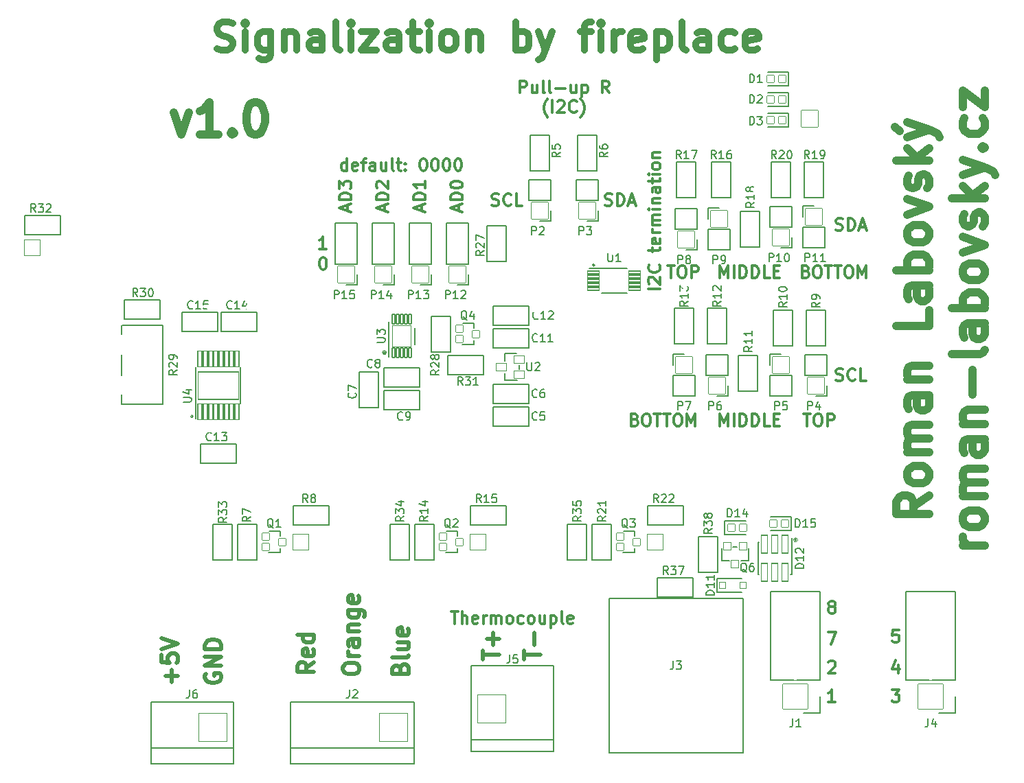
<source format=gto>
G04 #@! TF.GenerationSoftware,KiCad,Pcbnew,7.0.9*
G04 #@! TF.CreationDate,2023-12-23T18:10:06+01:00*
G04 #@! TF.ProjectId,signalization-by-fireplace,7369676e-616c-4697-9a61-74696f6e2d62,v2.0*
G04 #@! TF.SameCoordinates,Original*
G04 #@! TF.FileFunction,Legend,Top*
G04 #@! TF.FilePolarity,Positive*
%FSLAX46Y46*%
G04 Gerber Fmt 4.6, Leading zero omitted, Abs format (unit mm)*
G04 Created by KiCad (PCBNEW 7.0.9) date 2023-12-23 18:10:06*
%MOMM*%
%LPD*%
G01*
G04 APERTURE LIST*
G04 Aperture macros list*
%AMRoundRect*
0 Rectangle with rounded corners*
0 $1 Rounding radius*
0 $2 $3 $4 $5 $6 $7 $8 $9 X,Y pos of 4 corners*
0 Add a 4 corners polygon primitive as box body*
4,1,4,$2,$3,$4,$5,$6,$7,$8,$9,$2,$3,0*
0 Add four circle primitives for the rounded corners*
1,1,$1+$1,$2,$3*
1,1,$1+$1,$4,$5*
1,1,$1+$1,$6,$7*
1,1,$1+$1,$8,$9*
0 Add four rect primitives between the rounded corners*
20,1,$1+$1,$2,$3,$4,$5,0*
20,1,$1+$1,$4,$5,$6,$7,0*
20,1,$1+$1,$6,$7,$8,$9,0*
20,1,$1+$1,$8,$9,$2,$3,0*%
%AMFreePoly0*
4,1,13,0.685355,0.935355,0.700000,0.900000,0.700000,-0.900000,0.685355,-0.935355,0.650000,-0.950000,-0.650000,-0.950000,-0.685355,-0.935355,-0.700000,-0.900000,-0.700000,0.900000,-0.685355,0.935355,-0.650000,0.950000,0.650000,0.950000,0.685355,0.935355,0.685355,0.935355,$1*%
G04 Aperture macros list end*
%ADD10C,1.000000*%
%ADD11C,0.500000*%
%ADD12C,0.375000*%
%ADD13C,0.875000*%
%ADD14C,0.160000*%
%ADD15C,0.120000*%
%ADD16C,0.150000*%
%ADD17C,3.300000*%
%ADD18RoundRect,0.050000X0.175000X-0.600000X0.175000X0.600000X-0.175000X0.600000X-0.175000X-0.600000X0*%
%ADD19RoundRect,0.050000X1.150000X-1.300000X1.150000X1.300000X-1.150000X1.300000X-1.150000X-1.300000X0*%
%ADD20C,6.100000*%
%ADD21RoundRect,0.050000X1.050000X1.050000X-1.050000X1.050000X-1.050000X-1.050000X1.050000X-1.050000X0*%
%ADD22O,2.200000X2.200000*%
%ADD23RoundRect,0.050000X-1.050000X-1.050000X1.050000X-1.050000X1.050000X1.050000X-1.050000X1.050000X0*%
%ADD24RoundRect,0.050000X-0.750000X-0.175000X0.750000X-0.175000X0.750000X0.175000X-0.750000X0.175000X0*%
%ADD25C,5.100000*%
%ADD26FreePoly0,0.000000*%
%ADD27FreePoly0,90.000000*%
%ADD28FreePoly0,180.000000*%
%ADD29RoundRect,0.050000X-1.750000X-1.750000X1.750000X-1.750000X1.750000X1.750000X-1.750000X1.750000X0*%
%ADD30C,3.600000*%
%ADD31O,3.600000X3.600000*%
%ADD32RoundRect,0.050000X-0.450000X0.450000X-0.450000X-0.450000X0.450000X-0.450000X0.450000X0.450000X0*%
%ADD33FreePoly0,270.000000*%
%ADD34RoundRect,0.050000X0.650000X0.500000X-0.650000X0.500000X-0.650000X-0.500000X0.650000X-0.500000X0*%
%ADD35RoundRect,0.050000X0.250000X-1.000000X0.250000X1.000000X-0.250000X1.000000X-0.250000X-1.000000X0*%
%ADD36RoundRect,0.050000X2.500000X-1.700000X2.500000X1.700000X-2.500000X1.700000X-2.500000X-1.700000X0*%
%ADD37C,3.400000*%
%ADD38C,1.600000*%
%ADD39RoundRect,0.050000X0.450000X0.450000X-0.450000X0.450000X-0.450000X-0.450000X0.450000X-0.450000X0*%
%ADD40RoundRect,0.050000X-0.400000X1.100000X-0.400000X-1.100000X0.400000X-1.100000X0.400000X1.100000X0*%
%ADD41RoundRect,0.050000X1.550000X1.550000X-1.550000X1.550000X-1.550000X-1.550000X1.550000X-1.550000X0*%
%ADD42O,3.200000X3.200000*%
%ADD43RoundRect,0.050000X-0.400000X-0.400000X0.400000X-0.400000X0.400000X0.400000X-0.400000X0.400000X0*%
%ADD44RoundRect,0.050000X-0.450000X-0.450000X0.450000X-0.450000X0.450000X0.450000X-0.450000X0.450000X0*%
%ADD45RoundRect,0.050000X-0.500000X0.500000X-0.500000X-0.500000X0.500000X-0.500000X0.500000X0.500000X0*%
%ADD46C,2.100000*%
%ADD47RoundRect,0.050000X-1.000000X-1.000000X1.000000X-1.000000X1.000000X1.000000X-1.000000X1.000000X0*%
%ADD48C,0.900000*%
G04 APERTURE END LIST*
D10*
X201696476Y-109725285D02*
X199791714Y-111058619D01*
X201696476Y-112011000D02*
X197696476Y-112011000D01*
X197696476Y-112011000D02*
X197696476Y-110487190D01*
X197696476Y-110487190D02*
X197886952Y-110106238D01*
X197886952Y-110106238D02*
X198077428Y-109915761D01*
X198077428Y-109915761D02*
X198458380Y-109725285D01*
X198458380Y-109725285D02*
X199029809Y-109725285D01*
X199029809Y-109725285D02*
X199410761Y-109915761D01*
X199410761Y-109915761D02*
X199601238Y-110106238D01*
X199601238Y-110106238D02*
X199791714Y-110487190D01*
X199791714Y-110487190D02*
X199791714Y-112011000D01*
X201696476Y-107439571D02*
X201506000Y-107820523D01*
X201506000Y-107820523D02*
X201315523Y-108011000D01*
X201315523Y-108011000D02*
X200934571Y-108201476D01*
X200934571Y-108201476D02*
X199791714Y-108201476D01*
X199791714Y-108201476D02*
X199410761Y-108011000D01*
X199410761Y-108011000D02*
X199220285Y-107820523D01*
X199220285Y-107820523D02*
X199029809Y-107439571D01*
X199029809Y-107439571D02*
X199029809Y-106868142D01*
X199029809Y-106868142D02*
X199220285Y-106487190D01*
X199220285Y-106487190D02*
X199410761Y-106296714D01*
X199410761Y-106296714D02*
X199791714Y-106106238D01*
X199791714Y-106106238D02*
X200934571Y-106106238D01*
X200934571Y-106106238D02*
X201315523Y-106296714D01*
X201315523Y-106296714D02*
X201506000Y-106487190D01*
X201506000Y-106487190D02*
X201696476Y-106868142D01*
X201696476Y-106868142D02*
X201696476Y-107439571D01*
X201696476Y-104391952D02*
X199029809Y-104391952D01*
X199410761Y-104391952D02*
X199220285Y-104201475D01*
X199220285Y-104201475D02*
X199029809Y-103820523D01*
X199029809Y-103820523D02*
X199029809Y-103249094D01*
X199029809Y-103249094D02*
X199220285Y-102868142D01*
X199220285Y-102868142D02*
X199601238Y-102677666D01*
X199601238Y-102677666D02*
X201696476Y-102677666D01*
X199601238Y-102677666D02*
X199220285Y-102487190D01*
X199220285Y-102487190D02*
X199029809Y-102106237D01*
X199029809Y-102106237D02*
X199029809Y-101534809D01*
X199029809Y-101534809D02*
X199220285Y-101153856D01*
X199220285Y-101153856D02*
X199601238Y-100963380D01*
X199601238Y-100963380D02*
X201696476Y-100963380D01*
X201696476Y-97344333D02*
X199601238Y-97344333D01*
X199601238Y-97344333D02*
X199220285Y-97534809D01*
X199220285Y-97534809D02*
X199029809Y-97915761D01*
X199029809Y-97915761D02*
X199029809Y-98677666D01*
X199029809Y-98677666D02*
X199220285Y-99058619D01*
X201506000Y-97344333D02*
X201696476Y-97725285D01*
X201696476Y-97725285D02*
X201696476Y-98677666D01*
X201696476Y-98677666D02*
X201506000Y-99058619D01*
X201506000Y-99058619D02*
X201125047Y-99249095D01*
X201125047Y-99249095D02*
X200744095Y-99249095D01*
X200744095Y-99249095D02*
X200363142Y-99058619D01*
X200363142Y-99058619D02*
X200172666Y-98677666D01*
X200172666Y-98677666D02*
X200172666Y-97725285D01*
X200172666Y-97725285D02*
X199982190Y-97344333D01*
X199029809Y-95439571D02*
X201696476Y-95439571D01*
X199410761Y-95439571D02*
X199220285Y-95249094D01*
X199220285Y-95249094D02*
X199029809Y-94868142D01*
X199029809Y-94868142D02*
X199029809Y-94296713D01*
X199029809Y-94296713D02*
X199220285Y-93915761D01*
X199220285Y-93915761D02*
X199601238Y-93725285D01*
X199601238Y-93725285D02*
X201696476Y-93725285D01*
X201696476Y-86868142D02*
X201696476Y-88772904D01*
X201696476Y-88772904D02*
X197696476Y-88772904D01*
X201696476Y-83820523D02*
X199601238Y-83820523D01*
X199601238Y-83820523D02*
X199220285Y-84010999D01*
X199220285Y-84010999D02*
X199029809Y-84391951D01*
X199029809Y-84391951D02*
X199029809Y-85153856D01*
X199029809Y-85153856D02*
X199220285Y-85534809D01*
X201506000Y-83820523D02*
X201696476Y-84201475D01*
X201696476Y-84201475D02*
X201696476Y-85153856D01*
X201696476Y-85153856D02*
X201506000Y-85534809D01*
X201506000Y-85534809D02*
X201125047Y-85725285D01*
X201125047Y-85725285D02*
X200744095Y-85725285D01*
X200744095Y-85725285D02*
X200363142Y-85534809D01*
X200363142Y-85534809D02*
X200172666Y-85153856D01*
X200172666Y-85153856D02*
X200172666Y-84201475D01*
X200172666Y-84201475D02*
X199982190Y-83820523D01*
X201696476Y-81915761D02*
X197696476Y-81915761D01*
X199220285Y-81915761D02*
X199029809Y-81534808D01*
X199029809Y-81534808D02*
X199029809Y-80772903D01*
X199029809Y-80772903D02*
X199220285Y-80391951D01*
X199220285Y-80391951D02*
X199410761Y-80201475D01*
X199410761Y-80201475D02*
X199791714Y-80010999D01*
X199791714Y-80010999D02*
X200934571Y-80010999D01*
X200934571Y-80010999D02*
X201315523Y-80201475D01*
X201315523Y-80201475D02*
X201506000Y-80391951D01*
X201506000Y-80391951D02*
X201696476Y-80772903D01*
X201696476Y-80772903D02*
X201696476Y-81534808D01*
X201696476Y-81534808D02*
X201506000Y-81915761D01*
X201696476Y-77725284D02*
X201506000Y-78106236D01*
X201506000Y-78106236D02*
X201315523Y-78296713D01*
X201315523Y-78296713D02*
X200934571Y-78487189D01*
X200934571Y-78487189D02*
X199791714Y-78487189D01*
X199791714Y-78487189D02*
X199410761Y-78296713D01*
X199410761Y-78296713D02*
X199220285Y-78106236D01*
X199220285Y-78106236D02*
X199029809Y-77725284D01*
X199029809Y-77725284D02*
X199029809Y-77153855D01*
X199029809Y-77153855D02*
X199220285Y-76772903D01*
X199220285Y-76772903D02*
X199410761Y-76582427D01*
X199410761Y-76582427D02*
X199791714Y-76391951D01*
X199791714Y-76391951D02*
X200934571Y-76391951D01*
X200934571Y-76391951D02*
X201315523Y-76582427D01*
X201315523Y-76582427D02*
X201506000Y-76772903D01*
X201506000Y-76772903D02*
X201696476Y-77153855D01*
X201696476Y-77153855D02*
X201696476Y-77725284D01*
X199029809Y-75058617D02*
X201696476Y-74106236D01*
X201696476Y-74106236D02*
X199029809Y-73153855D01*
X201506000Y-71820522D02*
X201696476Y-71439569D01*
X201696476Y-71439569D02*
X201696476Y-70677665D01*
X201696476Y-70677665D02*
X201506000Y-70296712D01*
X201506000Y-70296712D02*
X201125047Y-70106236D01*
X201125047Y-70106236D02*
X200934571Y-70106236D01*
X200934571Y-70106236D02*
X200553619Y-70296712D01*
X200553619Y-70296712D02*
X200363142Y-70677665D01*
X200363142Y-70677665D02*
X200363142Y-71249093D01*
X200363142Y-71249093D02*
X200172666Y-71630046D01*
X200172666Y-71630046D02*
X199791714Y-71820522D01*
X199791714Y-71820522D02*
X199601238Y-71820522D01*
X199601238Y-71820522D02*
X199220285Y-71630046D01*
X199220285Y-71630046D02*
X199029809Y-71249093D01*
X199029809Y-71249093D02*
X199029809Y-70677665D01*
X199029809Y-70677665D02*
X199220285Y-70296712D01*
X201696476Y-68391951D02*
X197696476Y-68391951D01*
X200172666Y-68010998D02*
X201696476Y-66868141D01*
X199029809Y-66868141D02*
X200553619Y-68391951D01*
X199029809Y-65534808D02*
X201696476Y-64582427D01*
X199029809Y-63630046D02*
X201696476Y-64582427D01*
X201696476Y-64582427D02*
X202648857Y-64963379D01*
X202648857Y-64963379D02*
X202839333Y-65153856D01*
X202839333Y-65153856D02*
X203029809Y-65534808D01*
X197506000Y-64201475D02*
X198077428Y-64772903D01*
X108585714Y-62504809D02*
X109538095Y-65171476D01*
X109538095Y-65171476D02*
X110490476Y-62504809D01*
X114109524Y-65171476D02*
X111823809Y-65171476D01*
X112966666Y-65171476D02*
X112966666Y-61171476D01*
X112966666Y-61171476D02*
X112585714Y-61742904D01*
X112585714Y-61742904D02*
X112204762Y-62123857D01*
X112204762Y-62123857D02*
X111823809Y-62314333D01*
X115823809Y-64790523D02*
X116014286Y-64981000D01*
X116014286Y-64981000D02*
X115823809Y-65171476D01*
X115823809Y-65171476D02*
X115633333Y-64981000D01*
X115633333Y-64981000D02*
X115823809Y-64790523D01*
X115823809Y-64790523D02*
X115823809Y-65171476D01*
X118490476Y-61171476D02*
X118871429Y-61171476D01*
X118871429Y-61171476D02*
X119252381Y-61361952D01*
X119252381Y-61361952D02*
X119442857Y-61552428D01*
X119442857Y-61552428D02*
X119633333Y-61933380D01*
X119633333Y-61933380D02*
X119823810Y-62695285D01*
X119823810Y-62695285D02*
X119823810Y-63647666D01*
X119823810Y-63647666D02*
X119633333Y-64409571D01*
X119633333Y-64409571D02*
X119442857Y-64790523D01*
X119442857Y-64790523D02*
X119252381Y-64981000D01*
X119252381Y-64981000D02*
X118871429Y-65171476D01*
X118871429Y-65171476D02*
X118490476Y-65171476D01*
X118490476Y-65171476D02*
X118109524Y-64981000D01*
X118109524Y-64981000D02*
X117919048Y-64790523D01*
X117919048Y-64790523D02*
X117728571Y-64409571D01*
X117728571Y-64409571D02*
X117538095Y-63647666D01*
X117538095Y-63647666D02*
X117538095Y-62695285D01*
X117538095Y-62695285D02*
X117728571Y-61933380D01*
X117728571Y-61933380D02*
X117919048Y-61552428D01*
X117919048Y-61552428D02*
X118109524Y-61361952D01*
X118109524Y-61361952D02*
X118490476Y-61171476D01*
D11*
X129455238Y-131253952D02*
X129455238Y-130872999D01*
X129455238Y-130872999D02*
X129550476Y-130682523D01*
X129550476Y-130682523D02*
X129740952Y-130492047D01*
X129740952Y-130492047D02*
X130121904Y-130396809D01*
X130121904Y-130396809D02*
X130788571Y-130396809D01*
X130788571Y-130396809D02*
X131169523Y-130492047D01*
X131169523Y-130492047D02*
X131360000Y-130682523D01*
X131360000Y-130682523D02*
X131455238Y-130872999D01*
X131455238Y-130872999D02*
X131455238Y-131253952D01*
X131455238Y-131253952D02*
X131360000Y-131444428D01*
X131360000Y-131444428D02*
X131169523Y-131634904D01*
X131169523Y-131634904D02*
X130788571Y-131730142D01*
X130788571Y-131730142D02*
X130121904Y-131730142D01*
X130121904Y-131730142D02*
X129740952Y-131634904D01*
X129740952Y-131634904D02*
X129550476Y-131444428D01*
X129550476Y-131444428D02*
X129455238Y-131253952D01*
X131455238Y-129539666D02*
X130121904Y-129539666D01*
X130502857Y-129539666D02*
X130312380Y-129444428D01*
X130312380Y-129444428D02*
X130217142Y-129349190D01*
X130217142Y-129349190D02*
X130121904Y-129158714D01*
X130121904Y-129158714D02*
X130121904Y-128968237D01*
X131455238Y-127444428D02*
X130407619Y-127444428D01*
X130407619Y-127444428D02*
X130217142Y-127539666D01*
X130217142Y-127539666D02*
X130121904Y-127730142D01*
X130121904Y-127730142D02*
X130121904Y-128111095D01*
X130121904Y-128111095D02*
X130217142Y-128301571D01*
X131360000Y-127444428D02*
X131455238Y-127634904D01*
X131455238Y-127634904D02*
X131455238Y-128111095D01*
X131455238Y-128111095D02*
X131360000Y-128301571D01*
X131360000Y-128301571D02*
X131169523Y-128396809D01*
X131169523Y-128396809D02*
X130979047Y-128396809D01*
X130979047Y-128396809D02*
X130788571Y-128301571D01*
X130788571Y-128301571D02*
X130693333Y-128111095D01*
X130693333Y-128111095D02*
X130693333Y-127634904D01*
X130693333Y-127634904D02*
X130598095Y-127444428D01*
X130121904Y-126492047D02*
X131455238Y-126492047D01*
X130312380Y-126492047D02*
X130217142Y-126396809D01*
X130217142Y-126396809D02*
X130121904Y-126206333D01*
X130121904Y-126206333D02*
X130121904Y-125920618D01*
X130121904Y-125920618D02*
X130217142Y-125730142D01*
X130217142Y-125730142D02*
X130407619Y-125634904D01*
X130407619Y-125634904D02*
X131455238Y-125634904D01*
X130121904Y-123825380D02*
X131740952Y-123825380D01*
X131740952Y-123825380D02*
X131931428Y-123920618D01*
X131931428Y-123920618D02*
X132026666Y-124015856D01*
X132026666Y-124015856D02*
X132121904Y-124206333D01*
X132121904Y-124206333D02*
X132121904Y-124492047D01*
X132121904Y-124492047D02*
X132026666Y-124682523D01*
X131360000Y-123825380D02*
X131455238Y-124015856D01*
X131455238Y-124015856D02*
X131455238Y-124396809D01*
X131455238Y-124396809D02*
X131360000Y-124587285D01*
X131360000Y-124587285D02*
X131264761Y-124682523D01*
X131264761Y-124682523D02*
X131074285Y-124777761D01*
X131074285Y-124777761D02*
X130502857Y-124777761D01*
X130502857Y-124777761D02*
X130312380Y-124682523D01*
X130312380Y-124682523D02*
X130217142Y-124587285D01*
X130217142Y-124587285D02*
X130121904Y-124396809D01*
X130121904Y-124396809D02*
X130121904Y-124015856D01*
X130121904Y-124015856D02*
X130217142Y-123825380D01*
X131360000Y-122111094D02*
X131455238Y-122301570D01*
X131455238Y-122301570D02*
X131455238Y-122682523D01*
X131455238Y-122682523D02*
X131360000Y-122872999D01*
X131360000Y-122872999D02*
X131169523Y-122968237D01*
X131169523Y-122968237D02*
X130407619Y-122968237D01*
X130407619Y-122968237D02*
X130217142Y-122872999D01*
X130217142Y-122872999D02*
X130121904Y-122682523D01*
X130121904Y-122682523D02*
X130121904Y-122301570D01*
X130121904Y-122301570D02*
X130217142Y-122111094D01*
X130217142Y-122111094D02*
X130407619Y-122015856D01*
X130407619Y-122015856D02*
X130598095Y-122015856D01*
X130598095Y-122015856D02*
X130788571Y-122968237D01*
X125867238Y-130301857D02*
X124914857Y-130968524D01*
X125867238Y-131444714D02*
X123867238Y-131444714D01*
X123867238Y-131444714D02*
X123867238Y-130682809D01*
X123867238Y-130682809D02*
X123962476Y-130492333D01*
X123962476Y-130492333D02*
X124057714Y-130397095D01*
X124057714Y-130397095D02*
X124248190Y-130301857D01*
X124248190Y-130301857D02*
X124533904Y-130301857D01*
X124533904Y-130301857D02*
X124724380Y-130397095D01*
X124724380Y-130397095D02*
X124819619Y-130492333D01*
X124819619Y-130492333D02*
X124914857Y-130682809D01*
X124914857Y-130682809D02*
X124914857Y-131444714D01*
X125772000Y-128682809D02*
X125867238Y-128873285D01*
X125867238Y-128873285D02*
X125867238Y-129254238D01*
X125867238Y-129254238D02*
X125772000Y-129444714D01*
X125772000Y-129444714D02*
X125581523Y-129539952D01*
X125581523Y-129539952D02*
X124819619Y-129539952D01*
X124819619Y-129539952D02*
X124629142Y-129444714D01*
X124629142Y-129444714D02*
X124533904Y-129254238D01*
X124533904Y-129254238D02*
X124533904Y-128873285D01*
X124533904Y-128873285D02*
X124629142Y-128682809D01*
X124629142Y-128682809D02*
X124819619Y-128587571D01*
X124819619Y-128587571D02*
X125010095Y-128587571D01*
X125010095Y-128587571D02*
X125200571Y-129539952D01*
X125867238Y-126873285D02*
X123867238Y-126873285D01*
X125772000Y-126873285D02*
X125867238Y-127063761D01*
X125867238Y-127063761D02*
X125867238Y-127444714D01*
X125867238Y-127444714D02*
X125772000Y-127635190D01*
X125772000Y-127635190D02*
X125676761Y-127730428D01*
X125676761Y-127730428D02*
X125486285Y-127825666D01*
X125486285Y-127825666D02*
X124914857Y-127825666D01*
X124914857Y-127825666D02*
X124724380Y-127730428D01*
X124724380Y-127730428D02*
X124629142Y-127635190D01*
X124629142Y-127635190D02*
X124533904Y-127444714D01*
X124533904Y-127444714D02*
X124533904Y-127063761D01*
X124533904Y-127063761D02*
X124629142Y-126873285D01*
X108341333Y-132746428D02*
X108341333Y-131222619D01*
X109103238Y-131984523D02*
X107579428Y-131984523D01*
X107103238Y-129317857D02*
X107103238Y-130270238D01*
X107103238Y-130270238D02*
X108055619Y-130365476D01*
X108055619Y-130365476D02*
X107960380Y-130270238D01*
X107960380Y-130270238D02*
X107865142Y-130079762D01*
X107865142Y-130079762D02*
X107865142Y-129603571D01*
X107865142Y-129603571D02*
X107960380Y-129413095D01*
X107960380Y-129413095D02*
X108055619Y-129317857D01*
X108055619Y-129317857D02*
X108246095Y-129222619D01*
X108246095Y-129222619D02*
X108722285Y-129222619D01*
X108722285Y-129222619D02*
X108912761Y-129317857D01*
X108912761Y-129317857D02*
X109008000Y-129413095D01*
X109008000Y-129413095D02*
X109103238Y-129603571D01*
X109103238Y-129603571D02*
X109103238Y-130079762D01*
X109103238Y-130079762D02*
X109008000Y-130270238D01*
X109008000Y-130270238D02*
X108912761Y-130365476D01*
X107103238Y-128651190D02*
X109103238Y-127984524D01*
X109103238Y-127984524D02*
X107103238Y-127317857D01*
X112532476Y-131698809D02*
X112437238Y-131889285D01*
X112437238Y-131889285D02*
X112437238Y-132174999D01*
X112437238Y-132174999D02*
X112532476Y-132460714D01*
X112532476Y-132460714D02*
X112722952Y-132651190D01*
X112722952Y-132651190D02*
X112913428Y-132746428D01*
X112913428Y-132746428D02*
X113294380Y-132841666D01*
X113294380Y-132841666D02*
X113580095Y-132841666D01*
X113580095Y-132841666D02*
X113961047Y-132746428D01*
X113961047Y-132746428D02*
X114151523Y-132651190D01*
X114151523Y-132651190D02*
X114342000Y-132460714D01*
X114342000Y-132460714D02*
X114437238Y-132174999D01*
X114437238Y-132174999D02*
X114437238Y-131984523D01*
X114437238Y-131984523D02*
X114342000Y-131698809D01*
X114342000Y-131698809D02*
X114246761Y-131603571D01*
X114246761Y-131603571D02*
X113580095Y-131603571D01*
X113580095Y-131603571D02*
X113580095Y-131984523D01*
X114437238Y-130746428D02*
X112437238Y-130746428D01*
X112437238Y-130746428D02*
X114437238Y-129603571D01*
X114437238Y-129603571D02*
X112437238Y-129603571D01*
X114437238Y-128651190D02*
X112437238Y-128651190D01*
X112437238Y-128651190D02*
X112437238Y-128175000D01*
X112437238Y-128175000D02*
X112532476Y-127889285D01*
X112532476Y-127889285D02*
X112722952Y-127698809D01*
X112722952Y-127698809D02*
X112913428Y-127603571D01*
X112913428Y-127603571D02*
X113294380Y-127508333D01*
X113294380Y-127508333D02*
X113580095Y-127508333D01*
X113580095Y-127508333D02*
X113961047Y-127603571D01*
X113961047Y-127603571D02*
X114151523Y-127698809D01*
X114151523Y-127698809D02*
X114342000Y-127889285D01*
X114342000Y-127889285D02*
X114437238Y-128175000D01*
X114437238Y-128175000D02*
X114437238Y-128651190D01*
X151807238Y-129952523D02*
X151807238Y-128809666D01*
X153807238Y-129381095D02*
X151807238Y-129381095D01*
X153045333Y-128142999D02*
X153045333Y-126619190D01*
D12*
X139183857Y-74592427D02*
X139183857Y-73878142D01*
X139612428Y-74735284D02*
X138112428Y-74235284D01*
X138112428Y-74235284D02*
X139612428Y-73735284D01*
X139612428Y-73235285D02*
X138112428Y-73235285D01*
X138112428Y-73235285D02*
X138112428Y-72878142D01*
X138112428Y-72878142D02*
X138183857Y-72663856D01*
X138183857Y-72663856D02*
X138326714Y-72520999D01*
X138326714Y-72520999D02*
X138469571Y-72449570D01*
X138469571Y-72449570D02*
X138755285Y-72378142D01*
X138755285Y-72378142D02*
X138969571Y-72378142D01*
X138969571Y-72378142D02*
X139255285Y-72449570D01*
X139255285Y-72449570D02*
X139398142Y-72520999D01*
X139398142Y-72520999D02*
X139541000Y-72663856D01*
X139541000Y-72663856D02*
X139612428Y-72878142D01*
X139612428Y-72878142D02*
X139612428Y-73235285D01*
X139612428Y-70949570D02*
X139612428Y-71806713D01*
X139612428Y-71378142D02*
X138112428Y-71378142D01*
X138112428Y-71378142D02*
X138326714Y-71520999D01*
X138326714Y-71520999D02*
X138469571Y-71663856D01*
X138469571Y-71663856D02*
X138541000Y-71806713D01*
X134611857Y-74592427D02*
X134611857Y-73878142D01*
X135040428Y-74735284D02*
X133540428Y-74235284D01*
X133540428Y-74235284D02*
X135040428Y-73735284D01*
X135040428Y-73235285D02*
X133540428Y-73235285D01*
X133540428Y-73235285D02*
X133540428Y-72878142D01*
X133540428Y-72878142D02*
X133611857Y-72663856D01*
X133611857Y-72663856D02*
X133754714Y-72520999D01*
X133754714Y-72520999D02*
X133897571Y-72449570D01*
X133897571Y-72449570D02*
X134183285Y-72378142D01*
X134183285Y-72378142D02*
X134397571Y-72378142D01*
X134397571Y-72378142D02*
X134683285Y-72449570D01*
X134683285Y-72449570D02*
X134826142Y-72520999D01*
X134826142Y-72520999D02*
X134969000Y-72663856D01*
X134969000Y-72663856D02*
X135040428Y-72878142D01*
X135040428Y-72878142D02*
X135040428Y-73235285D01*
X133683285Y-71806713D02*
X133611857Y-71735285D01*
X133611857Y-71735285D02*
X133540428Y-71592428D01*
X133540428Y-71592428D02*
X133540428Y-71235285D01*
X133540428Y-71235285D02*
X133611857Y-71092428D01*
X133611857Y-71092428D02*
X133683285Y-71020999D01*
X133683285Y-71020999D02*
X133826142Y-70949570D01*
X133826142Y-70949570D02*
X133969000Y-70949570D01*
X133969000Y-70949570D02*
X134183285Y-71020999D01*
X134183285Y-71020999D02*
X135040428Y-71878142D01*
X135040428Y-71878142D02*
X135040428Y-70949570D01*
X130039857Y-74592427D02*
X130039857Y-73878142D01*
X130468428Y-74735284D02*
X128968428Y-74235284D01*
X128968428Y-74235284D02*
X130468428Y-73735284D01*
X130468428Y-73235285D02*
X128968428Y-73235285D01*
X128968428Y-73235285D02*
X128968428Y-72878142D01*
X128968428Y-72878142D02*
X129039857Y-72663856D01*
X129039857Y-72663856D02*
X129182714Y-72520999D01*
X129182714Y-72520999D02*
X129325571Y-72449570D01*
X129325571Y-72449570D02*
X129611285Y-72378142D01*
X129611285Y-72378142D02*
X129825571Y-72378142D01*
X129825571Y-72378142D02*
X130111285Y-72449570D01*
X130111285Y-72449570D02*
X130254142Y-72520999D01*
X130254142Y-72520999D02*
X130397000Y-72663856D01*
X130397000Y-72663856D02*
X130468428Y-72878142D01*
X130468428Y-72878142D02*
X130468428Y-73235285D01*
X128968428Y-71878142D02*
X128968428Y-70949570D01*
X128968428Y-70949570D02*
X129539857Y-71449570D01*
X129539857Y-71449570D02*
X129539857Y-71235285D01*
X129539857Y-71235285D02*
X129611285Y-71092428D01*
X129611285Y-71092428D02*
X129682714Y-71020999D01*
X129682714Y-71020999D02*
X129825571Y-70949570D01*
X129825571Y-70949570D02*
X130182714Y-70949570D01*
X130182714Y-70949570D02*
X130325571Y-71020999D01*
X130325571Y-71020999D02*
X130397000Y-71092428D01*
X130397000Y-71092428D02*
X130468428Y-71235285D01*
X130468428Y-71235285D02*
X130468428Y-71663856D01*
X130468428Y-71663856D02*
X130397000Y-71806713D01*
X130397000Y-71806713D02*
X130325571Y-71878142D01*
X186249714Y-99631428D02*
X187106857Y-99631428D01*
X186678285Y-101131428D02*
X186678285Y-99631428D01*
X187892571Y-99631428D02*
X188178285Y-99631428D01*
X188178285Y-99631428D02*
X188321142Y-99702857D01*
X188321142Y-99702857D02*
X188463999Y-99845714D01*
X188463999Y-99845714D02*
X188535428Y-100131428D01*
X188535428Y-100131428D02*
X188535428Y-100631428D01*
X188535428Y-100631428D02*
X188463999Y-100917142D01*
X188463999Y-100917142D02*
X188321142Y-101060000D01*
X188321142Y-101060000D02*
X188178285Y-101131428D01*
X188178285Y-101131428D02*
X187892571Y-101131428D01*
X187892571Y-101131428D02*
X187749714Y-101060000D01*
X187749714Y-101060000D02*
X187606856Y-100917142D01*
X187606856Y-100917142D02*
X187535428Y-100631428D01*
X187535428Y-100631428D02*
X187535428Y-100131428D01*
X187535428Y-100131428D02*
X187606856Y-99845714D01*
X187606856Y-99845714D02*
X187749714Y-99702857D01*
X187749714Y-99702857D02*
X187892571Y-99631428D01*
X189178285Y-101131428D02*
X189178285Y-99631428D01*
X189178285Y-99631428D02*
X189749714Y-99631428D01*
X189749714Y-99631428D02*
X189892571Y-99702857D01*
X189892571Y-99702857D02*
X189964000Y-99774285D01*
X189964000Y-99774285D02*
X190035428Y-99917142D01*
X190035428Y-99917142D02*
X190035428Y-100131428D01*
X190035428Y-100131428D02*
X189964000Y-100274285D01*
X189964000Y-100274285D02*
X189892571Y-100345714D01*
X189892571Y-100345714D02*
X189749714Y-100417142D01*
X189749714Y-100417142D02*
X189178285Y-100417142D01*
X165445713Y-100345714D02*
X165659999Y-100417142D01*
X165659999Y-100417142D02*
X165731428Y-100488571D01*
X165731428Y-100488571D02*
X165802856Y-100631428D01*
X165802856Y-100631428D02*
X165802856Y-100845714D01*
X165802856Y-100845714D02*
X165731428Y-100988571D01*
X165731428Y-100988571D02*
X165659999Y-101060000D01*
X165659999Y-101060000D02*
X165517142Y-101131428D01*
X165517142Y-101131428D02*
X164945713Y-101131428D01*
X164945713Y-101131428D02*
X164945713Y-99631428D01*
X164945713Y-99631428D02*
X165445713Y-99631428D01*
X165445713Y-99631428D02*
X165588571Y-99702857D01*
X165588571Y-99702857D02*
X165659999Y-99774285D01*
X165659999Y-99774285D02*
X165731428Y-99917142D01*
X165731428Y-99917142D02*
X165731428Y-100060000D01*
X165731428Y-100060000D02*
X165659999Y-100202857D01*
X165659999Y-100202857D02*
X165588571Y-100274285D01*
X165588571Y-100274285D02*
X165445713Y-100345714D01*
X165445713Y-100345714D02*
X164945713Y-100345714D01*
X166731428Y-99631428D02*
X167017142Y-99631428D01*
X167017142Y-99631428D02*
X167159999Y-99702857D01*
X167159999Y-99702857D02*
X167302856Y-99845714D01*
X167302856Y-99845714D02*
X167374285Y-100131428D01*
X167374285Y-100131428D02*
X167374285Y-100631428D01*
X167374285Y-100631428D02*
X167302856Y-100917142D01*
X167302856Y-100917142D02*
X167159999Y-101060000D01*
X167159999Y-101060000D02*
X167017142Y-101131428D01*
X167017142Y-101131428D02*
X166731428Y-101131428D01*
X166731428Y-101131428D02*
X166588571Y-101060000D01*
X166588571Y-101060000D02*
X166445713Y-100917142D01*
X166445713Y-100917142D02*
X166374285Y-100631428D01*
X166374285Y-100631428D02*
X166374285Y-100131428D01*
X166374285Y-100131428D02*
X166445713Y-99845714D01*
X166445713Y-99845714D02*
X166588571Y-99702857D01*
X166588571Y-99702857D02*
X166731428Y-99631428D01*
X167802857Y-99631428D02*
X168660000Y-99631428D01*
X168231428Y-101131428D02*
X168231428Y-99631428D01*
X168945714Y-99631428D02*
X169802857Y-99631428D01*
X169374285Y-101131428D02*
X169374285Y-99631428D01*
X170588571Y-99631428D02*
X170874285Y-99631428D01*
X170874285Y-99631428D02*
X171017142Y-99702857D01*
X171017142Y-99702857D02*
X171159999Y-99845714D01*
X171159999Y-99845714D02*
X171231428Y-100131428D01*
X171231428Y-100131428D02*
X171231428Y-100631428D01*
X171231428Y-100631428D02*
X171159999Y-100917142D01*
X171159999Y-100917142D02*
X171017142Y-101060000D01*
X171017142Y-101060000D02*
X170874285Y-101131428D01*
X170874285Y-101131428D02*
X170588571Y-101131428D01*
X170588571Y-101131428D02*
X170445714Y-101060000D01*
X170445714Y-101060000D02*
X170302856Y-100917142D01*
X170302856Y-100917142D02*
X170231428Y-100631428D01*
X170231428Y-100631428D02*
X170231428Y-100131428D01*
X170231428Y-100131428D02*
X170302856Y-99845714D01*
X170302856Y-99845714D02*
X170445714Y-99702857D01*
X170445714Y-99702857D02*
X170588571Y-99631428D01*
X171874285Y-101131428D02*
X171874285Y-99631428D01*
X171874285Y-99631428D02*
X172374285Y-100702857D01*
X172374285Y-100702857D02*
X172874285Y-99631428D01*
X172874285Y-99631428D02*
X172874285Y-101131428D01*
X175935142Y-101131428D02*
X175935142Y-99631428D01*
X175935142Y-99631428D02*
X176435142Y-100702857D01*
X176435142Y-100702857D02*
X176935142Y-99631428D01*
X176935142Y-99631428D02*
X176935142Y-101131428D01*
X177649428Y-101131428D02*
X177649428Y-99631428D01*
X178363714Y-101131428D02*
X178363714Y-99631428D01*
X178363714Y-99631428D02*
X178720857Y-99631428D01*
X178720857Y-99631428D02*
X178935143Y-99702857D01*
X178935143Y-99702857D02*
X179078000Y-99845714D01*
X179078000Y-99845714D02*
X179149429Y-99988571D01*
X179149429Y-99988571D02*
X179220857Y-100274285D01*
X179220857Y-100274285D02*
X179220857Y-100488571D01*
X179220857Y-100488571D02*
X179149429Y-100774285D01*
X179149429Y-100774285D02*
X179078000Y-100917142D01*
X179078000Y-100917142D02*
X178935143Y-101060000D01*
X178935143Y-101060000D02*
X178720857Y-101131428D01*
X178720857Y-101131428D02*
X178363714Y-101131428D01*
X179863714Y-101131428D02*
X179863714Y-99631428D01*
X179863714Y-99631428D02*
X180220857Y-99631428D01*
X180220857Y-99631428D02*
X180435143Y-99702857D01*
X180435143Y-99702857D02*
X180578000Y-99845714D01*
X180578000Y-99845714D02*
X180649429Y-99988571D01*
X180649429Y-99988571D02*
X180720857Y-100274285D01*
X180720857Y-100274285D02*
X180720857Y-100488571D01*
X180720857Y-100488571D02*
X180649429Y-100774285D01*
X180649429Y-100774285D02*
X180578000Y-100917142D01*
X180578000Y-100917142D02*
X180435143Y-101060000D01*
X180435143Y-101060000D02*
X180220857Y-101131428D01*
X180220857Y-101131428D02*
X179863714Y-101131428D01*
X182078000Y-101131428D02*
X181363714Y-101131428D01*
X181363714Y-101131428D02*
X181363714Y-99631428D01*
X182578000Y-100345714D02*
X183078000Y-100345714D01*
X183292286Y-101131428D02*
X182578000Y-101131428D01*
X182578000Y-101131428D02*
X182578000Y-99631428D01*
X182578000Y-99631428D02*
X183292286Y-99631428D01*
X175935142Y-82843428D02*
X175935142Y-81343428D01*
X175935142Y-81343428D02*
X176435142Y-82414857D01*
X176435142Y-82414857D02*
X176935142Y-81343428D01*
X176935142Y-81343428D02*
X176935142Y-82843428D01*
X177649428Y-82843428D02*
X177649428Y-81343428D01*
X178363714Y-82843428D02*
X178363714Y-81343428D01*
X178363714Y-81343428D02*
X178720857Y-81343428D01*
X178720857Y-81343428D02*
X178935143Y-81414857D01*
X178935143Y-81414857D02*
X179078000Y-81557714D01*
X179078000Y-81557714D02*
X179149429Y-81700571D01*
X179149429Y-81700571D02*
X179220857Y-81986285D01*
X179220857Y-81986285D02*
X179220857Y-82200571D01*
X179220857Y-82200571D02*
X179149429Y-82486285D01*
X179149429Y-82486285D02*
X179078000Y-82629142D01*
X179078000Y-82629142D02*
X178935143Y-82772000D01*
X178935143Y-82772000D02*
X178720857Y-82843428D01*
X178720857Y-82843428D02*
X178363714Y-82843428D01*
X179863714Y-82843428D02*
X179863714Y-81343428D01*
X179863714Y-81343428D02*
X180220857Y-81343428D01*
X180220857Y-81343428D02*
X180435143Y-81414857D01*
X180435143Y-81414857D02*
X180578000Y-81557714D01*
X180578000Y-81557714D02*
X180649429Y-81700571D01*
X180649429Y-81700571D02*
X180720857Y-81986285D01*
X180720857Y-81986285D02*
X180720857Y-82200571D01*
X180720857Y-82200571D02*
X180649429Y-82486285D01*
X180649429Y-82486285D02*
X180578000Y-82629142D01*
X180578000Y-82629142D02*
X180435143Y-82772000D01*
X180435143Y-82772000D02*
X180220857Y-82843428D01*
X180220857Y-82843428D02*
X179863714Y-82843428D01*
X182078000Y-82843428D02*
X181363714Y-82843428D01*
X181363714Y-82843428D02*
X181363714Y-81343428D01*
X182578000Y-82057714D02*
X183078000Y-82057714D01*
X183292286Y-82843428D02*
X182578000Y-82843428D01*
X182578000Y-82843428D02*
X182578000Y-81343428D01*
X182578000Y-81343428D02*
X183292286Y-81343428D01*
X189309429Y-130254285D02*
X189380857Y-130182857D01*
X189380857Y-130182857D02*
X189523715Y-130111428D01*
X189523715Y-130111428D02*
X189880857Y-130111428D01*
X189880857Y-130111428D02*
X190023715Y-130182857D01*
X190023715Y-130182857D02*
X190095143Y-130254285D01*
X190095143Y-130254285D02*
X190166572Y-130397142D01*
X190166572Y-130397142D02*
X190166572Y-130540000D01*
X190166572Y-130540000D02*
X190095143Y-130754285D01*
X190095143Y-130754285D02*
X189238000Y-131611428D01*
X189238000Y-131611428D02*
X190166572Y-131611428D01*
X189238000Y-126555428D02*
X190238000Y-126555428D01*
X190238000Y-126555428D02*
X189595143Y-128055428D01*
X189595143Y-123388285D02*
X189452286Y-123316857D01*
X189452286Y-123316857D02*
X189380857Y-123245428D01*
X189380857Y-123245428D02*
X189309429Y-123102571D01*
X189309429Y-123102571D02*
X189309429Y-123031142D01*
X189309429Y-123031142D02*
X189380857Y-122888285D01*
X189380857Y-122888285D02*
X189452286Y-122816857D01*
X189452286Y-122816857D02*
X189595143Y-122745428D01*
X189595143Y-122745428D02*
X189880857Y-122745428D01*
X189880857Y-122745428D02*
X190023715Y-122816857D01*
X190023715Y-122816857D02*
X190095143Y-122888285D01*
X190095143Y-122888285D02*
X190166572Y-123031142D01*
X190166572Y-123031142D02*
X190166572Y-123102571D01*
X190166572Y-123102571D02*
X190095143Y-123245428D01*
X190095143Y-123245428D02*
X190023715Y-123316857D01*
X190023715Y-123316857D02*
X189880857Y-123388285D01*
X189880857Y-123388285D02*
X189595143Y-123388285D01*
X189595143Y-123388285D02*
X189452286Y-123459714D01*
X189452286Y-123459714D02*
X189380857Y-123531142D01*
X189380857Y-123531142D02*
X189309429Y-123674000D01*
X189309429Y-123674000D02*
X189309429Y-123959714D01*
X189309429Y-123959714D02*
X189380857Y-124102571D01*
X189380857Y-124102571D02*
X189452286Y-124174000D01*
X189452286Y-124174000D02*
X189595143Y-124245428D01*
X189595143Y-124245428D02*
X189880857Y-124245428D01*
X189880857Y-124245428D02*
X190023715Y-124174000D01*
X190023715Y-124174000D02*
X190095143Y-124102571D01*
X190095143Y-124102571D02*
X190166572Y-123959714D01*
X190166572Y-123959714D02*
X190166572Y-123674000D01*
X190166572Y-123674000D02*
X190095143Y-123531142D01*
X190095143Y-123531142D02*
X190023715Y-123459714D01*
X190023715Y-123459714D02*
X189880857Y-123388285D01*
X197112000Y-133667428D02*
X198040572Y-133667428D01*
X198040572Y-133667428D02*
X197540572Y-134238857D01*
X197540572Y-134238857D02*
X197754857Y-134238857D01*
X197754857Y-134238857D02*
X197897715Y-134310285D01*
X197897715Y-134310285D02*
X197969143Y-134381714D01*
X197969143Y-134381714D02*
X198040572Y-134524571D01*
X198040572Y-134524571D02*
X198040572Y-134881714D01*
X198040572Y-134881714D02*
X197969143Y-135024571D01*
X197969143Y-135024571D02*
X197897715Y-135096000D01*
X197897715Y-135096000D02*
X197754857Y-135167428D01*
X197754857Y-135167428D02*
X197326286Y-135167428D01*
X197326286Y-135167428D02*
X197183429Y-135096000D01*
X197183429Y-135096000D02*
X197112000Y-135024571D01*
X197897715Y-130611428D02*
X197897715Y-131611428D01*
X197540572Y-130040000D02*
X197183429Y-131111428D01*
X197183429Y-131111428D02*
X198112000Y-131111428D01*
X197969143Y-126301428D02*
X197254857Y-126301428D01*
X197254857Y-126301428D02*
X197183429Y-127015714D01*
X197183429Y-127015714D02*
X197254857Y-126944285D01*
X197254857Y-126944285D02*
X197397715Y-126872857D01*
X197397715Y-126872857D02*
X197754857Y-126872857D01*
X197754857Y-126872857D02*
X197897715Y-126944285D01*
X197897715Y-126944285D02*
X197969143Y-127015714D01*
X197969143Y-127015714D02*
X198040572Y-127158571D01*
X198040572Y-127158571D02*
X198040572Y-127515714D01*
X198040572Y-127515714D02*
X197969143Y-127658571D01*
X197969143Y-127658571D02*
X197897715Y-127730000D01*
X197897715Y-127730000D02*
X197754857Y-127801428D01*
X197754857Y-127801428D02*
X197397715Y-127801428D01*
X197397715Y-127801428D02*
X197254857Y-127730000D01*
X197254857Y-127730000D02*
X197183429Y-127658571D01*
X126928572Y-80327428D02*
X127071429Y-80327428D01*
X127071429Y-80327428D02*
X127214286Y-80398857D01*
X127214286Y-80398857D02*
X127285715Y-80470285D01*
X127285715Y-80470285D02*
X127357143Y-80613142D01*
X127357143Y-80613142D02*
X127428572Y-80898857D01*
X127428572Y-80898857D02*
X127428572Y-81256000D01*
X127428572Y-81256000D02*
X127357143Y-81541714D01*
X127357143Y-81541714D02*
X127285715Y-81684571D01*
X127285715Y-81684571D02*
X127214286Y-81756000D01*
X127214286Y-81756000D02*
X127071429Y-81827428D01*
X127071429Y-81827428D02*
X126928572Y-81827428D01*
X126928572Y-81827428D02*
X126785715Y-81756000D01*
X126785715Y-81756000D02*
X126714286Y-81684571D01*
X126714286Y-81684571D02*
X126642857Y-81541714D01*
X126642857Y-81541714D02*
X126571429Y-81256000D01*
X126571429Y-81256000D02*
X126571429Y-80898857D01*
X126571429Y-80898857D02*
X126642857Y-80613142D01*
X126642857Y-80613142D02*
X126714286Y-80470285D01*
X126714286Y-80470285D02*
X126785715Y-80398857D01*
X126785715Y-80398857D02*
X126928572Y-80327428D01*
D11*
X136503619Y-131047856D02*
X136598857Y-130762142D01*
X136598857Y-130762142D02*
X136694095Y-130666904D01*
X136694095Y-130666904D02*
X136884571Y-130571666D01*
X136884571Y-130571666D02*
X137170285Y-130571666D01*
X137170285Y-130571666D02*
X137360761Y-130666904D01*
X137360761Y-130666904D02*
X137456000Y-130762142D01*
X137456000Y-130762142D02*
X137551238Y-130952618D01*
X137551238Y-130952618D02*
X137551238Y-131714523D01*
X137551238Y-131714523D02*
X135551238Y-131714523D01*
X135551238Y-131714523D02*
X135551238Y-131047856D01*
X135551238Y-131047856D02*
X135646476Y-130857380D01*
X135646476Y-130857380D02*
X135741714Y-130762142D01*
X135741714Y-130762142D02*
X135932190Y-130666904D01*
X135932190Y-130666904D02*
X136122666Y-130666904D01*
X136122666Y-130666904D02*
X136313142Y-130762142D01*
X136313142Y-130762142D02*
X136408380Y-130857380D01*
X136408380Y-130857380D02*
X136503619Y-131047856D01*
X136503619Y-131047856D02*
X136503619Y-131714523D01*
X137551238Y-129428809D02*
X137456000Y-129619285D01*
X137456000Y-129619285D02*
X137265523Y-129714523D01*
X137265523Y-129714523D02*
X135551238Y-129714523D01*
X136217904Y-127809761D02*
X137551238Y-127809761D01*
X136217904Y-128666904D02*
X137265523Y-128666904D01*
X137265523Y-128666904D02*
X137456000Y-128571666D01*
X137456000Y-128571666D02*
X137551238Y-128381190D01*
X137551238Y-128381190D02*
X137551238Y-128095475D01*
X137551238Y-128095475D02*
X137456000Y-127904999D01*
X137456000Y-127904999D02*
X137360761Y-127809761D01*
X137456000Y-126095475D02*
X137551238Y-126285951D01*
X137551238Y-126285951D02*
X137551238Y-126666904D01*
X137551238Y-126666904D02*
X137456000Y-126857380D01*
X137456000Y-126857380D02*
X137265523Y-126952618D01*
X137265523Y-126952618D02*
X136503619Y-126952618D01*
X136503619Y-126952618D02*
X136313142Y-126857380D01*
X136313142Y-126857380D02*
X136217904Y-126666904D01*
X136217904Y-126666904D02*
X136217904Y-126285951D01*
X136217904Y-126285951D02*
X136313142Y-126095475D01*
X136313142Y-126095475D02*
X136503619Y-126000237D01*
X136503619Y-126000237D02*
X136694095Y-126000237D01*
X136694095Y-126000237D02*
X136884571Y-126952618D01*
D12*
X151253714Y-60045928D02*
X151253714Y-58545928D01*
X151253714Y-58545928D02*
X151825143Y-58545928D01*
X151825143Y-58545928D02*
X151968000Y-58617357D01*
X151968000Y-58617357D02*
X152039429Y-58688785D01*
X152039429Y-58688785D02*
X152110857Y-58831642D01*
X152110857Y-58831642D02*
X152110857Y-59045928D01*
X152110857Y-59045928D02*
X152039429Y-59188785D01*
X152039429Y-59188785D02*
X151968000Y-59260214D01*
X151968000Y-59260214D02*
X151825143Y-59331642D01*
X151825143Y-59331642D02*
X151253714Y-59331642D01*
X153396572Y-59045928D02*
X153396572Y-60045928D01*
X152753714Y-59045928D02*
X152753714Y-59831642D01*
X152753714Y-59831642D02*
X152825143Y-59974500D01*
X152825143Y-59974500D02*
X152968000Y-60045928D01*
X152968000Y-60045928D02*
X153182286Y-60045928D01*
X153182286Y-60045928D02*
X153325143Y-59974500D01*
X153325143Y-59974500D02*
X153396572Y-59903071D01*
X154325143Y-60045928D02*
X154182286Y-59974500D01*
X154182286Y-59974500D02*
X154110857Y-59831642D01*
X154110857Y-59831642D02*
X154110857Y-58545928D01*
X155110857Y-60045928D02*
X154968000Y-59974500D01*
X154968000Y-59974500D02*
X154896571Y-59831642D01*
X154896571Y-59831642D02*
X154896571Y-58545928D01*
X155682285Y-59474500D02*
X156825143Y-59474500D01*
X158182286Y-59045928D02*
X158182286Y-60045928D01*
X157539428Y-59045928D02*
X157539428Y-59831642D01*
X157539428Y-59831642D02*
X157610857Y-59974500D01*
X157610857Y-59974500D02*
X157753714Y-60045928D01*
X157753714Y-60045928D02*
X157968000Y-60045928D01*
X157968000Y-60045928D02*
X158110857Y-59974500D01*
X158110857Y-59974500D02*
X158182286Y-59903071D01*
X158896571Y-59045928D02*
X158896571Y-60545928D01*
X158896571Y-59117357D02*
X159039429Y-59045928D01*
X159039429Y-59045928D02*
X159325143Y-59045928D01*
X159325143Y-59045928D02*
X159468000Y-59117357D01*
X159468000Y-59117357D02*
X159539429Y-59188785D01*
X159539429Y-59188785D02*
X159610857Y-59331642D01*
X159610857Y-59331642D02*
X159610857Y-59760214D01*
X159610857Y-59760214D02*
X159539429Y-59903071D01*
X159539429Y-59903071D02*
X159468000Y-59974500D01*
X159468000Y-59974500D02*
X159325143Y-60045928D01*
X159325143Y-60045928D02*
X159039429Y-60045928D01*
X159039429Y-60045928D02*
X158896571Y-59974500D01*
X162253714Y-60045928D02*
X161753714Y-59331642D01*
X161396571Y-60045928D02*
X161396571Y-58545928D01*
X161396571Y-58545928D02*
X161968000Y-58545928D01*
X161968000Y-58545928D02*
X162110857Y-58617357D01*
X162110857Y-58617357D02*
X162182286Y-58688785D01*
X162182286Y-58688785D02*
X162253714Y-58831642D01*
X162253714Y-58831642D02*
X162253714Y-59045928D01*
X162253714Y-59045928D02*
X162182286Y-59188785D01*
X162182286Y-59188785D02*
X162110857Y-59260214D01*
X162110857Y-59260214D02*
X161968000Y-59331642D01*
X161968000Y-59331642D02*
X161396571Y-59331642D01*
X154682286Y-63032357D02*
X154610857Y-62960928D01*
X154610857Y-62960928D02*
X154468000Y-62746642D01*
X154468000Y-62746642D02*
X154396572Y-62603785D01*
X154396572Y-62603785D02*
X154325143Y-62389500D01*
X154325143Y-62389500D02*
X154253714Y-62032357D01*
X154253714Y-62032357D02*
X154253714Y-61746642D01*
X154253714Y-61746642D02*
X154325143Y-61389500D01*
X154325143Y-61389500D02*
X154396572Y-61175214D01*
X154396572Y-61175214D02*
X154468000Y-61032357D01*
X154468000Y-61032357D02*
X154610857Y-60818071D01*
X154610857Y-60818071D02*
X154682286Y-60746642D01*
X155253714Y-62460928D02*
X155253714Y-60960928D01*
X155896572Y-61103785D02*
X155968000Y-61032357D01*
X155968000Y-61032357D02*
X156110858Y-60960928D01*
X156110858Y-60960928D02*
X156468000Y-60960928D01*
X156468000Y-60960928D02*
X156610858Y-61032357D01*
X156610858Y-61032357D02*
X156682286Y-61103785D01*
X156682286Y-61103785D02*
X156753715Y-61246642D01*
X156753715Y-61246642D02*
X156753715Y-61389500D01*
X156753715Y-61389500D02*
X156682286Y-61603785D01*
X156682286Y-61603785D02*
X155825143Y-62460928D01*
X155825143Y-62460928D02*
X156753715Y-62460928D01*
X158253714Y-62318071D02*
X158182286Y-62389500D01*
X158182286Y-62389500D02*
X157968000Y-62460928D01*
X157968000Y-62460928D02*
X157825143Y-62460928D01*
X157825143Y-62460928D02*
X157610857Y-62389500D01*
X157610857Y-62389500D02*
X157468000Y-62246642D01*
X157468000Y-62246642D02*
X157396571Y-62103785D01*
X157396571Y-62103785D02*
X157325143Y-61818071D01*
X157325143Y-61818071D02*
X157325143Y-61603785D01*
X157325143Y-61603785D02*
X157396571Y-61318071D01*
X157396571Y-61318071D02*
X157468000Y-61175214D01*
X157468000Y-61175214D02*
X157610857Y-61032357D01*
X157610857Y-61032357D02*
X157825143Y-60960928D01*
X157825143Y-60960928D02*
X157968000Y-60960928D01*
X157968000Y-60960928D02*
X158182286Y-61032357D01*
X158182286Y-61032357D02*
X158253714Y-61103785D01*
X158753714Y-63032357D02*
X158825143Y-62960928D01*
X158825143Y-62960928D02*
X158968000Y-62746642D01*
X158968000Y-62746642D02*
X159039429Y-62603785D01*
X159039429Y-62603785D02*
X159110857Y-62389500D01*
X159110857Y-62389500D02*
X159182286Y-62032357D01*
X159182286Y-62032357D02*
X159182286Y-61746642D01*
X159182286Y-61746642D02*
X159110857Y-61389500D01*
X159110857Y-61389500D02*
X159039429Y-61175214D01*
X159039429Y-61175214D02*
X158968000Y-61032357D01*
X158968000Y-61032357D02*
X158825143Y-60818071D01*
X158825143Y-60818071D02*
X158753714Y-60746642D01*
X161754572Y-73882000D02*
X161968858Y-73953428D01*
X161968858Y-73953428D02*
X162326000Y-73953428D01*
X162326000Y-73953428D02*
X162468858Y-73882000D01*
X162468858Y-73882000D02*
X162540286Y-73810571D01*
X162540286Y-73810571D02*
X162611715Y-73667714D01*
X162611715Y-73667714D02*
X162611715Y-73524857D01*
X162611715Y-73524857D02*
X162540286Y-73382000D01*
X162540286Y-73382000D02*
X162468858Y-73310571D01*
X162468858Y-73310571D02*
X162326000Y-73239142D01*
X162326000Y-73239142D02*
X162040286Y-73167714D01*
X162040286Y-73167714D02*
X161897429Y-73096285D01*
X161897429Y-73096285D02*
X161826000Y-73024857D01*
X161826000Y-73024857D02*
X161754572Y-72882000D01*
X161754572Y-72882000D02*
X161754572Y-72739142D01*
X161754572Y-72739142D02*
X161826000Y-72596285D01*
X161826000Y-72596285D02*
X161897429Y-72524857D01*
X161897429Y-72524857D02*
X162040286Y-72453428D01*
X162040286Y-72453428D02*
X162397429Y-72453428D01*
X162397429Y-72453428D02*
X162611715Y-72524857D01*
X163254571Y-73953428D02*
X163254571Y-72453428D01*
X163254571Y-72453428D02*
X163611714Y-72453428D01*
X163611714Y-72453428D02*
X163826000Y-72524857D01*
X163826000Y-72524857D02*
X163968857Y-72667714D01*
X163968857Y-72667714D02*
X164040286Y-72810571D01*
X164040286Y-72810571D02*
X164111714Y-73096285D01*
X164111714Y-73096285D02*
X164111714Y-73310571D01*
X164111714Y-73310571D02*
X164040286Y-73596285D01*
X164040286Y-73596285D02*
X163968857Y-73739142D01*
X163968857Y-73739142D02*
X163826000Y-73882000D01*
X163826000Y-73882000D02*
X163611714Y-73953428D01*
X163611714Y-73953428D02*
X163254571Y-73953428D01*
X164683143Y-73524857D02*
X165397429Y-73524857D01*
X164540286Y-73953428D02*
X165040286Y-72453428D01*
X165040286Y-72453428D02*
X165540286Y-73953428D01*
X190202572Y-76930000D02*
X190416858Y-77001428D01*
X190416858Y-77001428D02*
X190774000Y-77001428D01*
X190774000Y-77001428D02*
X190916858Y-76930000D01*
X190916858Y-76930000D02*
X190988286Y-76858571D01*
X190988286Y-76858571D02*
X191059715Y-76715714D01*
X191059715Y-76715714D02*
X191059715Y-76572857D01*
X191059715Y-76572857D02*
X190988286Y-76430000D01*
X190988286Y-76430000D02*
X190916858Y-76358571D01*
X190916858Y-76358571D02*
X190774000Y-76287142D01*
X190774000Y-76287142D02*
X190488286Y-76215714D01*
X190488286Y-76215714D02*
X190345429Y-76144285D01*
X190345429Y-76144285D02*
X190274000Y-76072857D01*
X190274000Y-76072857D02*
X190202572Y-75930000D01*
X190202572Y-75930000D02*
X190202572Y-75787142D01*
X190202572Y-75787142D02*
X190274000Y-75644285D01*
X190274000Y-75644285D02*
X190345429Y-75572857D01*
X190345429Y-75572857D02*
X190488286Y-75501428D01*
X190488286Y-75501428D02*
X190845429Y-75501428D01*
X190845429Y-75501428D02*
X191059715Y-75572857D01*
X191702571Y-77001428D02*
X191702571Y-75501428D01*
X191702571Y-75501428D02*
X192059714Y-75501428D01*
X192059714Y-75501428D02*
X192274000Y-75572857D01*
X192274000Y-75572857D02*
X192416857Y-75715714D01*
X192416857Y-75715714D02*
X192488286Y-75858571D01*
X192488286Y-75858571D02*
X192559714Y-76144285D01*
X192559714Y-76144285D02*
X192559714Y-76358571D01*
X192559714Y-76358571D02*
X192488286Y-76644285D01*
X192488286Y-76644285D02*
X192416857Y-76787142D01*
X192416857Y-76787142D02*
X192274000Y-76930000D01*
X192274000Y-76930000D02*
X192059714Y-77001428D01*
X192059714Y-77001428D02*
X191702571Y-77001428D01*
X193131143Y-76572857D02*
X193845429Y-76572857D01*
X192988286Y-77001428D02*
X193488286Y-75501428D01*
X193488286Y-75501428D02*
X193988286Y-77001428D01*
X143755857Y-74592427D02*
X143755857Y-73878142D01*
X144184428Y-74735284D02*
X142684428Y-74235284D01*
X142684428Y-74235284D02*
X144184428Y-73735284D01*
X144184428Y-73235285D02*
X142684428Y-73235285D01*
X142684428Y-73235285D02*
X142684428Y-72878142D01*
X142684428Y-72878142D02*
X142755857Y-72663856D01*
X142755857Y-72663856D02*
X142898714Y-72520999D01*
X142898714Y-72520999D02*
X143041571Y-72449570D01*
X143041571Y-72449570D02*
X143327285Y-72378142D01*
X143327285Y-72378142D02*
X143541571Y-72378142D01*
X143541571Y-72378142D02*
X143827285Y-72449570D01*
X143827285Y-72449570D02*
X143970142Y-72520999D01*
X143970142Y-72520999D02*
X144113000Y-72663856D01*
X144113000Y-72663856D02*
X144184428Y-72878142D01*
X144184428Y-72878142D02*
X144184428Y-73235285D01*
X142684428Y-71449570D02*
X142684428Y-71306713D01*
X142684428Y-71306713D02*
X142755857Y-71163856D01*
X142755857Y-71163856D02*
X142827285Y-71092428D01*
X142827285Y-71092428D02*
X142970142Y-71020999D01*
X142970142Y-71020999D02*
X143255857Y-70949570D01*
X143255857Y-70949570D02*
X143613000Y-70949570D01*
X143613000Y-70949570D02*
X143898714Y-71020999D01*
X143898714Y-71020999D02*
X144041571Y-71092428D01*
X144041571Y-71092428D02*
X144113000Y-71163856D01*
X144113000Y-71163856D02*
X144184428Y-71306713D01*
X144184428Y-71306713D02*
X144184428Y-71449570D01*
X144184428Y-71449570D02*
X144113000Y-71592428D01*
X144113000Y-71592428D02*
X144041571Y-71663856D01*
X144041571Y-71663856D02*
X143898714Y-71735285D01*
X143898714Y-71735285D02*
X143613000Y-71806713D01*
X143613000Y-71806713D02*
X143255857Y-71806713D01*
X143255857Y-71806713D02*
X142970142Y-71735285D01*
X142970142Y-71735285D02*
X142827285Y-71663856D01*
X142827285Y-71663856D02*
X142755857Y-71592428D01*
X142755857Y-71592428D02*
X142684428Y-71449570D01*
X186527713Y-82057714D02*
X186741999Y-82129142D01*
X186741999Y-82129142D02*
X186813428Y-82200571D01*
X186813428Y-82200571D02*
X186884856Y-82343428D01*
X186884856Y-82343428D02*
X186884856Y-82557714D01*
X186884856Y-82557714D02*
X186813428Y-82700571D01*
X186813428Y-82700571D02*
X186741999Y-82772000D01*
X186741999Y-82772000D02*
X186599142Y-82843428D01*
X186599142Y-82843428D02*
X186027713Y-82843428D01*
X186027713Y-82843428D02*
X186027713Y-81343428D01*
X186027713Y-81343428D02*
X186527713Y-81343428D01*
X186527713Y-81343428D02*
X186670571Y-81414857D01*
X186670571Y-81414857D02*
X186741999Y-81486285D01*
X186741999Y-81486285D02*
X186813428Y-81629142D01*
X186813428Y-81629142D02*
X186813428Y-81772000D01*
X186813428Y-81772000D02*
X186741999Y-81914857D01*
X186741999Y-81914857D02*
X186670571Y-81986285D01*
X186670571Y-81986285D02*
X186527713Y-82057714D01*
X186527713Y-82057714D02*
X186027713Y-82057714D01*
X187813428Y-81343428D02*
X188099142Y-81343428D01*
X188099142Y-81343428D02*
X188241999Y-81414857D01*
X188241999Y-81414857D02*
X188384856Y-81557714D01*
X188384856Y-81557714D02*
X188456285Y-81843428D01*
X188456285Y-81843428D02*
X188456285Y-82343428D01*
X188456285Y-82343428D02*
X188384856Y-82629142D01*
X188384856Y-82629142D02*
X188241999Y-82772000D01*
X188241999Y-82772000D02*
X188099142Y-82843428D01*
X188099142Y-82843428D02*
X187813428Y-82843428D01*
X187813428Y-82843428D02*
X187670571Y-82772000D01*
X187670571Y-82772000D02*
X187527713Y-82629142D01*
X187527713Y-82629142D02*
X187456285Y-82343428D01*
X187456285Y-82343428D02*
X187456285Y-81843428D01*
X187456285Y-81843428D02*
X187527713Y-81557714D01*
X187527713Y-81557714D02*
X187670571Y-81414857D01*
X187670571Y-81414857D02*
X187813428Y-81343428D01*
X188884857Y-81343428D02*
X189742000Y-81343428D01*
X189313428Y-82843428D02*
X189313428Y-81343428D01*
X190027714Y-81343428D02*
X190884857Y-81343428D01*
X190456285Y-82843428D02*
X190456285Y-81343428D01*
X191670571Y-81343428D02*
X191956285Y-81343428D01*
X191956285Y-81343428D02*
X192099142Y-81414857D01*
X192099142Y-81414857D02*
X192241999Y-81557714D01*
X192241999Y-81557714D02*
X192313428Y-81843428D01*
X192313428Y-81843428D02*
X192313428Y-82343428D01*
X192313428Y-82343428D02*
X192241999Y-82629142D01*
X192241999Y-82629142D02*
X192099142Y-82772000D01*
X192099142Y-82772000D02*
X191956285Y-82843428D01*
X191956285Y-82843428D02*
X191670571Y-82843428D01*
X191670571Y-82843428D02*
X191527714Y-82772000D01*
X191527714Y-82772000D02*
X191384856Y-82629142D01*
X191384856Y-82629142D02*
X191313428Y-82343428D01*
X191313428Y-82343428D02*
X191313428Y-81843428D01*
X191313428Y-81843428D02*
X191384856Y-81557714D01*
X191384856Y-81557714D02*
X191527714Y-81414857D01*
X191527714Y-81414857D02*
X191670571Y-81343428D01*
X192956285Y-82843428D02*
X192956285Y-81343428D01*
X192956285Y-81343428D02*
X193456285Y-82414857D01*
X193456285Y-82414857D02*
X193956285Y-81343428D01*
X193956285Y-81343428D02*
X193956285Y-82843428D01*
X147820286Y-73882000D02*
X148034572Y-73953428D01*
X148034572Y-73953428D02*
X148391714Y-73953428D01*
X148391714Y-73953428D02*
X148534572Y-73882000D01*
X148534572Y-73882000D02*
X148606000Y-73810571D01*
X148606000Y-73810571D02*
X148677429Y-73667714D01*
X148677429Y-73667714D02*
X148677429Y-73524857D01*
X148677429Y-73524857D02*
X148606000Y-73382000D01*
X148606000Y-73382000D02*
X148534572Y-73310571D01*
X148534572Y-73310571D02*
X148391714Y-73239142D01*
X148391714Y-73239142D02*
X148106000Y-73167714D01*
X148106000Y-73167714D02*
X147963143Y-73096285D01*
X147963143Y-73096285D02*
X147891714Y-73024857D01*
X147891714Y-73024857D02*
X147820286Y-72882000D01*
X147820286Y-72882000D02*
X147820286Y-72739142D01*
X147820286Y-72739142D02*
X147891714Y-72596285D01*
X147891714Y-72596285D02*
X147963143Y-72524857D01*
X147963143Y-72524857D02*
X148106000Y-72453428D01*
X148106000Y-72453428D02*
X148463143Y-72453428D01*
X148463143Y-72453428D02*
X148677429Y-72524857D01*
X150177428Y-73810571D02*
X150106000Y-73882000D01*
X150106000Y-73882000D02*
X149891714Y-73953428D01*
X149891714Y-73953428D02*
X149748857Y-73953428D01*
X149748857Y-73953428D02*
X149534571Y-73882000D01*
X149534571Y-73882000D02*
X149391714Y-73739142D01*
X149391714Y-73739142D02*
X149320285Y-73596285D01*
X149320285Y-73596285D02*
X149248857Y-73310571D01*
X149248857Y-73310571D02*
X149248857Y-73096285D01*
X149248857Y-73096285D02*
X149320285Y-72810571D01*
X149320285Y-72810571D02*
X149391714Y-72667714D01*
X149391714Y-72667714D02*
X149534571Y-72524857D01*
X149534571Y-72524857D02*
X149748857Y-72453428D01*
X149748857Y-72453428D02*
X149891714Y-72453428D01*
X149891714Y-72453428D02*
X150106000Y-72524857D01*
X150106000Y-72524857D02*
X150177428Y-72596285D01*
X151534571Y-73953428D02*
X150820285Y-73953428D01*
X150820285Y-73953428D02*
X150820285Y-72453428D01*
D11*
X146727238Y-129952523D02*
X146727238Y-128809666D01*
X148727238Y-129381095D02*
X146727238Y-129381095D01*
X147965333Y-128142999D02*
X147965333Y-126619190D01*
X148727238Y-127381094D02*
X147203428Y-127381094D01*
D13*
X113903331Y-54620001D02*
X114403331Y-54786667D01*
X114403331Y-54786667D02*
X115236665Y-54786667D01*
X115236665Y-54786667D02*
X115569998Y-54620001D01*
X115569998Y-54620001D02*
X115736665Y-54453334D01*
X115736665Y-54453334D02*
X115903331Y-54120001D01*
X115903331Y-54120001D02*
X115903331Y-53786667D01*
X115903331Y-53786667D02*
X115736665Y-53453334D01*
X115736665Y-53453334D02*
X115569998Y-53286667D01*
X115569998Y-53286667D02*
X115236665Y-53120001D01*
X115236665Y-53120001D02*
X114569998Y-52953334D01*
X114569998Y-52953334D02*
X114236665Y-52786667D01*
X114236665Y-52786667D02*
X114069998Y-52620001D01*
X114069998Y-52620001D02*
X113903331Y-52286667D01*
X113903331Y-52286667D02*
X113903331Y-51953334D01*
X113903331Y-51953334D02*
X114069998Y-51620001D01*
X114069998Y-51620001D02*
X114236665Y-51453334D01*
X114236665Y-51453334D02*
X114569998Y-51286667D01*
X114569998Y-51286667D02*
X115403331Y-51286667D01*
X115403331Y-51286667D02*
X115903331Y-51453334D01*
X117403331Y-54786667D02*
X117403331Y-52453334D01*
X117403331Y-51286667D02*
X117236664Y-51453334D01*
X117236664Y-51453334D02*
X117403331Y-51620001D01*
X117403331Y-51620001D02*
X117569998Y-51453334D01*
X117569998Y-51453334D02*
X117403331Y-51286667D01*
X117403331Y-51286667D02*
X117403331Y-51620001D01*
X120569998Y-52453334D02*
X120569998Y-55286667D01*
X120569998Y-55286667D02*
X120403331Y-55620001D01*
X120403331Y-55620001D02*
X120236665Y-55786667D01*
X120236665Y-55786667D02*
X119903331Y-55953334D01*
X119903331Y-55953334D02*
X119403331Y-55953334D01*
X119403331Y-55953334D02*
X119069998Y-55786667D01*
X120569998Y-54620001D02*
X120236665Y-54786667D01*
X120236665Y-54786667D02*
X119569998Y-54786667D01*
X119569998Y-54786667D02*
X119236665Y-54620001D01*
X119236665Y-54620001D02*
X119069998Y-54453334D01*
X119069998Y-54453334D02*
X118903331Y-54120001D01*
X118903331Y-54120001D02*
X118903331Y-53120001D01*
X118903331Y-53120001D02*
X119069998Y-52786667D01*
X119069998Y-52786667D02*
X119236665Y-52620001D01*
X119236665Y-52620001D02*
X119569998Y-52453334D01*
X119569998Y-52453334D02*
X120236665Y-52453334D01*
X120236665Y-52453334D02*
X120569998Y-52620001D01*
X122236665Y-52453334D02*
X122236665Y-54786667D01*
X122236665Y-52786667D02*
X122403332Y-52620001D01*
X122403332Y-52620001D02*
X122736665Y-52453334D01*
X122736665Y-52453334D02*
X123236665Y-52453334D01*
X123236665Y-52453334D02*
X123569998Y-52620001D01*
X123569998Y-52620001D02*
X123736665Y-52953334D01*
X123736665Y-52953334D02*
X123736665Y-54786667D01*
X126903332Y-54786667D02*
X126903332Y-52953334D01*
X126903332Y-52953334D02*
X126736665Y-52620001D01*
X126736665Y-52620001D02*
X126403332Y-52453334D01*
X126403332Y-52453334D02*
X125736665Y-52453334D01*
X125736665Y-52453334D02*
X125403332Y-52620001D01*
X126903332Y-54620001D02*
X126569999Y-54786667D01*
X126569999Y-54786667D02*
X125736665Y-54786667D01*
X125736665Y-54786667D02*
X125403332Y-54620001D01*
X125403332Y-54620001D02*
X125236665Y-54286667D01*
X125236665Y-54286667D02*
X125236665Y-53953334D01*
X125236665Y-53953334D02*
X125403332Y-53620001D01*
X125403332Y-53620001D02*
X125736665Y-53453334D01*
X125736665Y-53453334D02*
X126569999Y-53453334D01*
X126569999Y-53453334D02*
X126903332Y-53286667D01*
X129069999Y-54786667D02*
X128736666Y-54620001D01*
X128736666Y-54620001D02*
X128569999Y-54286667D01*
X128569999Y-54286667D02*
X128569999Y-51286667D01*
X130403332Y-54786667D02*
X130403332Y-52453334D01*
X130403332Y-51286667D02*
X130236665Y-51453334D01*
X130236665Y-51453334D02*
X130403332Y-51620001D01*
X130403332Y-51620001D02*
X130569999Y-51453334D01*
X130569999Y-51453334D02*
X130403332Y-51286667D01*
X130403332Y-51286667D02*
X130403332Y-51620001D01*
X131736666Y-52453334D02*
X133569999Y-52453334D01*
X133569999Y-52453334D02*
X131736666Y-54786667D01*
X131736666Y-54786667D02*
X133569999Y-54786667D01*
X136403332Y-54786667D02*
X136403332Y-52953334D01*
X136403332Y-52953334D02*
X136236665Y-52620001D01*
X136236665Y-52620001D02*
X135903332Y-52453334D01*
X135903332Y-52453334D02*
X135236665Y-52453334D01*
X135236665Y-52453334D02*
X134903332Y-52620001D01*
X136403332Y-54620001D02*
X136069999Y-54786667D01*
X136069999Y-54786667D02*
X135236665Y-54786667D01*
X135236665Y-54786667D02*
X134903332Y-54620001D01*
X134903332Y-54620001D02*
X134736665Y-54286667D01*
X134736665Y-54286667D02*
X134736665Y-53953334D01*
X134736665Y-53953334D02*
X134903332Y-53620001D01*
X134903332Y-53620001D02*
X135236665Y-53453334D01*
X135236665Y-53453334D02*
X136069999Y-53453334D01*
X136069999Y-53453334D02*
X136403332Y-53286667D01*
X137569999Y-52453334D02*
X138903332Y-52453334D01*
X138069999Y-51286667D02*
X138069999Y-54286667D01*
X138069999Y-54286667D02*
X138236666Y-54620001D01*
X138236666Y-54620001D02*
X138569999Y-54786667D01*
X138569999Y-54786667D02*
X138903332Y-54786667D01*
X140069999Y-54786667D02*
X140069999Y-52453334D01*
X140069999Y-51286667D02*
X139903332Y-51453334D01*
X139903332Y-51453334D02*
X140069999Y-51620001D01*
X140069999Y-51620001D02*
X140236666Y-51453334D01*
X140236666Y-51453334D02*
X140069999Y-51286667D01*
X140069999Y-51286667D02*
X140069999Y-51620001D01*
X142236666Y-54786667D02*
X141903333Y-54620001D01*
X141903333Y-54620001D02*
X141736666Y-54453334D01*
X141736666Y-54453334D02*
X141569999Y-54120001D01*
X141569999Y-54120001D02*
X141569999Y-53120001D01*
X141569999Y-53120001D02*
X141736666Y-52786667D01*
X141736666Y-52786667D02*
X141903333Y-52620001D01*
X141903333Y-52620001D02*
X142236666Y-52453334D01*
X142236666Y-52453334D02*
X142736666Y-52453334D01*
X142736666Y-52453334D02*
X143069999Y-52620001D01*
X143069999Y-52620001D02*
X143236666Y-52786667D01*
X143236666Y-52786667D02*
X143403333Y-53120001D01*
X143403333Y-53120001D02*
X143403333Y-54120001D01*
X143403333Y-54120001D02*
X143236666Y-54453334D01*
X143236666Y-54453334D02*
X143069999Y-54620001D01*
X143069999Y-54620001D02*
X142736666Y-54786667D01*
X142736666Y-54786667D02*
X142236666Y-54786667D01*
X144903333Y-52453334D02*
X144903333Y-54786667D01*
X144903333Y-52786667D02*
X145070000Y-52620001D01*
X145070000Y-52620001D02*
X145403333Y-52453334D01*
X145403333Y-52453334D02*
X145903333Y-52453334D01*
X145903333Y-52453334D02*
X146236666Y-52620001D01*
X146236666Y-52620001D02*
X146403333Y-52953334D01*
X146403333Y-52953334D02*
X146403333Y-54786667D01*
X150736667Y-54786667D02*
X150736667Y-51286667D01*
X150736667Y-52620001D02*
X151070000Y-52453334D01*
X151070000Y-52453334D02*
X151736667Y-52453334D01*
X151736667Y-52453334D02*
X152070000Y-52620001D01*
X152070000Y-52620001D02*
X152236667Y-52786667D01*
X152236667Y-52786667D02*
X152403334Y-53120001D01*
X152403334Y-53120001D02*
X152403334Y-54120001D01*
X152403334Y-54120001D02*
X152236667Y-54453334D01*
X152236667Y-54453334D02*
X152070000Y-54620001D01*
X152070000Y-54620001D02*
X151736667Y-54786667D01*
X151736667Y-54786667D02*
X151070000Y-54786667D01*
X151070000Y-54786667D02*
X150736667Y-54620001D01*
X153570001Y-52453334D02*
X154403334Y-54786667D01*
X155236667Y-52453334D02*
X154403334Y-54786667D01*
X154403334Y-54786667D02*
X154070001Y-55620001D01*
X154070001Y-55620001D02*
X153903334Y-55786667D01*
X153903334Y-55786667D02*
X153570001Y-55953334D01*
X158736668Y-52453334D02*
X160070001Y-52453334D01*
X159236668Y-54786667D02*
X159236668Y-51786667D01*
X159236668Y-51786667D02*
X159403335Y-51453334D01*
X159403335Y-51453334D02*
X159736668Y-51286667D01*
X159736668Y-51286667D02*
X160070001Y-51286667D01*
X161236668Y-54786667D02*
X161236668Y-52453334D01*
X161236668Y-51286667D02*
X161070001Y-51453334D01*
X161070001Y-51453334D02*
X161236668Y-51620001D01*
X161236668Y-51620001D02*
X161403335Y-51453334D01*
X161403335Y-51453334D02*
X161236668Y-51286667D01*
X161236668Y-51286667D02*
X161236668Y-51620001D01*
X162903335Y-54786667D02*
X162903335Y-52453334D01*
X162903335Y-53120001D02*
X163070002Y-52786667D01*
X163070002Y-52786667D02*
X163236668Y-52620001D01*
X163236668Y-52620001D02*
X163570002Y-52453334D01*
X163570002Y-52453334D02*
X163903335Y-52453334D01*
X166403335Y-54620001D02*
X166070002Y-54786667D01*
X166070002Y-54786667D02*
X165403335Y-54786667D01*
X165403335Y-54786667D02*
X165070002Y-54620001D01*
X165070002Y-54620001D02*
X164903335Y-54286667D01*
X164903335Y-54286667D02*
X164903335Y-52953334D01*
X164903335Y-52953334D02*
X165070002Y-52620001D01*
X165070002Y-52620001D02*
X165403335Y-52453334D01*
X165403335Y-52453334D02*
X166070002Y-52453334D01*
X166070002Y-52453334D02*
X166403335Y-52620001D01*
X166403335Y-52620001D02*
X166570002Y-52953334D01*
X166570002Y-52953334D02*
X166570002Y-53286667D01*
X166570002Y-53286667D02*
X164903335Y-53620001D01*
X168070002Y-52453334D02*
X168070002Y-55953334D01*
X168070002Y-52620001D02*
X168403335Y-52453334D01*
X168403335Y-52453334D02*
X169070002Y-52453334D01*
X169070002Y-52453334D02*
X169403335Y-52620001D01*
X169403335Y-52620001D02*
X169570002Y-52786667D01*
X169570002Y-52786667D02*
X169736669Y-53120001D01*
X169736669Y-53120001D02*
X169736669Y-54120001D01*
X169736669Y-54120001D02*
X169570002Y-54453334D01*
X169570002Y-54453334D02*
X169403335Y-54620001D01*
X169403335Y-54620001D02*
X169070002Y-54786667D01*
X169070002Y-54786667D02*
X168403335Y-54786667D01*
X168403335Y-54786667D02*
X168070002Y-54620001D01*
X171736669Y-54786667D02*
X171403336Y-54620001D01*
X171403336Y-54620001D02*
X171236669Y-54286667D01*
X171236669Y-54286667D02*
X171236669Y-51286667D01*
X174570002Y-54786667D02*
X174570002Y-52953334D01*
X174570002Y-52953334D02*
X174403335Y-52620001D01*
X174403335Y-52620001D02*
X174070002Y-52453334D01*
X174070002Y-52453334D02*
X173403335Y-52453334D01*
X173403335Y-52453334D02*
X173070002Y-52620001D01*
X174570002Y-54620001D02*
X174236669Y-54786667D01*
X174236669Y-54786667D02*
X173403335Y-54786667D01*
X173403335Y-54786667D02*
X173070002Y-54620001D01*
X173070002Y-54620001D02*
X172903335Y-54286667D01*
X172903335Y-54286667D02*
X172903335Y-53953334D01*
X172903335Y-53953334D02*
X173070002Y-53620001D01*
X173070002Y-53620001D02*
X173403335Y-53453334D01*
X173403335Y-53453334D02*
X174236669Y-53453334D01*
X174236669Y-53453334D02*
X174570002Y-53286667D01*
X177736669Y-54620001D02*
X177403336Y-54786667D01*
X177403336Y-54786667D02*
X176736669Y-54786667D01*
X176736669Y-54786667D02*
X176403336Y-54620001D01*
X176403336Y-54620001D02*
X176236669Y-54453334D01*
X176236669Y-54453334D02*
X176070002Y-54120001D01*
X176070002Y-54120001D02*
X176070002Y-53120001D01*
X176070002Y-53120001D02*
X176236669Y-52786667D01*
X176236669Y-52786667D02*
X176403336Y-52620001D01*
X176403336Y-52620001D02*
X176736669Y-52453334D01*
X176736669Y-52453334D02*
X177403336Y-52453334D01*
X177403336Y-52453334D02*
X177736669Y-52620001D01*
X180570002Y-54620001D02*
X180236669Y-54786667D01*
X180236669Y-54786667D02*
X179570002Y-54786667D01*
X179570002Y-54786667D02*
X179236669Y-54620001D01*
X179236669Y-54620001D02*
X179070002Y-54286667D01*
X179070002Y-54286667D02*
X179070002Y-52953334D01*
X179070002Y-52953334D02*
X179236669Y-52620001D01*
X179236669Y-52620001D02*
X179570002Y-52453334D01*
X179570002Y-52453334D02*
X180236669Y-52453334D01*
X180236669Y-52453334D02*
X180570002Y-52620001D01*
X180570002Y-52620001D02*
X180736669Y-52953334D01*
X180736669Y-52953334D02*
X180736669Y-53286667D01*
X180736669Y-53286667D02*
X179070002Y-53620001D01*
D12*
X190166572Y-135167428D02*
X189309429Y-135167428D01*
X189738000Y-135167428D02*
X189738000Y-133667428D01*
X189738000Y-133667428D02*
X189595143Y-133881714D01*
X189595143Y-133881714D02*
X189452286Y-134024571D01*
X189452286Y-134024571D02*
X189309429Y-134096000D01*
D10*
X208554476Y-115915762D02*
X205887809Y-115915762D01*
X206649714Y-115915762D02*
X206268761Y-115725285D01*
X206268761Y-115725285D02*
X206078285Y-115534809D01*
X206078285Y-115534809D02*
X205887809Y-115153857D01*
X205887809Y-115153857D02*
X205887809Y-114772904D01*
X208554476Y-112868143D02*
X208364000Y-113249095D01*
X208364000Y-113249095D02*
X208173523Y-113439572D01*
X208173523Y-113439572D02*
X207792571Y-113630048D01*
X207792571Y-113630048D02*
X206649714Y-113630048D01*
X206649714Y-113630048D02*
X206268761Y-113439572D01*
X206268761Y-113439572D02*
X206078285Y-113249095D01*
X206078285Y-113249095D02*
X205887809Y-112868143D01*
X205887809Y-112868143D02*
X205887809Y-112296714D01*
X205887809Y-112296714D02*
X206078285Y-111915762D01*
X206078285Y-111915762D02*
X206268761Y-111725286D01*
X206268761Y-111725286D02*
X206649714Y-111534810D01*
X206649714Y-111534810D02*
X207792571Y-111534810D01*
X207792571Y-111534810D02*
X208173523Y-111725286D01*
X208173523Y-111725286D02*
X208364000Y-111915762D01*
X208364000Y-111915762D02*
X208554476Y-112296714D01*
X208554476Y-112296714D02*
X208554476Y-112868143D01*
X208554476Y-109820524D02*
X205887809Y-109820524D01*
X206268761Y-109820524D02*
X206078285Y-109630047D01*
X206078285Y-109630047D02*
X205887809Y-109249095D01*
X205887809Y-109249095D02*
X205887809Y-108677666D01*
X205887809Y-108677666D02*
X206078285Y-108296714D01*
X206078285Y-108296714D02*
X206459238Y-108106238D01*
X206459238Y-108106238D02*
X208554476Y-108106238D01*
X206459238Y-108106238D02*
X206078285Y-107915762D01*
X206078285Y-107915762D02*
X205887809Y-107534809D01*
X205887809Y-107534809D02*
X205887809Y-106963381D01*
X205887809Y-106963381D02*
X206078285Y-106582428D01*
X206078285Y-106582428D02*
X206459238Y-106391952D01*
X206459238Y-106391952D02*
X208554476Y-106391952D01*
X208554476Y-102772905D02*
X206459238Y-102772905D01*
X206459238Y-102772905D02*
X206078285Y-102963381D01*
X206078285Y-102963381D02*
X205887809Y-103344333D01*
X205887809Y-103344333D02*
X205887809Y-104106238D01*
X205887809Y-104106238D02*
X206078285Y-104487191D01*
X208364000Y-102772905D02*
X208554476Y-103153857D01*
X208554476Y-103153857D02*
X208554476Y-104106238D01*
X208554476Y-104106238D02*
X208364000Y-104487191D01*
X208364000Y-104487191D02*
X207983047Y-104677667D01*
X207983047Y-104677667D02*
X207602095Y-104677667D01*
X207602095Y-104677667D02*
X207221142Y-104487191D01*
X207221142Y-104487191D02*
X207030666Y-104106238D01*
X207030666Y-104106238D02*
X207030666Y-103153857D01*
X207030666Y-103153857D02*
X206840190Y-102772905D01*
X205887809Y-100868143D02*
X208554476Y-100868143D01*
X206268761Y-100868143D02*
X206078285Y-100677666D01*
X206078285Y-100677666D02*
X205887809Y-100296714D01*
X205887809Y-100296714D02*
X205887809Y-99725285D01*
X205887809Y-99725285D02*
X206078285Y-99344333D01*
X206078285Y-99344333D02*
X206459238Y-99153857D01*
X206459238Y-99153857D02*
X208554476Y-99153857D01*
X207030666Y-97249095D02*
X207030666Y-94201476D01*
X208554476Y-91725285D02*
X208364000Y-92106237D01*
X208364000Y-92106237D02*
X207983047Y-92296714D01*
X207983047Y-92296714D02*
X204554476Y-92296714D01*
X208554476Y-88487190D02*
X206459238Y-88487190D01*
X206459238Y-88487190D02*
X206078285Y-88677666D01*
X206078285Y-88677666D02*
X205887809Y-89058618D01*
X205887809Y-89058618D02*
X205887809Y-89820523D01*
X205887809Y-89820523D02*
X206078285Y-90201476D01*
X208364000Y-88487190D02*
X208554476Y-88868142D01*
X208554476Y-88868142D02*
X208554476Y-89820523D01*
X208554476Y-89820523D02*
X208364000Y-90201476D01*
X208364000Y-90201476D02*
X207983047Y-90391952D01*
X207983047Y-90391952D02*
X207602095Y-90391952D01*
X207602095Y-90391952D02*
X207221142Y-90201476D01*
X207221142Y-90201476D02*
X207030666Y-89820523D01*
X207030666Y-89820523D02*
X207030666Y-88868142D01*
X207030666Y-88868142D02*
X206840190Y-88487190D01*
X208554476Y-86582428D02*
X204554476Y-86582428D01*
X206078285Y-86582428D02*
X205887809Y-86201475D01*
X205887809Y-86201475D02*
X205887809Y-85439570D01*
X205887809Y-85439570D02*
X206078285Y-85058618D01*
X206078285Y-85058618D02*
X206268761Y-84868142D01*
X206268761Y-84868142D02*
X206649714Y-84677666D01*
X206649714Y-84677666D02*
X207792571Y-84677666D01*
X207792571Y-84677666D02*
X208173523Y-84868142D01*
X208173523Y-84868142D02*
X208364000Y-85058618D01*
X208364000Y-85058618D02*
X208554476Y-85439570D01*
X208554476Y-85439570D02*
X208554476Y-86201475D01*
X208554476Y-86201475D02*
X208364000Y-86582428D01*
X208554476Y-82391951D02*
X208364000Y-82772903D01*
X208364000Y-82772903D02*
X208173523Y-82963380D01*
X208173523Y-82963380D02*
X207792571Y-83153856D01*
X207792571Y-83153856D02*
X206649714Y-83153856D01*
X206649714Y-83153856D02*
X206268761Y-82963380D01*
X206268761Y-82963380D02*
X206078285Y-82772903D01*
X206078285Y-82772903D02*
X205887809Y-82391951D01*
X205887809Y-82391951D02*
X205887809Y-81820522D01*
X205887809Y-81820522D02*
X206078285Y-81439570D01*
X206078285Y-81439570D02*
X206268761Y-81249094D01*
X206268761Y-81249094D02*
X206649714Y-81058618D01*
X206649714Y-81058618D02*
X207792571Y-81058618D01*
X207792571Y-81058618D02*
X208173523Y-81249094D01*
X208173523Y-81249094D02*
X208364000Y-81439570D01*
X208364000Y-81439570D02*
X208554476Y-81820522D01*
X208554476Y-81820522D02*
X208554476Y-82391951D01*
X205887809Y-79725284D02*
X208554476Y-78772903D01*
X208554476Y-78772903D02*
X205887809Y-77820522D01*
X208364000Y-76487189D02*
X208554476Y-76106236D01*
X208554476Y-76106236D02*
X208554476Y-75344332D01*
X208554476Y-75344332D02*
X208364000Y-74963379D01*
X208364000Y-74963379D02*
X207983047Y-74772903D01*
X207983047Y-74772903D02*
X207792571Y-74772903D01*
X207792571Y-74772903D02*
X207411619Y-74963379D01*
X207411619Y-74963379D02*
X207221142Y-75344332D01*
X207221142Y-75344332D02*
X207221142Y-75915760D01*
X207221142Y-75915760D02*
X207030666Y-76296713D01*
X207030666Y-76296713D02*
X206649714Y-76487189D01*
X206649714Y-76487189D02*
X206459238Y-76487189D01*
X206459238Y-76487189D02*
X206078285Y-76296713D01*
X206078285Y-76296713D02*
X205887809Y-75915760D01*
X205887809Y-75915760D02*
X205887809Y-75344332D01*
X205887809Y-75344332D02*
X206078285Y-74963379D01*
X208554476Y-73058618D02*
X204554476Y-73058618D01*
X207030666Y-72677665D02*
X208554476Y-71534808D01*
X205887809Y-71534808D02*
X207411619Y-73058618D01*
X205887809Y-70201475D02*
X208554476Y-69249094D01*
X205887809Y-68296713D02*
X208554476Y-69249094D01*
X208554476Y-69249094D02*
X209506857Y-69630046D01*
X209506857Y-69630046D02*
X209697333Y-69820523D01*
X209697333Y-69820523D02*
X209887809Y-70201475D01*
X208173523Y-66772904D02*
X208364000Y-66582427D01*
X208364000Y-66582427D02*
X208554476Y-66772904D01*
X208554476Y-66772904D02*
X208364000Y-66963380D01*
X208364000Y-66963380D02*
X208173523Y-66772904D01*
X208173523Y-66772904D02*
X208554476Y-66772904D01*
X208364000Y-63153856D02*
X208554476Y-63534808D01*
X208554476Y-63534808D02*
X208554476Y-64296713D01*
X208554476Y-64296713D02*
X208364000Y-64677665D01*
X208364000Y-64677665D02*
X208173523Y-64868142D01*
X208173523Y-64868142D02*
X207792571Y-65058618D01*
X207792571Y-65058618D02*
X206649714Y-65058618D01*
X206649714Y-65058618D02*
X206268761Y-64868142D01*
X206268761Y-64868142D02*
X206078285Y-64677665D01*
X206078285Y-64677665D02*
X205887809Y-64296713D01*
X205887809Y-64296713D02*
X205887809Y-63534808D01*
X205887809Y-63534808D02*
X206078285Y-63153856D01*
X205887809Y-61820523D02*
X205887809Y-59725285D01*
X205887809Y-59725285D02*
X208554476Y-61820523D01*
X208554476Y-61820523D02*
X208554476Y-59725285D01*
D12*
X129937715Y-69635428D02*
X129937715Y-68135428D01*
X129937715Y-69564000D02*
X129794857Y-69635428D01*
X129794857Y-69635428D02*
X129509143Y-69635428D01*
X129509143Y-69635428D02*
X129366286Y-69564000D01*
X129366286Y-69564000D02*
X129294857Y-69492571D01*
X129294857Y-69492571D02*
X129223429Y-69349714D01*
X129223429Y-69349714D02*
X129223429Y-68921142D01*
X129223429Y-68921142D02*
X129294857Y-68778285D01*
X129294857Y-68778285D02*
X129366286Y-68706857D01*
X129366286Y-68706857D02*
X129509143Y-68635428D01*
X129509143Y-68635428D02*
X129794857Y-68635428D01*
X129794857Y-68635428D02*
X129937715Y-68706857D01*
X131223429Y-69564000D02*
X131080572Y-69635428D01*
X131080572Y-69635428D02*
X130794858Y-69635428D01*
X130794858Y-69635428D02*
X130652000Y-69564000D01*
X130652000Y-69564000D02*
X130580572Y-69421142D01*
X130580572Y-69421142D02*
X130580572Y-68849714D01*
X130580572Y-68849714D02*
X130652000Y-68706857D01*
X130652000Y-68706857D02*
X130794858Y-68635428D01*
X130794858Y-68635428D02*
X131080572Y-68635428D01*
X131080572Y-68635428D02*
X131223429Y-68706857D01*
X131223429Y-68706857D02*
X131294858Y-68849714D01*
X131294858Y-68849714D02*
X131294858Y-68992571D01*
X131294858Y-68992571D02*
X130580572Y-69135428D01*
X131723429Y-68635428D02*
X132294857Y-68635428D01*
X131937714Y-69635428D02*
X131937714Y-68349714D01*
X131937714Y-68349714D02*
X132009143Y-68206857D01*
X132009143Y-68206857D02*
X132152000Y-68135428D01*
X132152000Y-68135428D02*
X132294857Y-68135428D01*
X133437715Y-69635428D02*
X133437715Y-68849714D01*
X133437715Y-68849714D02*
X133366286Y-68706857D01*
X133366286Y-68706857D02*
X133223429Y-68635428D01*
X133223429Y-68635428D02*
X132937715Y-68635428D01*
X132937715Y-68635428D02*
X132794857Y-68706857D01*
X133437715Y-69564000D02*
X133294857Y-69635428D01*
X133294857Y-69635428D02*
X132937715Y-69635428D01*
X132937715Y-69635428D02*
X132794857Y-69564000D01*
X132794857Y-69564000D02*
X132723429Y-69421142D01*
X132723429Y-69421142D02*
X132723429Y-69278285D01*
X132723429Y-69278285D02*
X132794857Y-69135428D01*
X132794857Y-69135428D02*
X132937715Y-69064000D01*
X132937715Y-69064000D02*
X133294857Y-69064000D01*
X133294857Y-69064000D02*
X133437715Y-68992571D01*
X134794858Y-68635428D02*
X134794858Y-69635428D01*
X134152000Y-68635428D02*
X134152000Y-69421142D01*
X134152000Y-69421142D02*
X134223429Y-69564000D01*
X134223429Y-69564000D02*
X134366286Y-69635428D01*
X134366286Y-69635428D02*
X134580572Y-69635428D01*
X134580572Y-69635428D02*
X134723429Y-69564000D01*
X134723429Y-69564000D02*
X134794858Y-69492571D01*
X135723429Y-69635428D02*
X135580572Y-69564000D01*
X135580572Y-69564000D02*
X135509143Y-69421142D01*
X135509143Y-69421142D02*
X135509143Y-68135428D01*
X136080572Y-68635428D02*
X136652000Y-68635428D01*
X136294857Y-68135428D02*
X136294857Y-69421142D01*
X136294857Y-69421142D02*
X136366286Y-69564000D01*
X136366286Y-69564000D02*
X136509143Y-69635428D01*
X136509143Y-69635428D02*
X136652000Y-69635428D01*
X137152000Y-69492571D02*
X137223429Y-69564000D01*
X137223429Y-69564000D02*
X137152000Y-69635428D01*
X137152000Y-69635428D02*
X137080572Y-69564000D01*
X137080572Y-69564000D02*
X137152000Y-69492571D01*
X137152000Y-69492571D02*
X137152000Y-69635428D01*
X137152000Y-68706857D02*
X137223429Y-68778285D01*
X137223429Y-68778285D02*
X137152000Y-68849714D01*
X137152000Y-68849714D02*
X137080572Y-68778285D01*
X137080572Y-68778285D02*
X137152000Y-68706857D01*
X137152000Y-68706857D02*
X137152000Y-68849714D01*
X139294858Y-68135428D02*
X139437715Y-68135428D01*
X139437715Y-68135428D02*
X139580572Y-68206857D01*
X139580572Y-68206857D02*
X139652001Y-68278285D01*
X139652001Y-68278285D02*
X139723429Y-68421142D01*
X139723429Y-68421142D02*
X139794858Y-68706857D01*
X139794858Y-68706857D02*
X139794858Y-69064000D01*
X139794858Y-69064000D02*
X139723429Y-69349714D01*
X139723429Y-69349714D02*
X139652001Y-69492571D01*
X139652001Y-69492571D02*
X139580572Y-69564000D01*
X139580572Y-69564000D02*
X139437715Y-69635428D01*
X139437715Y-69635428D02*
X139294858Y-69635428D01*
X139294858Y-69635428D02*
X139152001Y-69564000D01*
X139152001Y-69564000D02*
X139080572Y-69492571D01*
X139080572Y-69492571D02*
X139009143Y-69349714D01*
X139009143Y-69349714D02*
X138937715Y-69064000D01*
X138937715Y-69064000D02*
X138937715Y-68706857D01*
X138937715Y-68706857D02*
X139009143Y-68421142D01*
X139009143Y-68421142D02*
X139080572Y-68278285D01*
X139080572Y-68278285D02*
X139152001Y-68206857D01*
X139152001Y-68206857D02*
X139294858Y-68135428D01*
X140723429Y-68135428D02*
X140866286Y-68135428D01*
X140866286Y-68135428D02*
X141009143Y-68206857D01*
X141009143Y-68206857D02*
X141080572Y-68278285D01*
X141080572Y-68278285D02*
X141152000Y-68421142D01*
X141152000Y-68421142D02*
X141223429Y-68706857D01*
X141223429Y-68706857D02*
X141223429Y-69064000D01*
X141223429Y-69064000D02*
X141152000Y-69349714D01*
X141152000Y-69349714D02*
X141080572Y-69492571D01*
X141080572Y-69492571D02*
X141009143Y-69564000D01*
X141009143Y-69564000D02*
X140866286Y-69635428D01*
X140866286Y-69635428D02*
X140723429Y-69635428D01*
X140723429Y-69635428D02*
X140580572Y-69564000D01*
X140580572Y-69564000D02*
X140509143Y-69492571D01*
X140509143Y-69492571D02*
X140437714Y-69349714D01*
X140437714Y-69349714D02*
X140366286Y-69064000D01*
X140366286Y-69064000D02*
X140366286Y-68706857D01*
X140366286Y-68706857D02*
X140437714Y-68421142D01*
X140437714Y-68421142D02*
X140509143Y-68278285D01*
X140509143Y-68278285D02*
X140580572Y-68206857D01*
X140580572Y-68206857D02*
X140723429Y-68135428D01*
X142152000Y-68135428D02*
X142294857Y-68135428D01*
X142294857Y-68135428D02*
X142437714Y-68206857D01*
X142437714Y-68206857D02*
X142509143Y-68278285D01*
X142509143Y-68278285D02*
X142580571Y-68421142D01*
X142580571Y-68421142D02*
X142652000Y-68706857D01*
X142652000Y-68706857D02*
X142652000Y-69064000D01*
X142652000Y-69064000D02*
X142580571Y-69349714D01*
X142580571Y-69349714D02*
X142509143Y-69492571D01*
X142509143Y-69492571D02*
X142437714Y-69564000D01*
X142437714Y-69564000D02*
X142294857Y-69635428D01*
X142294857Y-69635428D02*
X142152000Y-69635428D01*
X142152000Y-69635428D02*
X142009143Y-69564000D01*
X142009143Y-69564000D02*
X141937714Y-69492571D01*
X141937714Y-69492571D02*
X141866285Y-69349714D01*
X141866285Y-69349714D02*
X141794857Y-69064000D01*
X141794857Y-69064000D02*
X141794857Y-68706857D01*
X141794857Y-68706857D02*
X141866285Y-68421142D01*
X141866285Y-68421142D02*
X141937714Y-68278285D01*
X141937714Y-68278285D02*
X142009143Y-68206857D01*
X142009143Y-68206857D02*
X142152000Y-68135428D01*
X143580571Y-68135428D02*
X143723428Y-68135428D01*
X143723428Y-68135428D02*
X143866285Y-68206857D01*
X143866285Y-68206857D02*
X143937714Y-68278285D01*
X143937714Y-68278285D02*
X144009142Y-68421142D01*
X144009142Y-68421142D02*
X144080571Y-68706857D01*
X144080571Y-68706857D02*
X144080571Y-69064000D01*
X144080571Y-69064000D02*
X144009142Y-69349714D01*
X144009142Y-69349714D02*
X143937714Y-69492571D01*
X143937714Y-69492571D02*
X143866285Y-69564000D01*
X143866285Y-69564000D02*
X143723428Y-69635428D01*
X143723428Y-69635428D02*
X143580571Y-69635428D01*
X143580571Y-69635428D02*
X143437714Y-69564000D01*
X143437714Y-69564000D02*
X143366285Y-69492571D01*
X143366285Y-69492571D02*
X143294856Y-69349714D01*
X143294856Y-69349714D02*
X143223428Y-69064000D01*
X143223428Y-69064000D02*
X143223428Y-68706857D01*
X143223428Y-68706857D02*
X143294856Y-68421142D01*
X143294856Y-68421142D02*
X143366285Y-68278285D01*
X143366285Y-68278285D02*
X143437714Y-68206857D01*
X143437714Y-68206857D02*
X143580571Y-68135428D01*
X169485714Y-81343428D02*
X170342857Y-81343428D01*
X169914285Y-82843428D02*
X169914285Y-81343428D01*
X171128571Y-81343428D02*
X171414285Y-81343428D01*
X171414285Y-81343428D02*
X171557142Y-81414857D01*
X171557142Y-81414857D02*
X171699999Y-81557714D01*
X171699999Y-81557714D02*
X171771428Y-81843428D01*
X171771428Y-81843428D02*
X171771428Y-82343428D01*
X171771428Y-82343428D02*
X171699999Y-82629142D01*
X171699999Y-82629142D02*
X171557142Y-82772000D01*
X171557142Y-82772000D02*
X171414285Y-82843428D01*
X171414285Y-82843428D02*
X171128571Y-82843428D01*
X171128571Y-82843428D02*
X170985714Y-82772000D01*
X170985714Y-82772000D02*
X170842856Y-82629142D01*
X170842856Y-82629142D02*
X170771428Y-82343428D01*
X170771428Y-82343428D02*
X170771428Y-81843428D01*
X170771428Y-81843428D02*
X170842856Y-81557714D01*
X170842856Y-81557714D02*
X170985714Y-81414857D01*
X170985714Y-81414857D02*
X171128571Y-81343428D01*
X172414285Y-82843428D02*
X172414285Y-81343428D01*
X172414285Y-81343428D02*
X172985714Y-81343428D01*
X172985714Y-81343428D02*
X173128571Y-81414857D01*
X173128571Y-81414857D02*
X173200000Y-81486285D01*
X173200000Y-81486285D02*
X173271428Y-81629142D01*
X173271428Y-81629142D02*
X173271428Y-81843428D01*
X173271428Y-81843428D02*
X173200000Y-81986285D01*
X173200000Y-81986285D02*
X173128571Y-82057714D01*
X173128571Y-82057714D02*
X172985714Y-82129142D01*
X172985714Y-82129142D02*
X172414285Y-82129142D01*
X190238286Y-95472000D02*
X190452572Y-95543428D01*
X190452572Y-95543428D02*
X190809714Y-95543428D01*
X190809714Y-95543428D02*
X190952572Y-95472000D01*
X190952572Y-95472000D02*
X191024000Y-95400571D01*
X191024000Y-95400571D02*
X191095429Y-95257714D01*
X191095429Y-95257714D02*
X191095429Y-95114857D01*
X191095429Y-95114857D02*
X191024000Y-94972000D01*
X191024000Y-94972000D02*
X190952572Y-94900571D01*
X190952572Y-94900571D02*
X190809714Y-94829142D01*
X190809714Y-94829142D02*
X190524000Y-94757714D01*
X190524000Y-94757714D02*
X190381143Y-94686285D01*
X190381143Y-94686285D02*
X190309714Y-94614857D01*
X190309714Y-94614857D02*
X190238286Y-94472000D01*
X190238286Y-94472000D02*
X190238286Y-94329142D01*
X190238286Y-94329142D02*
X190309714Y-94186285D01*
X190309714Y-94186285D02*
X190381143Y-94114857D01*
X190381143Y-94114857D02*
X190524000Y-94043428D01*
X190524000Y-94043428D02*
X190881143Y-94043428D01*
X190881143Y-94043428D02*
X191095429Y-94114857D01*
X192595428Y-95400571D02*
X192524000Y-95472000D01*
X192524000Y-95472000D02*
X192309714Y-95543428D01*
X192309714Y-95543428D02*
X192166857Y-95543428D01*
X192166857Y-95543428D02*
X191952571Y-95472000D01*
X191952571Y-95472000D02*
X191809714Y-95329142D01*
X191809714Y-95329142D02*
X191738285Y-95186285D01*
X191738285Y-95186285D02*
X191666857Y-94900571D01*
X191666857Y-94900571D02*
X191666857Y-94686285D01*
X191666857Y-94686285D02*
X191738285Y-94400571D01*
X191738285Y-94400571D02*
X191809714Y-94257714D01*
X191809714Y-94257714D02*
X191952571Y-94114857D01*
X191952571Y-94114857D02*
X192166857Y-94043428D01*
X192166857Y-94043428D02*
X192309714Y-94043428D01*
X192309714Y-94043428D02*
X192524000Y-94114857D01*
X192524000Y-94114857D02*
X192595428Y-94186285D01*
X193952571Y-95543428D02*
X193238285Y-95543428D01*
X193238285Y-95543428D02*
X193238285Y-94043428D01*
X168568428Y-84247571D02*
X167068428Y-84247571D01*
X167211285Y-83604713D02*
X167139857Y-83533285D01*
X167139857Y-83533285D02*
X167068428Y-83390428D01*
X167068428Y-83390428D02*
X167068428Y-83033285D01*
X167068428Y-83033285D02*
X167139857Y-82890428D01*
X167139857Y-82890428D02*
X167211285Y-82818999D01*
X167211285Y-82818999D02*
X167354142Y-82747570D01*
X167354142Y-82747570D02*
X167497000Y-82747570D01*
X167497000Y-82747570D02*
X167711285Y-82818999D01*
X167711285Y-82818999D02*
X168568428Y-83676142D01*
X168568428Y-83676142D02*
X168568428Y-82747570D01*
X168425571Y-81247571D02*
X168497000Y-81318999D01*
X168497000Y-81318999D02*
X168568428Y-81533285D01*
X168568428Y-81533285D02*
X168568428Y-81676142D01*
X168568428Y-81676142D02*
X168497000Y-81890428D01*
X168497000Y-81890428D02*
X168354142Y-82033285D01*
X168354142Y-82033285D02*
X168211285Y-82104714D01*
X168211285Y-82104714D02*
X167925571Y-82176142D01*
X167925571Y-82176142D02*
X167711285Y-82176142D01*
X167711285Y-82176142D02*
X167425571Y-82104714D01*
X167425571Y-82104714D02*
X167282714Y-82033285D01*
X167282714Y-82033285D02*
X167139857Y-81890428D01*
X167139857Y-81890428D02*
X167068428Y-81676142D01*
X167068428Y-81676142D02*
X167068428Y-81533285D01*
X167068428Y-81533285D02*
X167139857Y-81318999D01*
X167139857Y-81318999D02*
X167211285Y-81247571D01*
X167568428Y-79676142D02*
X167568428Y-79104714D01*
X167068428Y-79461857D02*
X168354142Y-79461857D01*
X168354142Y-79461857D02*
X168497000Y-79390428D01*
X168497000Y-79390428D02*
X168568428Y-79247571D01*
X168568428Y-79247571D02*
X168568428Y-79104714D01*
X168497000Y-78033285D02*
X168568428Y-78176142D01*
X168568428Y-78176142D02*
X168568428Y-78461857D01*
X168568428Y-78461857D02*
X168497000Y-78604714D01*
X168497000Y-78604714D02*
X168354142Y-78676142D01*
X168354142Y-78676142D02*
X167782714Y-78676142D01*
X167782714Y-78676142D02*
X167639857Y-78604714D01*
X167639857Y-78604714D02*
X167568428Y-78461857D01*
X167568428Y-78461857D02*
X167568428Y-78176142D01*
X167568428Y-78176142D02*
X167639857Y-78033285D01*
X167639857Y-78033285D02*
X167782714Y-77961857D01*
X167782714Y-77961857D02*
X167925571Y-77961857D01*
X167925571Y-77961857D02*
X168068428Y-78676142D01*
X168568428Y-77319000D02*
X167568428Y-77319000D01*
X167854142Y-77319000D02*
X167711285Y-77247571D01*
X167711285Y-77247571D02*
X167639857Y-77176143D01*
X167639857Y-77176143D02*
X167568428Y-77033285D01*
X167568428Y-77033285D02*
X167568428Y-76890428D01*
X168568428Y-76390429D02*
X167568428Y-76390429D01*
X167711285Y-76390429D02*
X167639857Y-76319000D01*
X167639857Y-76319000D02*
X167568428Y-76176143D01*
X167568428Y-76176143D02*
X167568428Y-75961857D01*
X167568428Y-75961857D02*
X167639857Y-75819000D01*
X167639857Y-75819000D02*
X167782714Y-75747572D01*
X167782714Y-75747572D02*
X168568428Y-75747572D01*
X167782714Y-75747572D02*
X167639857Y-75676143D01*
X167639857Y-75676143D02*
X167568428Y-75533286D01*
X167568428Y-75533286D02*
X167568428Y-75319000D01*
X167568428Y-75319000D02*
X167639857Y-75176143D01*
X167639857Y-75176143D02*
X167782714Y-75104714D01*
X167782714Y-75104714D02*
X168568428Y-75104714D01*
X168568428Y-74390429D02*
X167568428Y-74390429D01*
X167068428Y-74390429D02*
X167139857Y-74461857D01*
X167139857Y-74461857D02*
X167211285Y-74390429D01*
X167211285Y-74390429D02*
X167139857Y-74319000D01*
X167139857Y-74319000D02*
X167068428Y-74390429D01*
X167068428Y-74390429D02*
X167211285Y-74390429D01*
X167568428Y-73676143D02*
X168568428Y-73676143D01*
X167711285Y-73676143D02*
X167639857Y-73604714D01*
X167639857Y-73604714D02*
X167568428Y-73461857D01*
X167568428Y-73461857D02*
X167568428Y-73247571D01*
X167568428Y-73247571D02*
X167639857Y-73104714D01*
X167639857Y-73104714D02*
X167782714Y-73033286D01*
X167782714Y-73033286D02*
X168568428Y-73033286D01*
X168568428Y-71676143D02*
X167782714Y-71676143D01*
X167782714Y-71676143D02*
X167639857Y-71747571D01*
X167639857Y-71747571D02*
X167568428Y-71890428D01*
X167568428Y-71890428D02*
X167568428Y-72176143D01*
X167568428Y-72176143D02*
X167639857Y-72319000D01*
X168497000Y-71676143D02*
X168568428Y-71819000D01*
X168568428Y-71819000D02*
X168568428Y-72176143D01*
X168568428Y-72176143D02*
X168497000Y-72319000D01*
X168497000Y-72319000D02*
X168354142Y-72390428D01*
X168354142Y-72390428D02*
X168211285Y-72390428D01*
X168211285Y-72390428D02*
X168068428Y-72319000D01*
X168068428Y-72319000D02*
X167997000Y-72176143D01*
X167997000Y-72176143D02*
X167997000Y-71819000D01*
X167997000Y-71819000D02*
X167925571Y-71676143D01*
X167568428Y-71176142D02*
X167568428Y-70604714D01*
X167068428Y-70961857D02*
X168354142Y-70961857D01*
X168354142Y-70961857D02*
X168497000Y-70890428D01*
X168497000Y-70890428D02*
X168568428Y-70747571D01*
X168568428Y-70747571D02*
X168568428Y-70604714D01*
X168568428Y-70104714D02*
X167568428Y-70104714D01*
X167068428Y-70104714D02*
X167139857Y-70176142D01*
X167139857Y-70176142D02*
X167211285Y-70104714D01*
X167211285Y-70104714D02*
X167139857Y-70033285D01*
X167139857Y-70033285D02*
X167068428Y-70104714D01*
X167068428Y-70104714D02*
X167211285Y-70104714D01*
X168568428Y-69176142D02*
X168497000Y-69318999D01*
X168497000Y-69318999D02*
X168425571Y-69390428D01*
X168425571Y-69390428D02*
X168282714Y-69461856D01*
X168282714Y-69461856D02*
X167854142Y-69461856D01*
X167854142Y-69461856D02*
X167711285Y-69390428D01*
X167711285Y-69390428D02*
X167639857Y-69318999D01*
X167639857Y-69318999D02*
X167568428Y-69176142D01*
X167568428Y-69176142D02*
X167568428Y-68961856D01*
X167568428Y-68961856D02*
X167639857Y-68818999D01*
X167639857Y-68818999D02*
X167711285Y-68747571D01*
X167711285Y-68747571D02*
X167854142Y-68676142D01*
X167854142Y-68676142D02*
X168282714Y-68676142D01*
X168282714Y-68676142D02*
X168425571Y-68747571D01*
X168425571Y-68747571D02*
X168497000Y-68818999D01*
X168497000Y-68818999D02*
X168568428Y-68961856D01*
X168568428Y-68961856D02*
X168568428Y-69176142D01*
X167568428Y-68033285D02*
X168568428Y-68033285D01*
X167711285Y-68033285D02*
X167639857Y-67961856D01*
X167639857Y-67961856D02*
X167568428Y-67818999D01*
X167568428Y-67818999D02*
X167568428Y-67604713D01*
X167568428Y-67604713D02*
X167639857Y-67461856D01*
X167639857Y-67461856D02*
X167782714Y-67390428D01*
X167782714Y-67390428D02*
X168568428Y-67390428D01*
X142760858Y-124015428D02*
X143618001Y-124015428D01*
X143189429Y-125515428D02*
X143189429Y-124015428D01*
X144118000Y-125515428D02*
X144118000Y-124015428D01*
X144760858Y-125515428D02*
X144760858Y-124729714D01*
X144760858Y-124729714D02*
X144689429Y-124586857D01*
X144689429Y-124586857D02*
X144546572Y-124515428D01*
X144546572Y-124515428D02*
X144332286Y-124515428D01*
X144332286Y-124515428D02*
X144189429Y-124586857D01*
X144189429Y-124586857D02*
X144118000Y-124658285D01*
X146046572Y-125444000D02*
X145903715Y-125515428D01*
X145903715Y-125515428D02*
X145618001Y-125515428D01*
X145618001Y-125515428D02*
X145475143Y-125444000D01*
X145475143Y-125444000D02*
X145403715Y-125301142D01*
X145403715Y-125301142D02*
X145403715Y-124729714D01*
X145403715Y-124729714D02*
X145475143Y-124586857D01*
X145475143Y-124586857D02*
X145618001Y-124515428D01*
X145618001Y-124515428D02*
X145903715Y-124515428D01*
X145903715Y-124515428D02*
X146046572Y-124586857D01*
X146046572Y-124586857D02*
X146118001Y-124729714D01*
X146118001Y-124729714D02*
X146118001Y-124872571D01*
X146118001Y-124872571D02*
X145403715Y-125015428D01*
X146760857Y-125515428D02*
X146760857Y-124515428D01*
X146760857Y-124801142D02*
X146832286Y-124658285D01*
X146832286Y-124658285D02*
X146903715Y-124586857D01*
X146903715Y-124586857D02*
X147046572Y-124515428D01*
X147046572Y-124515428D02*
X147189429Y-124515428D01*
X147689428Y-125515428D02*
X147689428Y-124515428D01*
X147689428Y-124658285D02*
X147760857Y-124586857D01*
X147760857Y-124586857D02*
X147903714Y-124515428D01*
X147903714Y-124515428D02*
X148118000Y-124515428D01*
X148118000Y-124515428D02*
X148260857Y-124586857D01*
X148260857Y-124586857D02*
X148332286Y-124729714D01*
X148332286Y-124729714D02*
X148332286Y-125515428D01*
X148332286Y-124729714D02*
X148403714Y-124586857D01*
X148403714Y-124586857D02*
X148546571Y-124515428D01*
X148546571Y-124515428D02*
X148760857Y-124515428D01*
X148760857Y-124515428D02*
X148903714Y-124586857D01*
X148903714Y-124586857D02*
X148975143Y-124729714D01*
X148975143Y-124729714D02*
X148975143Y-125515428D01*
X149903714Y-125515428D02*
X149760857Y-125444000D01*
X149760857Y-125444000D02*
X149689428Y-125372571D01*
X149689428Y-125372571D02*
X149618000Y-125229714D01*
X149618000Y-125229714D02*
X149618000Y-124801142D01*
X149618000Y-124801142D02*
X149689428Y-124658285D01*
X149689428Y-124658285D02*
X149760857Y-124586857D01*
X149760857Y-124586857D02*
X149903714Y-124515428D01*
X149903714Y-124515428D02*
X150118000Y-124515428D01*
X150118000Y-124515428D02*
X150260857Y-124586857D01*
X150260857Y-124586857D02*
X150332286Y-124658285D01*
X150332286Y-124658285D02*
X150403714Y-124801142D01*
X150403714Y-124801142D02*
X150403714Y-125229714D01*
X150403714Y-125229714D02*
X150332286Y-125372571D01*
X150332286Y-125372571D02*
X150260857Y-125444000D01*
X150260857Y-125444000D02*
X150118000Y-125515428D01*
X150118000Y-125515428D02*
X149903714Y-125515428D01*
X151689429Y-125444000D02*
X151546571Y-125515428D01*
X151546571Y-125515428D02*
X151260857Y-125515428D01*
X151260857Y-125515428D02*
X151118000Y-125444000D01*
X151118000Y-125444000D02*
X151046571Y-125372571D01*
X151046571Y-125372571D02*
X150975143Y-125229714D01*
X150975143Y-125229714D02*
X150975143Y-124801142D01*
X150975143Y-124801142D02*
X151046571Y-124658285D01*
X151046571Y-124658285D02*
X151118000Y-124586857D01*
X151118000Y-124586857D02*
X151260857Y-124515428D01*
X151260857Y-124515428D02*
X151546571Y-124515428D01*
X151546571Y-124515428D02*
X151689429Y-124586857D01*
X152546571Y-125515428D02*
X152403714Y-125444000D01*
X152403714Y-125444000D02*
X152332285Y-125372571D01*
X152332285Y-125372571D02*
X152260857Y-125229714D01*
X152260857Y-125229714D02*
X152260857Y-124801142D01*
X152260857Y-124801142D02*
X152332285Y-124658285D01*
X152332285Y-124658285D02*
X152403714Y-124586857D01*
X152403714Y-124586857D02*
X152546571Y-124515428D01*
X152546571Y-124515428D02*
X152760857Y-124515428D01*
X152760857Y-124515428D02*
X152903714Y-124586857D01*
X152903714Y-124586857D02*
X152975143Y-124658285D01*
X152975143Y-124658285D02*
X153046571Y-124801142D01*
X153046571Y-124801142D02*
X153046571Y-125229714D01*
X153046571Y-125229714D02*
X152975143Y-125372571D01*
X152975143Y-125372571D02*
X152903714Y-125444000D01*
X152903714Y-125444000D02*
X152760857Y-125515428D01*
X152760857Y-125515428D02*
X152546571Y-125515428D01*
X154332286Y-124515428D02*
X154332286Y-125515428D01*
X153689428Y-124515428D02*
X153689428Y-125301142D01*
X153689428Y-125301142D02*
X153760857Y-125444000D01*
X153760857Y-125444000D02*
X153903714Y-125515428D01*
X153903714Y-125515428D02*
X154118000Y-125515428D01*
X154118000Y-125515428D02*
X154260857Y-125444000D01*
X154260857Y-125444000D02*
X154332286Y-125372571D01*
X155046571Y-124515428D02*
X155046571Y-126015428D01*
X155046571Y-124586857D02*
X155189429Y-124515428D01*
X155189429Y-124515428D02*
X155475143Y-124515428D01*
X155475143Y-124515428D02*
X155618000Y-124586857D01*
X155618000Y-124586857D02*
X155689429Y-124658285D01*
X155689429Y-124658285D02*
X155760857Y-124801142D01*
X155760857Y-124801142D02*
X155760857Y-125229714D01*
X155760857Y-125229714D02*
X155689429Y-125372571D01*
X155689429Y-125372571D02*
X155618000Y-125444000D01*
X155618000Y-125444000D02*
X155475143Y-125515428D01*
X155475143Y-125515428D02*
X155189429Y-125515428D01*
X155189429Y-125515428D02*
X155046571Y-125444000D01*
X156618000Y-125515428D02*
X156475143Y-125444000D01*
X156475143Y-125444000D02*
X156403714Y-125301142D01*
X156403714Y-125301142D02*
X156403714Y-124015428D01*
X157760857Y-125444000D02*
X157618000Y-125515428D01*
X157618000Y-125515428D02*
X157332286Y-125515428D01*
X157332286Y-125515428D02*
X157189428Y-125444000D01*
X157189428Y-125444000D02*
X157118000Y-125301142D01*
X157118000Y-125301142D02*
X157118000Y-124729714D01*
X157118000Y-124729714D02*
X157189428Y-124586857D01*
X157189428Y-124586857D02*
X157332286Y-124515428D01*
X157332286Y-124515428D02*
X157618000Y-124515428D01*
X157618000Y-124515428D02*
X157760857Y-124586857D01*
X157760857Y-124586857D02*
X157832286Y-124729714D01*
X157832286Y-124729714D02*
X157832286Y-124872571D01*
X157832286Y-124872571D02*
X157118000Y-125015428D01*
X127428572Y-79287428D02*
X126571429Y-79287428D01*
X127000000Y-79287428D02*
X127000000Y-77787428D01*
X127000000Y-77787428D02*
X126857143Y-78001714D01*
X126857143Y-78001714D02*
X126714286Y-78144571D01*
X126714286Y-78144571D02*
X126571429Y-78216000D01*
D14*
X133629799Y-90804904D02*
X134439322Y-90804904D01*
X134439322Y-90804904D02*
X134534560Y-90757285D01*
X134534560Y-90757285D02*
X134582180Y-90709666D01*
X134582180Y-90709666D02*
X134629799Y-90614428D01*
X134629799Y-90614428D02*
X134629799Y-90423952D01*
X134629799Y-90423952D02*
X134582180Y-90328714D01*
X134582180Y-90328714D02*
X134534560Y-90281095D01*
X134534560Y-90281095D02*
X134439322Y-90233476D01*
X134439322Y-90233476D02*
X133629799Y-90233476D01*
X133629799Y-89852523D02*
X133629799Y-89233476D01*
X133629799Y-89233476D02*
X134010751Y-89566809D01*
X134010751Y-89566809D02*
X134010751Y-89423952D01*
X134010751Y-89423952D02*
X134058370Y-89328714D01*
X134058370Y-89328714D02*
X134105989Y-89281095D01*
X134105989Y-89281095D02*
X134201227Y-89233476D01*
X134201227Y-89233476D02*
X134439322Y-89233476D01*
X134439322Y-89233476D02*
X134534560Y-89281095D01*
X134534560Y-89281095D02*
X134582180Y-89328714D01*
X134582180Y-89328714D02*
X134629799Y-89423952D01*
X134629799Y-89423952D02*
X134629799Y-89709666D01*
X134629799Y-89709666D02*
X134582180Y-89804904D01*
X134582180Y-89804904D02*
X134534560Y-89852523D01*
X158583405Y-77543299D02*
X158583405Y-76543299D01*
X158583405Y-76543299D02*
X158964357Y-76543299D01*
X158964357Y-76543299D02*
X159059595Y-76590918D01*
X159059595Y-76590918D02*
X159107214Y-76638537D01*
X159107214Y-76638537D02*
X159154833Y-76733775D01*
X159154833Y-76733775D02*
X159154833Y-76876632D01*
X159154833Y-76876632D02*
X159107214Y-76971870D01*
X159107214Y-76971870D02*
X159059595Y-77019489D01*
X159059595Y-77019489D02*
X158964357Y-77067108D01*
X158964357Y-77067108D02*
X158583405Y-77067108D01*
X159488167Y-76543299D02*
X160107214Y-76543299D01*
X160107214Y-76543299D02*
X159773881Y-76924251D01*
X159773881Y-76924251D02*
X159916738Y-76924251D01*
X159916738Y-76924251D02*
X160011976Y-76971870D01*
X160011976Y-76971870D02*
X160059595Y-77019489D01*
X160059595Y-77019489D02*
X160107214Y-77114727D01*
X160107214Y-77114727D02*
X160107214Y-77352822D01*
X160107214Y-77352822D02*
X160059595Y-77448060D01*
X160059595Y-77448060D02*
X160011976Y-77495680D01*
X160011976Y-77495680D02*
X159916738Y-77543299D01*
X159916738Y-77543299D02*
X159631024Y-77543299D01*
X159631024Y-77543299D02*
X159535786Y-77495680D01*
X159535786Y-77495680D02*
X159488167Y-77448060D01*
X186777405Y-99133299D02*
X186777405Y-98133299D01*
X186777405Y-98133299D02*
X187158357Y-98133299D01*
X187158357Y-98133299D02*
X187253595Y-98180918D01*
X187253595Y-98180918D02*
X187301214Y-98228537D01*
X187301214Y-98228537D02*
X187348833Y-98323775D01*
X187348833Y-98323775D02*
X187348833Y-98466632D01*
X187348833Y-98466632D02*
X187301214Y-98561870D01*
X187301214Y-98561870D02*
X187253595Y-98609489D01*
X187253595Y-98609489D02*
X187158357Y-98657108D01*
X187158357Y-98657108D02*
X186777405Y-98657108D01*
X188205976Y-98466632D02*
X188205976Y-99133299D01*
X187967881Y-98085680D02*
X187729786Y-98799965D01*
X187729786Y-98799965D02*
X188348833Y-98799965D01*
X182713405Y-99133299D02*
X182713405Y-98133299D01*
X182713405Y-98133299D02*
X183094357Y-98133299D01*
X183094357Y-98133299D02*
X183189595Y-98180918D01*
X183189595Y-98180918D02*
X183237214Y-98228537D01*
X183237214Y-98228537D02*
X183284833Y-98323775D01*
X183284833Y-98323775D02*
X183284833Y-98466632D01*
X183284833Y-98466632D02*
X183237214Y-98561870D01*
X183237214Y-98561870D02*
X183189595Y-98609489D01*
X183189595Y-98609489D02*
X183094357Y-98657108D01*
X183094357Y-98657108D02*
X182713405Y-98657108D01*
X184189595Y-98133299D02*
X183713405Y-98133299D01*
X183713405Y-98133299D02*
X183665786Y-98609489D01*
X183665786Y-98609489D02*
X183713405Y-98561870D01*
X183713405Y-98561870D02*
X183808643Y-98514251D01*
X183808643Y-98514251D02*
X184046738Y-98514251D01*
X184046738Y-98514251D02*
X184141976Y-98561870D01*
X184141976Y-98561870D02*
X184189595Y-98609489D01*
X184189595Y-98609489D02*
X184237214Y-98704727D01*
X184237214Y-98704727D02*
X184237214Y-98942822D01*
X184237214Y-98942822D02*
X184189595Y-99038060D01*
X184189595Y-99038060D02*
X184141976Y-99085680D01*
X184141976Y-99085680D02*
X184046738Y-99133299D01*
X184046738Y-99133299D02*
X183808643Y-99133299D01*
X183808643Y-99133299D02*
X183713405Y-99085680D01*
X183713405Y-99085680D02*
X183665786Y-99038060D01*
X174585405Y-99133299D02*
X174585405Y-98133299D01*
X174585405Y-98133299D02*
X174966357Y-98133299D01*
X174966357Y-98133299D02*
X175061595Y-98180918D01*
X175061595Y-98180918D02*
X175109214Y-98228537D01*
X175109214Y-98228537D02*
X175156833Y-98323775D01*
X175156833Y-98323775D02*
X175156833Y-98466632D01*
X175156833Y-98466632D02*
X175109214Y-98561870D01*
X175109214Y-98561870D02*
X175061595Y-98609489D01*
X175061595Y-98609489D02*
X174966357Y-98657108D01*
X174966357Y-98657108D02*
X174585405Y-98657108D01*
X176013976Y-98133299D02*
X175823500Y-98133299D01*
X175823500Y-98133299D02*
X175728262Y-98180918D01*
X175728262Y-98180918D02*
X175680643Y-98228537D01*
X175680643Y-98228537D02*
X175585405Y-98371394D01*
X175585405Y-98371394D02*
X175537786Y-98561870D01*
X175537786Y-98561870D02*
X175537786Y-98942822D01*
X175537786Y-98942822D02*
X175585405Y-99038060D01*
X175585405Y-99038060D02*
X175633024Y-99085680D01*
X175633024Y-99085680D02*
X175728262Y-99133299D01*
X175728262Y-99133299D02*
X175918738Y-99133299D01*
X175918738Y-99133299D02*
X176013976Y-99085680D01*
X176013976Y-99085680D02*
X176061595Y-99038060D01*
X176061595Y-99038060D02*
X176109214Y-98942822D01*
X176109214Y-98942822D02*
X176109214Y-98704727D01*
X176109214Y-98704727D02*
X176061595Y-98609489D01*
X176061595Y-98609489D02*
X176013976Y-98561870D01*
X176013976Y-98561870D02*
X175918738Y-98514251D01*
X175918738Y-98514251D02*
X175728262Y-98514251D01*
X175728262Y-98514251D02*
X175633024Y-98561870D01*
X175633024Y-98561870D02*
X175585405Y-98609489D01*
X175585405Y-98609489D02*
X175537786Y-98704727D01*
X170775405Y-99133299D02*
X170775405Y-98133299D01*
X170775405Y-98133299D02*
X171156357Y-98133299D01*
X171156357Y-98133299D02*
X171251595Y-98180918D01*
X171251595Y-98180918D02*
X171299214Y-98228537D01*
X171299214Y-98228537D02*
X171346833Y-98323775D01*
X171346833Y-98323775D02*
X171346833Y-98466632D01*
X171346833Y-98466632D02*
X171299214Y-98561870D01*
X171299214Y-98561870D02*
X171251595Y-98609489D01*
X171251595Y-98609489D02*
X171156357Y-98657108D01*
X171156357Y-98657108D02*
X170775405Y-98657108D01*
X171680167Y-98133299D02*
X172346833Y-98133299D01*
X172346833Y-98133299D02*
X171918262Y-99133299D01*
X170775405Y-81099299D02*
X170775405Y-80099299D01*
X170775405Y-80099299D02*
X171156357Y-80099299D01*
X171156357Y-80099299D02*
X171251595Y-80146918D01*
X171251595Y-80146918D02*
X171299214Y-80194537D01*
X171299214Y-80194537D02*
X171346833Y-80289775D01*
X171346833Y-80289775D02*
X171346833Y-80432632D01*
X171346833Y-80432632D02*
X171299214Y-80527870D01*
X171299214Y-80527870D02*
X171251595Y-80575489D01*
X171251595Y-80575489D02*
X171156357Y-80623108D01*
X171156357Y-80623108D02*
X170775405Y-80623108D01*
X171918262Y-80527870D02*
X171823024Y-80480251D01*
X171823024Y-80480251D02*
X171775405Y-80432632D01*
X171775405Y-80432632D02*
X171727786Y-80337394D01*
X171727786Y-80337394D02*
X171727786Y-80289775D01*
X171727786Y-80289775D02*
X171775405Y-80194537D01*
X171775405Y-80194537D02*
X171823024Y-80146918D01*
X171823024Y-80146918D02*
X171918262Y-80099299D01*
X171918262Y-80099299D02*
X172108738Y-80099299D01*
X172108738Y-80099299D02*
X172203976Y-80146918D01*
X172203976Y-80146918D02*
X172251595Y-80194537D01*
X172251595Y-80194537D02*
X172299214Y-80289775D01*
X172299214Y-80289775D02*
X172299214Y-80337394D01*
X172299214Y-80337394D02*
X172251595Y-80432632D01*
X172251595Y-80432632D02*
X172203976Y-80480251D01*
X172203976Y-80480251D02*
X172108738Y-80527870D01*
X172108738Y-80527870D02*
X171918262Y-80527870D01*
X171918262Y-80527870D02*
X171823024Y-80575489D01*
X171823024Y-80575489D02*
X171775405Y-80623108D01*
X171775405Y-80623108D02*
X171727786Y-80718346D01*
X171727786Y-80718346D02*
X171727786Y-80908822D01*
X171727786Y-80908822D02*
X171775405Y-81004060D01*
X171775405Y-81004060D02*
X171823024Y-81051680D01*
X171823024Y-81051680D02*
X171918262Y-81099299D01*
X171918262Y-81099299D02*
X172108738Y-81099299D01*
X172108738Y-81099299D02*
X172203976Y-81051680D01*
X172203976Y-81051680D02*
X172251595Y-81004060D01*
X172251595Y-81004060D02*
X172299214Y-80908822D01*
X172299214Y-80908822D02*
X172299214Y-80718346D01*
X172299214Y-80718346D02*
X172251595Y-80623108D01*
X172251595Y-80623108D02*
X172203976Y-80575489D01*
X172203976Y-80575489D02*
X172108738Y-80527870D01*
X175093405Y-81099299D02*
X175093405Y-80099299D01*
X175093405Y-80099299D02*
X175474357Y-80099299D01*
X175474357Y-80099299D02*
X175569595Y-80146918D01*
X175569595Y-80146918D02*
X175617214Y-80194537D01*
X175617214Y-80194537D02*
X175664833Y-80289775D01*
X175664833Y-80289775D02*
X175664833Y-80432632D01*
X175664833Y-80432632D02*
X175617214Y-80527870D01*
X175617214Y-80527870D02*
X175569595Y-80575489D01*
X175569595Y-80575489D02*
X175474357Y-80623108D01*
X175474357Y-80623108D02*
X175093405Y-80623108D01*
X176141024Y-81099299D02*
X176331500Y-81099299D01*
X176331500Y-81099299D02*
X176426738Y-81051680D01*
X176426738Y-81051680D02*
X176474357Y-81004060D01*
X176474357Y-81004060D02*
X176569595Y-80861203D01*
X176569595Y-80861203D02*
X176617214Y-80670727D01*
X176617214Y-80670727D02*
X176617214Y-80289775D01*
X176617214Y-80289775D02*
X176569595Y-80194537D01*
X176569595Y-80194537D02*
X176521976Y-80146918D01*
X176521976Y-80146918D02*
X176426738Y-80099299D01*
X176426738Y-80099299D02*
X176236262Y-80099299D01*
X176236262Y-80099299D02*
X176141024Y-80146918D01*
X176141024Y-80146918D02*
X176093405Y-80194537D01*
X176093405Y-80194537D02*
X176045786Y-80289775D01*
X176045786Y-80289775D02*
X176045786Y-80527870D01*
X176045786Y-80527870D02*
X176093405Y-80623108D01*
X176093405Y-80623108D02*
X176141024Y-80670727D01*
X176141024Y-80670727D02*
X176236262Y-80718346D01*
X176236262Y-80718346D02*
X176426738Y-80718346D01*
X176426738Y-80718346D02*
X176521976Y-80670727D01*
X176521976Y-80670727D02*
X176569595Y-80623108D01*
X176569595Y-80623108D02*
X176617214Y-80527870D01*
X181983214Y-80845299D02*
X181983214Y-79845299D01*
X181983214Y-79845299D02*
X182364166Y-79845299D01*
X182364166Y-79845299D02*
X182459404Y-79892918D01*
X182459404Y-79892918D02*
X182507023Y-79940537D01*
X182507023Y-79940537D02*
X182554642Y-80035775D01*
X182554642Y-80035775D02*
X182554642Y-80178632D01*
X182554642Y-80178632D02*
X182507023Y-80273870D01*
X182507023Y-80273870D02*
X182459404Y-80321489D01*
X182459404Y-80321489D02*
X182364166Y-80369108D01*
X182364166Y-80369108D02*
X181983214Y-80369108D01*
X183507023Y-80845299D02*
X182935595Y-80845299D01*
X183221309Y-80845299D02*
X183221309Y-79845299D01*
X183221309Y-79845299D02*
X183126071Y-79988156D01*
X183126071Y-79988156D02*
X183030833Y-80083394D01*
X183030833Y-80083394D02*
X182935595Y-80131013D01*
X184126071Y-79845299D02*
X184221309Y-79845299D01*
X184221309Y-79845299D02*
X184316547Y-79892918D01*
X184316547Y-79892918D02*
X184364166Y-79940537D01*
X184364166Y-79940537D02*
X184411785Y-80035775D01*
X184411785Y-80035775D02*
X184459404Y-80226251D01*
X184459404Y-80226251D02*
X184459404Y-80464346D01*
X184459404Y-80464346D02*
X184411785Y-80654822D01*
X184411785Y-80654822D02*
X184364166Y-80750060D01*
X184364166Y-80750060D02*
X184316547Y-80797680D01*
X184316547Y-80797680D02*
X184221309Y-80845299D01*
X184221309Y-80845299D02*
X184126071Y-80845299D01*
X184126071Y-80845299D02*
X184030833Y-80797680D01*
X184030833Y-80797680D02*
X183983214Y-80750060D01*
X183983214Y-80750060D02*
X183935595Y-80654822D01*
X183935595Y-80654822D02*
X183887976Y-80464346D01*
X183887976Y-80464346D02*
X183887976Y-80226251D01*
X183887976Y-80226251D02*
X183935595Y-80035775D01*
X183935595Y-80035775D02*
X183983214Y-79940537D01*
X183983214Y-79940537D02*
X184030833Y-79892918D01*
X184030833Y-79892918D02*
X184126071Y-79845299D01*
X186428214Y-80845299D02*
X186428214Y-79845299D01*
X186428214Y-79845299D02*
X186809166Y-79845299D01*
X186809166Y-79845299D02*
X186904404Y-79892918D01*
X186904404Y-79892918D02*
X186952023Y-79940537D01*
X186952023Y-79940537D02*
X186999642Y-80035775D01*
X186999642Y-80035775D02*
X186999642Y-80178632D01*
X186999642Y-80178632D02*
X186952023Y-80273870D01*
X186952023Y-80273870D02*
X186904404Y-80321489D01*
X186904404Y-80321489D02*
X186809166Y-80369108D01*
X186809166Y-80369108D02*
X186428214Y-80369108D01*
X187952023Y-80845299D02*
X187380595Y-80845299D01*
X187666309Y-80845299D02*
X187666309Y-79845299D01*
X187666309Y-79845299D02*
X187571071Y-79988156D01*
X187571071Y-79988156D02*
X187475833Y-80083394D01*
X187475833Y-80083394D02*
X187380595Y-80131013D01*
X188904404Y-80845299D02*
X188332976Y-80845299D01*
X188618690Y-80845299D02*
X188618690Y-79845299D01*
X188618690Y-79845299D02*
X188523452Y-79988156D01*
X188523452Y-79988156D02*
X188428214Y-80083394D01*
X188428214Y-80083394D02*
X188332976Y-80131013D01*
X152741405Y-77543299D02*
X152741405Y-76543299D01*
X152741405Y-76543299D02*
X153122357Y-76543299D01*
X153122357Y-76543299D02*
X153217595Y-76590918D01*
X153217595Y-76590918D02*
X153265214Y-76638537D01*
X153265214Y-76638537D02*
X153312833Y-76733775D01*
X153312833Y-76733775D02*
X153312833Y-76876632D01*
X153312833Y-76876632D02*
X153265214Y-76971870D01*
X153265214Y-76971870D02*
X153217595Y-77019489D01*
X153217595Y-77019489D02*
X153122357Y-77067108D01*
X153122357Y-77067108D02*
X152741405Y-77067108D01*
X153693786Y-76638537D02*
X153741405Y-76590918D01*
X153741405Y-76590918D02*
X153836643Y-76543299D01*
X153836643Y-76543299D02*
X154074738Y-76543299D01*
X154074738Y-76543299D02*
X154169976Y-76590918D01*
X154169976Y-76590918D02*
X154217595Y-76638537D01*
X154217595Y-76638537D02*
X154265214Y-76733775D01*
X154265214Y-76733775D02*
X154265214Y-76829013D01*
X154265214Y-76829013D02*
X154217595Y-76971870D01*
X154217595Y-76971870D02*
X153646167Y-77543299D01*
X153646167Y-77543299D02*
X154265214Y-77543299D01*
X162115595Y-79845299D02*
X162115595Y-80654822D01*
X162115595Y-80654822D02*
X162163214Y-80750060D01*
X162163214Y-80750060D02*
X162210833Y-80797680D01*
X162210833Y-80797680D02*
X162306071Y-80845299D01*
X162306071Y-80845299D02*
X162496547Y-80845299D01*
X162496547Y-80845299D02*
X162591785Y-80797680D01*
X162591785Y-80797680D02*
X162639404Y-80750060D01*
X162639404Y-80750060D02*
X162687023Y-80654822D01*
X162687023Y-80654822D02*
X162687023Y-79845299D01*
X163687023Y-80845299D02*
X163115595Y-80845299D01*
X163401309Y-80845299D02*
X163401309Y-79845299D01*
X163401309Y-79845299D02*
X163306071Y-79988156D01*
X163306071Y-79988156D02*
X163210833Y-80083394D01*
X163210833Y-80083394D02*
X163115595Y-80131013D01*
X153376333Y-100308060D02*
X153328714Y-100355680D01*
X153328714Y-100355680D02*
X153185857Y-100403299D01*
X153185857Y-100403299D02*
X153090619Y-100403299D01*
X153090619Y-100403299D02*
X152947762Y-100355680D01*
X152947762Y-100355680D02*
X152852524Y-100260441D01*
X152852524Y-100260441D02*
X152804905Y-100165203D01*
X152804905Y-100165203D02*
X152757286Y-99974727D01*
X152757286Y-99974727D02*
X152757286Y-99831870D01*
X152757286Y-99831870D02*
X152804905Y-99641394D01*
X152804905Y-99641394D02*
X152852524Y-99546156D01*
X152852524Y-99546156D02*
X152947762Y-99450918D01*
X152947762Y-99450918D02*
X153090619Y-99403299D01*
X153090619Y-99403299D02*
X153185857Y-99403299D01*
X153185857Y-99403299D02*
X153328714Y-99450918D01*
X153328714Y-99450918D02*
X153376333Y-99498537D01*
X154281095Y-99403299D02*
X153804905Y-99403299D01*
X153804905Y-99403299D02*
X153757286Y-99879489D01*
X153757286Y-99879489D02*
X153804905Y-99831870D01*
X153804905Y-99831870D02*
X153900143Y-99784251D01*
X153900143Y-99784251D02*
X154138238Y-99784251D01*
X154138238Y-99784251D02*
X154233476Y-99831870D01*
X154233476Y-99831870D02*
X154281095Y-99879489D01*
X154281095Y-99879489D02*
X154328714Y-99974727D01*
X154328714Y-99974727D02*
X154328714Y-100212822D01*
X154328714Y-100212822D02*
X154281095Y-100308060D01*
X154281095Y-100308060D02*
X154233476Y-100355680D01*
X154233476Y-100355680D02*
X154138238Y-100403299D01*
X154138238Y-100403299D02*
X153900143Y-100403299D01*
X153900143Y-100403299D02*
X153804905Y-100355680D01*
X153804905Y-100355680D02*
X153757286Y-100308060D01*
X153376333Y-97514060D02*
X153328714Y-97561680D01*
X153328714Y-97561680D02*
X153185857Y-97609299D01*
X153185857Y-97609299D02*
X153090619Y-97609299D01*
X153090619Y-97609299D02*
X152947762Y-97561680D01*
X152947762Y-97561680D02*
X152852524Y-97466441D01*
X152852524Y-97466441D02*
X152804905Y-97371203D01*
X152804905Y-97371203D02*
X152757286Y-97180727D01*
X152757286Y-97180727D02*
X152757286Y-97037870D01*
X152757286Y-97037870D02*
X152804905Y-96847394D01*
X152804905Y-96847394D02*
X152852524Y-96752156D01*
X152852524Y-96752156D02*
X152947762Y-96656918D01*
X152947762Y-96656918D02*
X153090619Y-96609299D01*
X153090619Y-96609299D02*
X153185857Y-96609299D01*
X153185857Y-96609299D02*
X153328714Y-96656918D01*
X153328714Y-96656918D02*
X153376333Y-96704537D01*
X154233476Y-96609299D02*
X154043000Y-96609299D01*
X154043000Y-96609299D02*
X153947762Y-96656918D01*
X153947762Y-96656918D02*
X153900143Y-96704537D01*
X153900143Y-96704537D02*
X153804905Y-96847394D01*
X153804905Y-96847394D02*
X153757286Y-97037870D01*
X153757286Y-97037870D02*
X153757286Y-97418822D01*
X153757286Y-97418822D02*
X153804905Y-97514060D01*
X153804905Y-97514060D02*
X153852524Y-97561680D01*
X153852524Y-97561680D02*
X153947762Y-97609299D01*
X153947762Y-97609299D02*
X154138238Y-97609299D01*
X154138238Y-97609299D02*
X154233476Y-97561680D01*
X154233476Y-97561680D02*
X154281095Y-97514060D01*
X154281095Y-97514060D02*
X154328714Y-97418822D01*
X154328714Y-97418822D02*
X154328714Y-97180727D01*
X154328714Y-97180727D02*
X154281095Y-97085489D01*
X154281095Y-97085489D02*
X154233476Y-97037870D01*
X154233476Y-97037870D02*
X154138238Y-96990251D01*
X154138238Y-96990251D02*
X153947762Y-96990251D01*
X153947762Y-96990251D02*
X153852524Y-97037870D01*
X153852524Y-97037870D02*
X153804905Y-97085489D01*
X153804905Y-97085489D02*
X153757286Y-97180727D01*
X130978560Y-97067666D02*
X131026180Y-97115285D01*
X131026180Y-97115285D02*
X131073799Y-97258142D01*
X131073799Y-97258142D02*
X131073799Y-97353380D01*
X131073799Y-97353380D02*
X131026180Y-97496237D01*
X131026180Y-97496237D02*
X130930941Y-97591475D01*
X130930941Y-97591475D02*
X130835703Y-97639094D01*
X130835703Y-97639094D02*
X130645227Y-97686713D01*
X130645227Y-97686713D02*
X130502370Y-97686713D01*
X130502370Y-97686713D02*
X130311894Y-97639094D01*
X130311894Y-97639094D02*
X130216656Y-97591475D01*
X130216656Y-97591475D02*
X130121418Y-97496237D01*
X130121418Y-97496237D02*
X130073799Y-97353380D01*
X130073799Y-97353380D02*
X130073799Y-97258142D01*
X130073799Y-97258142D02*
X130121418Y-97115285D01*
X130121418Y-97115285D02*
X130169037Y-97067666D01*
X130073799Y-96734332D02*
X130073799Y-96067666D01*
X130073799Y-96067666D02*
X131073799Y-96496237D01*
X133056333Y-93831060D02*
X133008714Y-93878680D01*
X133008714Y-93878680D02*
X132865857Y-93926299D01*
X132865857Y-93926299D02*
X132770619Y-93926299D01*
X132770619Y-93926299D02*
X132627762Y-93878680D01*
X132627762Y-93878680D02*
X132532524Y-93783441D01*
X132532524Y-93783441D02*
X132484905Y-93688203D01*
X132484905Y-93688203D02*
X132437286Y-93497727D01*
X132437286Y-93497727D02*
X132437286Y-93354870D01*
X132437286Y-93354870D02*
X132484905Y-93164394D01*
X132484905Y-93164394D02*
X132532524Y-93069156D01*
X132532524Y-93069156D02*
X132627762Y-92973918D01*
X132627762Y-92973918D02*
X132770619Y-92926299D01*
X132770619Y-92926299D02*
X132865857Y-92926299D01*
X132865857Y-92926299D02*
X133008714Y-92973918D01*
X133008714Y-92973918D02*
X133056333Y-93021537D01*
X133627762Y-93354870D02*
X133532524Y-93307251D01*
X133532524Y-93307251D02*
X133484905Y-93259632D01*
X133484905Y-93259632D02*
X133437286Y-93164394D01*
X133437286Y-93164394D02*
X133437286Y-93116775D01*
X133437286Y-93116775D02*
X133484905Y-93021537D01*
X133484905Y-93021537D02*
X133532524Y-92973918D01*
X133532524Y-92973918D02*
X133627762Y-92926299D01*
X133627762Y-92926299D02*
X133818238Y-92926299D01*
X133818238Y-92926299D02*
X133913476Y-92973918D01*
X133913476Y-92973918D02*
X133961095Y-93021537D01*
X133961095Y-93021537D02*
X134008714Y-93116775D01*
X134008714Y-93116775D02*
X134008714Y-93164394D01*
X134008714Y-93164394D02*
X133961095Y-93259632D01*
X133961095Y-93259632D02*
X133913476Y-93307251D01*
X133913476Y-93307251D02*
X133818238Y-93354870D01*
X133818238Y-93354870D02*
X133627762Y-93354870D01*
X133627762Y-93354870D02*
X133532524Y-93402489D01*
X133532524Y-93402489D02*
X133484905Y-93450108D01*
X133484905Y-93450108D02*
X133437286Y-93545346D01*
X133437286Y-93545346D02*
X133437286Y-93735822D01*
X133437286Y-93735822D02*
X133484905Y-93831060D01*
X133484905Y-93831060D02*
X133532524Y-93878680D01*
X133532524Y-93878680D02*
X133627762Y-93926299D01*
X133627762Y-93926299D02*
X133818238Y-93926299D01*
X133818238Y-93926299D02*
X133913476Y-93878680D01*
X133913476Y-93878680D02*
X133961095Y-93831060D01*
X133961095Y-93831060D02*
X134008714Y-93735822D01*
X134008714Y-93735822D02*
X134008714Y-93545346D01*
X134008714Y-93545346D02*
X133961095Y-93450108D01*
X133961095Y-93450108D02*
X133913476Y-93402489D01*
X133913476Y-93402489D02*
X133818238Y-93354870D01*
X136802833Y-100308060D02*
X136755214Y-100355680D01*
X136755214Y-100355680D02*
X136612357Y-100403299D01*
X136612357Y-100403299D02*
X136517119Y-100403299D01*
X136517119Y-100403299D02*
X136374262Y-100355680D01*
X136374262Y-100355680D02*
X136279024Y-100260441D01*
X136279024Y-100260441D02*
X136231405Y-100165203D01*
X136231405Y-100165203D02*
X136183786Y-99974727D01*
X136183786Y-99974727D02*
X136183786Y-99831870D01*
X136183786Y-99831870D02*
X136231405Y-99641394D01*
X136231405Y-99641394D02*
X136279024Y-99546156D01*
X136279024Y-99546156D02*
X136374262Y-99450918D01*
X136374262Y-99450918D02*
X136517119Y-99403299D01*
X136517119Y-99403299D02*
X136612357Y-99403299D01*
X136612357Y-99403299D02*
X136755214Y-99450918D01*
X136755214Y-99450918D02*
X136802833Y-99498537D01*
X137279024Y-100403299D02*
X137469500Y-100403299D01*
X137469500Y-100403299D02*
X137564738Y-100355680D01*
X137564738Y-100355680D02*
X137612357Y-100308060D01*
X137612357Y-100308060D02*
X137707595Y-100165203D01*
X137707595Y-100165203D02*
X137755214Y-99974727D01*
X137755214Y-99974727D02*
X137755214Y-99593775D01*
X137755214Y-99593775D02*
X137707595Y-99498537D01*
X137707595Y-99498537D02*
X137659976Y-99450918D01*
X137659976Y-99450918D02*
X137564738Y-99403299D01*
X137564738Y-99403299D02*
X137374262Y-99403299D01*
X137374262Y-99403299D02*
X137279024Y-99450918D01*
X137279024Y-99450918D02*
X137231405Y-99498537D01*
X137231405Y-99498537D02*
X137183786Y-99593775D01*
X137183786Y-99593775D02*
X137183786Y-99831870D01*
X137183786Y-99831870D02*
X137231405Y-99927108D01*
X137231405Y-99927108D02*
X137279024Y-99974727D01*
X137279024Y-99974727D02*
X137374262Y-100022346D01*
X137374262Y-100022346D02*
X137564738Y-100022346D01*
X137564738Y-100022346D02*
X137659976Y-99974727D01*
X137659976Y-99974727D02*
X137707595Y-99927108D01*
X137707595Y-99927108D02*
X137755214Y-99831870D01*
X153408142Y-90656060D02*
X153360523Y-90703680D01*
X153360523Y-90703680D02*
X153217666Y-90751299D01*
X153217666Y-90751299D02*
X153122428Y-90751299D01*
X153122428Y-90751299D02*
X152979571Y-90703680D01*
X152979571Y-90703680D02*
X152884333Y-90608441D01*
X152884333Y-90608441D02*
X152836714Y-90513203D01*
X152836714Y-90513203D02*
X152789095Y-90322727D01*
X152789095Y-90322727D02*
X152789095Y-90179870D01*
X152789095Y-90179870D02*
X152836714Y-89989394D01*
X152836714Y-89989394D02*
X152884333Y-89894156D01*
X152884333Y-89894156D02*
X152979571Y-89798918D01*
X152979571Y-89798918D02*
X153122428Y-89751299D01*
X153122428Y-89751299D02*
X153217666Y-89751299D01*
X153217666Y-89751299D02*
X153360523Y-89798918D01*
X153360523Y-89798918D02*
X153408142Y-89846537D01*
X154360523Y-90751299D02*
X153789095Y-90751299D01*
X154074809Y-90751299D02*
X154074809Y-89751299D01*
X154074809Y-89751299D02*
X153979571Y-89894156D01*
X153979571Y-89894156D02*
X153884333Y-89989394D01*
X153884333Y-89989394D02*
X153789095Y-90037013D01*
X155312904Y-90751299D02*
X154741476Y-90751299D01*
X155027190Y-90751299D02*
X155027190Y-89751299D01*
X155027190Y-89751299D02*
X154931952Y-89894156D01*
X154931952Y-89894156D02*
X154836714Y-89989394D01*
X154836714Y-89989394D02*
X154741476Y-90037013D01*
X153471642Y-87862060D02*
X153424023Y-87909680D01*
X153424023Y-87909680D02*
X153281166Y-87957299D01*
X153281166Y-87957299D02*
X153185928Y-87957299D01*
X153185928Y-87957299D02*
X153043071Y-87909680D01*
X153043071Y-87909680D02*
X152947833Y-87814441D01*
X152947833Y-87814441D02*
X152900214Y-87719203D01*
X152900214Y-87719203D02*
X152852595Y-87528727D01*
X152852595Y-87528727D02*
X152852595Y-87385870D01*
X152852595Y-87385870D02*
X152900214Y-87195394D01*
X152900214Y-87195394D02*
X152947833Y-87100156D01*
X152947833Y-87100156D02*
X153043071Y-87004918D01*
X153043071Y-87004918D02*
X153185928Y-86957299D01*
X153185928Y-86957299D02*
X153281166Y-86957299D01*
X153281166Y-86957299D02*
X153424023Y-87004918D01*
X153424023Y-87004918D02*
X153471642Y-87052537D01*
X154424023Y-87957299D02*
X153852595Y-87957299D01*
X154138309Y-87957299D02*
X154138309Y-86957299D01*
X154138309Y-86957299D02*
X154043071Y-87100156D01*
X154043071Y-87100156D02*
X153947833Y-87195394D01*
X153947833Y-87195394D02*
X153852595Y-87243013D01*
X154804976Y-87052537D02*
X154852595Y-87004918D01*
X154852595Y-87004918D02*
X154947833Y-86957299D01*
X154947833Y-86957299D02*
X155185928Y-86957299D01*
X155185928Y-86957299D02*
X155281166Y-87004918D01*
X155281166Y-87004918D02*
X155328785Y-87052537D01*
X155328785Y-87052537D02*
X155376404Y-87147775D01*
X155376404Y-87147775D02*
X155376404Y-87243013D01*
X155376404Y-87243013D02*
X155328785Y-87385870D01*
X155328785Y-87385870D02*
X154757357Y-87957299D01*
X154757357Y-87957299D02*
X155376404Y-87957299D01*
X113212642Y-102848060D02*
X113165023Y-102895680D01*
X113165023Y-102895680D02*
X113022166Y-102943299D01*
X113022166Y-102943299D02*
X112926928Y-102943299D01*
X112926928Y-102943299D02*
X112784071Y-102895680D01*
X112784071Y-102895680D02*
X112688833Y-102800441D01*
X112688833Y-102800441D02*
X112641214Y-102705203D01*
X112641214Y-102705203D02*
X112593595Y-102514727D01*
X112593595Y-102514727D02*
X112593595Y-102371870D01*
X112593595Y-102371870D02*
X112641214Y-102181394D01*
X112641214Y-102181394D02*
X112688833Y-102086156D01*
X112688833Y-102086156D02*
X112784071Y-101990918D01*
X112784071Y-101990918D02*
X112926928Y-101943299D01*
X112926928Y-101943299D02*
X113022166Y-101943299D01*
X113022166Y-101943299D02*
X113165023Y-101990918D01*
X113165023Y-101990918D02*
X113212642Y-102038537D01*
X114165023Y-102943299D02*
X113593595Y-102943299D01*
X113879309Y-102943299D02*
X113879309Y-101943299D01*
X113879309Y-101943299D02*
X113784071Y-102086156D01*
X113784071Y-102086156D02*
X113688833Y-102181394D01*
X113688833Y-102181394D02*
X113593595Y-102229013D01*
X114498357Y-101943299D02*
X115117404Y-101943299D01*
X115117404Y-101943299D02*
X114784071Y-102324251D01*
X114784071Y-102324251D02*
X114926928Y-102324251D01*
X114926928Y-102324251D02*
X115022166Y-102371870D01*
X115022166Y-102371870D02*
X115069785Y-102419489D01*
X115069785Y-102419489D02*
X115117404Y-102514727D01*
X115117404Y-102514727D02*
X115117404Y-102752822D01*
X115117404Y-102752822D02*
X115069785Y-102848060D01*
X115069785Y-102848060D02*
X115022166Y-102895680D01*
X115022166Y-102895680D02*
X114926928Y-102943299D01*
X114926928Y-102943299D02*
X114641214Y-102943299D01*
X114641214Y-102943299D02*
X114545976Y-102895680D01*
X114545976Y-102895680D02*
X114498357Y-102848060D01*
X115752642Y-86592060D02*
X115705023Y-86639680D01*
X115705023Y-86639680D02*
X115562166Y-86687299D01*
X115562166Y-86687299D02*
X115466928Y-86687299D01*
X115466928Y-86687299D02*
X115324071Y-86639680D01*
X115324071Y-86639680D02*
X115228833Y-86544441D01*
X115228833Y-86544441D02*
X115181214Y-86449203D01*
X115181214Y-86449203D02*
X115133595Y-86258727D01*
X115133595Y-86258727D02*
X115133595Y-86115870D01*
X115133595Y-86115870D02*
X115181214Y-85925394D01*
X115181214Y-85925394D02*
X115228833Y-85830156D01*
X115228833Y-85830156D02*
X115324071Y-85734918D01*
X115324071Y-85734918D02*
X115466928Y-85687299D01*
X115466928Y-85687299D02*
X115562166Y-85687299D01*
X115562166Y-85687299D02*
X115705023Y-85734918D01*
X115705023Y-85734918D02*
X115752642Y-85782537D01*
X116705023Y-86687299D02*
X116133595Y-86687299D01*
X116419309Y-86687299D02*
X116419309Y-85687299D01*
X116419309Y-85687299D02*
X116324071Y-85830156D01*
X116324071Y-85830156D02*
X116228833Y-85925394D01*
X116228833Y-85925394D02*
X116133595Y-85973013D01*
X117562166Y-86020632D02*
X117562166Y-86687299D01*
X117324071Y-85639680D02*
X117085976Y-86353965D01*
X117085976Y-86353965D02*
X117705023Y-86353965D01*
X110926642Y-86592060D02*
X110879023Y-86639680D01*
X110879023Y-86639680D02*
X110736166Y-86687299D01*
X110736166Y-86687299D02*
X110640928Y-86687299D01*
X110640928Y-86687299D02*
X110498071Y-86639680D01*
X110498071Y-86639680D02*
X110402833Y-86544441D01*
X110402833Y-86544441D02*
X110355214Y-86449203D01*
X110355214Y-86449203D02*
X110307595Y-86258727D01*
X110307595Y-86258727D02*
X110307595Y-86115870D01*
X110307595Y-86115870D02*
X110355214Y-85925394D01*
X110355214Y-85925394D02*
X110402833Y-85830156D01*
X110402833Y-85830156D02*
X110498071Y-85734918D01*
X110498071Y-85734918D02*
X110640928Y-85687299D01*
X110640928Y-85687299D02*
X110736166Y-85687299D01*
X110736166Y-85687299D02*
X110879023Y-85734918D01*
X110879023Y-85734918D02*
X110926642Y-85782537D01*
X111879023Y-86687299D02*
X111307595Y-86687299D01*
X111593309Y-86687299D02*
X111593309Y-85687299D01*
X111593309Y-85687299D02*
X111498071Y-85830156D01*
X111498071Y-85830156D02*
X111402833Y-85925394D01*
X111402833Y-85925394D02*
X111307595Y-85973013D01*
X112783785Y-85687299D02*
X112307595Y-85687299D01*
X112307595Y-85687299D02*
X112259976Y-86163489D01*
X112259976Y-86163489D02*
X112307595Y-86115870D01*
X112307595Y-86115870D02*
X112402833Y-86068251D01*
X112402833Y-86068251D02*
X112640928Y-86068251D01*
X112640928Y-86068251D02*
X112736166Y-86115870D01*
X112736166Y-86115870D02*
X112783785Y-86163489D01*
X112783785Y-86163489D02*
X112831404Y-86258727D01*
X112831404Y-86258727D02*
X112831404Y-86496822D01*
X112831404Y-86496822D02*
X112783785Y-86592060D01*
X112783785Y-86592060D02*
X112736166Y-86639680D01*
X112736166Y-86639680D02*
X112640928Y-86687299D01*
X112640928Y-86687299D02*
X112402833Y-86687299D01*
X112402833Y-86687299D02*
X112307595Y-86639680D01*
X112307595Y-86639680D02*
X112259976Y-86592060D01*
X130254166Y-133693299D02*
X130254166Y-134407584D01*
X130254166Y-134407584D02*
X130206547Y-134550441D01*
X130206547Y-134550441D02*
X130111309Y-134645680D01*
X130111309Y-134645680D02*
X129968452Y-134693299D01*
X129968452Y-134693299D02*
X129873214Y-134693299D01*
X130682738Y-133788537D02*
X130730357Y-133740918D01*
X130730357Y-133740918D02*
X130825595Y-133693299D01*
X130825595Y-133693299D02*
X131063690Y-133693299D01*
X131063690Y-133693299D02*
X131158928Y-133740918D01*
X131158928Y-133740918D02*
X131206547Y-133788537D01*
X131206547Y-133788537D02*
X131254166Y-133883775D01*
X131254166Y-133883775D02*
X131254166Y-133979013D01*
X131254166Y-133979013D02*
X131206547Y-134121870D01*
X131206547Y-134121870D02*
X130635119Y-134693299D01*
X130635119Y-134693299D02*
X131254166Y-134693299D01*
X150004166Y-129375299D02*
X150004166Y-130089584D01*
X150004166Y-130089584D02*
X149956547Y-130232441D01*
X149956547Y-130232441D02*
X149861309Y-130327680D01*
X149861309Y-130327680D02*
X149718452Y-130375299D01*
X149718452Y-130375299D02*
X149623214Y-130375299D01*
X150956547Y-129375299D02*
X150480357Y-129375299D01*
X150480357Y-129375299D02*
X150432738Y-129851489D01*
X150432738Y-129851489D02*
X150480357Y-129803870D01*
X150480357Y-129803870D02*
X150575595Y-129756251D01*
X150575595Y-129756251D02*
X150813690Y-129756251D01*
X150813690Y-129756251D02*
X150908928Y-129803870D01*
X150908928Y-129803870D02*
X150956547Y-129851489D01*
X150956547Y-129851489D02*
X151004166Y-129946727D01*
X151004166Y-129946727D02*
X151004166Y-130184822D01*
X151004166Y-130184822D02*
X150956547Y-130280060D01*
X150956547Y-130280060D02*
X150908928Y-130327680D01*
X150908928Y-130327680D02*
X150813690Y-130375299D01*
X150813690Y-130375299D02*
X150575595Y-130375299D01*
X150575595Y-130375299D02*
X150480357Y-130327680D01*
X150480357Y-130327680D02*
X150432738Y-130280060D01*
X110504166Y-133693299D02*
X110504166Y-134407584D01*
X110504166Y-134407584D02*
X110456547Y-134550441D01*
X110456547Y-134550441D02*
X110361309Y-134645680D01*
X110361309Y-134645680D02*
X110218452Y-134693299D01*
X110218452Y-134693299D02*
X110123214Y-134693299D01*
X111408928Y-133693299D02*
X111218452Y-133693299D01*
X111218452Y-133693299D02*
X111123214Y-133740918D01*
X111123214Y-133740918D02*
X111075595Y-133788537D01*
X111075595Y-133788537D02*
X110980357Y-133931394D01*
X110980357Y-133931394D02*
X110932738Y-134121870D01*
X110932738Y-134121870D02*
X110932738Y-134502822D01*
X110932738Y-134502822D02*
X110980357Y-134598060D01*
X110980357Y-134598060D02*
X111027976Y-134645680D01*
X111027976Y-134645680D02*
X111123214Y-134693299D01*
X111123214Y-134693299D02*
X111313690Y-134693299D01*
X111313690Y-134693299D02*
X111408928Y-134645680D01*
X111408928Y-134645680D02*
X111456547Y-134598060D01*
X111456547Y-134598060D02*
X111504166Y-134502822D01*
X111504166Y-134502822D02*
X111504166Y-134264727D01*
X111504166Y-134264727D02*
X111456547Y-134169489D01*
X111456547Y-134169489D02*
X111408928Y-134121870D01*
X111408928Y-134121870D02*
X111313690Y-134074251D01*
X111313690Y-134074251D02*
X111123214Y-134074251D01*
X111123214Y-134074251D02*
X111027976Y-134121870D01*
X111027976Y-134121870D02*
X110980357Y-134169489D01*
X110980357Y-134169489D02*
X110932738Y-134264727D01*
X142105214Y-85417299D02*
X142105214Y-84417299D01*
X142105214Y-84417299D02*
X142486166Y-84417299D01*
X142486166Y-84417299D02*
X142581404Y-84464918D01*
X142581404Y-84464918D02*
X142629023Y-84512537D01*
X142629023Y-84512537D02*
X142676642Y-84607775D01*
X142676642Y-84607775D02*
X142676642Y-84750632D01*
X142676642Y-84750632D02*
X142629023Y-84845870D01*
X142629023Y-84845870D02*
X142581404Y-84893489D01*
X142581404Y-84893489D02*
X142486166Y-84941108D01*
X142486166Y-84941108D02*
X142105214Y-84941108D01*
X143629023Y-85417299D02*
X143057595Y-85417299D01*
X143343309Y-85417299D02*
X143343309Y-84417299D01*
X143343309Y-84417299D02*
X143248071Y-84560156D01*
X143248071Y-84560156D02*
X143152833Y-84655394D01*
X143152833Y-84655394D02*
X143057595Y-84703013D01*
X144009976Y-84512537D02*
X144057595Y-84464918D01*
X144057595Y-84464918D02*
X144152833Y-84417299D01*
X144152833Y-84417299D02*
X144390928Y-84417299D01*
X144390928Y-84417299D02*
X144486166Y-84464918D01*
X144486166Y-84464918D02*
X144533785Y-84512537D01*
X144533785Y-84512537D02*
X144581404Y-84607775D01*
X144581404Y-84607775D02*
X144581404Y-84703013D01*
X144581404Y-84703013D02*
X144533785Y-84845870D01*
X144533785Y-84845870D02*
X143962357Y-85417299D01*
X143962357Y-85417299D02*
X144581404Y-85417299D01*
X137533214Y-85417299D02*
X137533214Y-84417299D01*
X137533214Y-84417299D02*
X137914166Y-84417299D01*
X137914166Y-84417299D02*
X138009404Y-84464918D01*
X138009404Y-84464918D02*
X138057023Y-84512537D01*
X138057023Y-84512537D02*
X138104642Y-84607775D01*
X138104642Y-84607775D02*
X138104642Y-84750632D01*
X138104642Y-84750632D02*
X138057023Y-84845870D01*
X138057023Y-84845870D02*
X138009404Y-84893489D01*
X138009404Y-84893489D02*
X137914166Y-84941108D01*
X137914166Y-84941108D02*
X137533214Y-84941108D01*
X139057023Y-85417299D02*
X138485595Y-85417299D01*
X138771309Y-85417299D02*
X138771309Y-84417299D01*
X138771309Y-84417299D02*
X138676071Y-84560156D01*
X138676071Y-84560156D02*
X138580833Y-84655394D01*
X138580833Y-84655394D02*
X138485595Y-84703013D01*
X139390357Y-84417299D02*
X140009404Y-84417299D01*
X140009404Y-84417299D02*
X139676071Y-84798251D01*
X139676071Y-84798251D02*
X139818928Y-84798251D01*
X139818928Y-84798251D02*
X139914166Y-84845870D01*
X139914166Y-84845870D02*
X139961785Y-84893489D01*
X139961785Y-84893489D02*
X140009404Y-84988727D01*
X140009404Y-84988727D02*
X140009404Y-85226822D01*
X140009404Y-85226822D02*
X139961785Y-85322060D01*
X139961785Y-85322060D02*
X139914166Y-85369680D01*
X139914166Y-85369680D02*
X139818928Y-85417299D01*
X139818928Y-85417299D02*
X139533214Y-85417299D01*
X139533214Y-85417299D02*
X139437976Y-85369680D01*
X139437976Y-85369680D02*
X139390357Y-85322060D01*
X132961214Y-85417299D02*
X132961214Y-84417299D01*
X132961214Y-84417299D02*
X133342166Y-84417299D01*
X133342166Y-84417299D02*
X133437404Y-84464918D01*
X133437404Y-84464918D02*
X133485023Y-84512537D01*
X133485023Y-84512537D02*
X133532642Y-84607775D01*
X133532642Y-84607775D02*
X133532642Y-84750632D01*
X133532642Y-84750632D02*
X133485023Y-84845870D01*
X133485023Y-84845870D02*
X133437404Y-84893489D01*
X133437404Y-84893489D02*
X133342166Y-84941108D01*
X133342166Y-84941108D02*
X132961214Y-84941108D01*
X134485023Y-85417299D02*
X133913595Y-85417299D01*
X134199309Y-85417299D02*
X134199309Y-84417299D01*
X134199309Y-84417299D02*
X134104071Y-84560156D01*
X134104071Y-84560156D02*
X134008833Y-84655394D01*
X134008833Y-84655394D02*
X133913595Y-84703013D01*
X135342166Y-84750632D02*
X135342166Y-85417299D01*
X135104071Y-84369680D02*
X134865976Y-85083965D01*
X134865976Y-85083965D02*
X135485023Y-85083965D01*
X128389214Y-85417299D02*
X128389214Y-84417299D01*
X128389214Y-84417299D02*
X128770166Y-84417299D01*
X128770166Y-84417299D02*
X128865404Y-84464918D01*
X128865404Y-84464918D02*
X128913023Y-84512537D01*
X128913023Y-84512537D02*
X128960642Y-84607775D01*
X128960642Y-84607775D02*
X128960642Y-84750632D01*
X128960642Y-84750632D02*
X128913023Y-84845870D01*
X128913023Y-84845870D02*
X128865404Y-84893489D01*
X128865404Y-84893489D02*
X128770166Y-84941108D01*
X128770166Y-84941108D02*
X128389214Y-84941108D01*
X129913023Y-85417299D02*
X129341595Y-85417299D01*
X129627309Y-85417299D02*
X129627309Y-84417299D01*
X129627309Y-84417299D02*
X129532071Y-84560156D01*
X129532071Y-84560156D02*
X129436833Y-84655394D01*
X129436833Y-84655394D02*
X129341595Y-84703013D01*
X130817785Y-84417299D02*
X130341595Y-84417299D01*
X130341595Y-84417299D02*
X130293976Y-84893489D01*
X130293976Y-84893489D02*
X130341595Y-84845870D01*
X130341595Y-84845870D02*
X130436833Y-84798251D01*
X130436833Y-84798251D02*
X130674928Y-84798251D01*
X130674928Y-84798251D02*
X130770166Y-84845870D01*
X130770166Y-84845870D02*
X130817785Y-84893489D01*
X130817785Y-84893489D02*
X130865404Y-84988727D01*
X130865404Y-84988727D02*
X130865404Y-85226822D01*
X130865404Y-85226822D02*
X130817785Y-85322060D01*
X130817785Y-85322060D02*
X130770166Y-85369680D01*
X130770166Y-85369680D02*
X130674928Y-85417299D01*
X130674928Y-85417299D02*
X130436833Y-85417299D01*
X130436833Y-85417299D02*
X130341595Y-85369680D01*
X130341595Y-85369680D02*
X130293976Y-85322060D01*
X120872261Y-113706537D02*
X120777023Y-113658918D01*
X120777023Y-113658918D02*
X120681785Y-113563680D01*
X120681785Y-113563680D02*
X120538928Y-113420822D01*
X120538928Y-113420822D02*
X120443690Y-113373203D01*
X120443690Y-113373203D02*
X120348452Y-113373203D01*
X120396071Y-113611299D02*
X120300833Y-113563680D01*
X120300833Y-113563680D02*
X120205595Y-113468441D01*
X120205595Y-113468441D02*
X120157976Y-113277965D01*
X120157976Y-113277965D02*
X120157976Y-112944632D01*
X120157976Y-112944632D02*
X120205595Y-112754156D01*
X120205595Y-112754156D02*
X120300833Y-112658918D01*
X120300833Y-112658918D02*
X120396071Y-112611299D01*
X120396071Y-112611299D02*
X120586547Y-112611299D01*
X120586547Y-112611299D02*
X120681785Y-112658918D01*
X120681785Y-112658918D02*
X120777023Y-112754156D01*
X120777023Y-112754156D02*
X120824642Y-112944632D01*
X120824642Y-112944632D02*
X120824642Y-113277965D01*
X120824642Y-113277965D02*
X120777023Y-113468441D01*
X120777023Y-113468441D02*
X120681785Y-113563680D01*
X120681785Y-113563680D02*
X120586547Y-113611299D01*
X120586547Y-113611299D02*
X120396071Y-113611299D01*
X121777023Y-113611299D02*
X121205595Y-113611299D01*
X121491309Y-113611299D02*
X121491309Y-112611299D01*
X121491309Y-112611299D02*
X121396071Y-112754156D01*
X121396071Y-112754156D02*
X121300833Y-112849394D01*
X121300833Y-112849394D02*
X121205595Y-112897013D01*
X142716261Y-113706537D02*
X142621023Y-113658918D01*
X142621023Y-113658918D02*
X142525785Y-113563680D01*
X142525785Y-113563680D02*
X142382928Y-113420822D01*
X142382928Y-113420822D02*
X142287690Y-113373203D01*
X142287690Y-113373203D02*
X142192452Y-113373203D01*
X142240071Y-113611299D02*
X142144833Y-113563680D01*
X142144833Y-113563680D02*
X142049595Y-113468441D01*
X142049595Y-113468441D02*
X142001976Y-113277965D01*
X142001976Y-113277965D02*
X142001976Y-112944632D01*
X142001976Y-112944632D02*
X142049595Y-112754156D01*
X142049595Y-112754156D02*
X142144833Y-112658918D01*
X142144833Y-112658918D02*
X142240071Y-112611299D01*
X142240071Y-112611299D02*
X142430547Y-112611299D01*
X142430547Y-112611299D02*
X142525785Y-112658918D01*
X142525785Y-112658918D02*
X142621023Y-112754156D01*
X142621023Y-112754156D02*
X142668642Y-112944632D01*
X142668642Y-112944632D02*
X142668642Y-113277965D01*
X142668642Y-113277965D02*
X142621023Y-113468441D01*
X142621023Y-113468441D02*
X142525785Y-113563680D01*
X142525785Y-113563680D02*
X142430547Y-113611299D01*
X142430547Y-113611299D02*
X142240071Y-113611299D01*
X143049595Y-112706537D02*
X143097214Y-112658918D01*
X143097214Y-112658918D02*
X143192452Y-112611299D01*
X143192452Y-112611299D02*
X143430547Y-112611299D01*
X143430547Y-112611299D02*
X143525785Y-112658918D01*
X143525785Y-112658918D02*
X143573404Y-112706537D01*
X143573404Y-112706537D02*
X143621023Y-112801775D01*
X143621023Y-112801775D02*
X143621023Y-112897013D01*
X143621023Y-112897013D02*
X143573404Y-113039870D01*
X143573404Y-113039870D02*
X143001976Y-113611299D01*
X143001976Y-113611299D02*
X143621023Y-113611299D01*
X164560261Y-113706537D02*
X164465023Y-113658918D01*
X164465023Y-113658918D02*
X164369785Y-113563680D01*
X164369785Y-113563680D02*
X164226928Y-113420822D01*
X164226928Y-113420822D02*
X164131690Y-113373203D01*
X164131690Y-113373203D02*
X164036452Y-113373203D01*
X164084071Y-113611299D02*
X163988833Y-113563680D01*
X163988833Y-113563680D02*
X163893595Y-113468441D01*
X163893595Y-113468441D02*
X163845976Y-113277965D01*
X163845976Y-113277965D02*
X163845976Y-112944632D01*
X163845976Y-112944632D02*
X163893595Y-112754156D01*
X163893595Y-112754156D02*
X163988833Y-112658918D01*
X163988833Y-112658918D02*
X164084071Y-112611299D01*
X164084071Y-112611299D02*
X164274547Y-112611299D01*
X164274547Y-112611299D02*
X164369785Y-112658918D01*
X164369785Y-112658918D02*
X164465023Y-112754156D01*
X164465023Y-112754156D02*
X164512642Y-112944632D01*
X164512642Y-112944632D02*
X164512642Y-113277965D01*
X164512642Y-113277965D02*
X164465023Y-113468441D01*
X164465023Y-113468441D02*
X164369785Y-113563680D01*
X164369785Y-113563680D02*
X164274547Y-113611299D01*
X164274547Y-113611299D02*
X164084071Y-113611299D01*
X164845976Y-112611299D02*
X165465023Y-112611299D01*
X165465023Y-112611299D02*
X165131690Y-112992251D01*
X165131690Y-112992251D02*
X165274547Y-112992251D01*
X165274547Y-112992251D02*
X165369785Y-113039870D01*
X165369785Y-113039870D02*
X165417404Y-113087489D01*
X165417404Y-113087489D02*
X165465023Y-113182727D01*
X165465023Y-113182727D02*
X165465023Y-113420822D01*
X165465023Y-113420822D02*
X165417404Y-113516060D01*
X165417404Y-113516060D02*
X165369785Y-113563680D01*
X165369785Y-113563680D02*
X165274547Y-113611299D01*
X165274547Y-113611299D02*
X164988833Y-113611299D01*
X164988833Y-113611299D02*
X164893595Y-113563680D01*
X164893595Y-113563680D02*
X164845976Y-113516060D01*
X144748261Y-88052537D02*
X144653023Y-88004918D01*
X144653023Y-88004918D02*
X144557785Y-87909680D01*
X144557785Y-87909680D02*
X144414928Y-87766822D01*
X144414928Y-87766822D02*
X144319690Y-87719203D01*
X144319690Y-87719203D02*
X144224452Y-87719203D01*
X144272071Y-87957299D02*
X144176833Y-87909680D01*
X144176833Y-87909680D02*
X144081595Y-87814441D01*
X144081595Y-87814441D02*
X144033976Y-87623965D01*
X144033976Y-87623965D02*
X144033976Y-87290632D01*
X144033976Y-87290632D02*
X144081595Y-87100156D01*
X144081595Y-87100156D02*
X144176833Y-87004918D01*
X144176833Y-87004918D02*
X144272071Y-86957299D01*
X144272071Y-86957299D02*
X144462547Y-86957299D01*
X144462547Y-86957299D02*
X144557785Y-87004918D01*
X144557785Y-87004918D02*
X144653023Y-87100156D01*
X144653023Y-87100156D02*
X144700642Y-87290632D01*
X144700642Y-87290632D02*
X144700642Y-87623965D01*
X144700642Y-87623965D02*
X144653023Y-87814441D01*
X144653023Y-87814441D02*
X144557785Y-87909680D01*
X144557785Y-87909680D02*
X144462547Y-87957299D01*
X144462547Y-87957299D02*
X144272071Y-87957299D01*
X145557785Y-87290632D02*
X145557785Y-87957299D01*
X145319690Y-86909680D02*
X145081595Y-87623965D01*
X145081595Y-87623965D02*
X145700642Y-87623965D01*
X162061799Y-67349666D02*
X161585608Y-67682999D01*
X162061799Y-67921094D02*
X161061799Y-67921094D01*
X161061799Y-67921094D02*
X161061799Y-67540142D01*
X161061799Y-67540142D02*
X161109418Y-67444904D01*
X161109418Y-67444904D02*
X161157037Y-67397285D01*
X161157037Y-67397285D02*
X161252275Y-67349666D01*
X161252275Y-67349666D02*
X161395132Y-67349666D01*
X161395132Y-67349666D02*
X161490370Y-67397285D01*
X161490370Y-67397285D02*
X161537989Y-67444904D01*
X161537989Y-67444904D02*
X161585608Y-67540142D01*
X161585608Y-67540142D02*
X161585608Y-67921094D01*
X161061799Y-66492523D02*
X161061799Y-66682999D01*
X161061799Y-66682999D02*
X161109418Y-66778237D01*
X161109418Y-66778237D02*
X161157037Y-66825856D01*
X161157037Y-66825856D02*
X161299894Y-66921094D01*
X161299894Y-66921094D02*
X161490370Y-66968713D01*
X161490370Y-66968713D02*
X161871322Y-66968713D01*
X161871322Y-66968713D02*
X161966560Y-66921094D01*
X161966560Y-66921094D02*
X162014180Y-66873475D01*
X162014180Y-66873475D02*
X162061799Y-66778237D01*
X162061799Y-66778237D02*
X162061799Y-66587761D01*
X162061799Y-66587761D02*
X162014180Y-66492523D01*
X162014180Y-66492523D02*
X161966560Y-66444904D01*
X161966560Y-66444904D02*
X161871322Y-66397285D01*
X161871322Y-66397285D02*
X161633227Y-66397285D01*
X161633227Y-66397285D02*
X161537989Y-66444904D01*
X161537989Y-66444904D02*
X161490370Y-66492523D01*
X161490370Y-66492523D02*
X161442751Y-66587761D01*
X161442751Y-66587761D02*
X161442751Y-66778237D01*
X161442751Y-66778237D02*
X161490370Y-66873475D01*
X161490370Y-66873475D02*
X161537989Y-66921094D01*
X161537989Y-66921094D02*
X161633227Y-66968713D01*
X118056299Y-112307666D02*
X117580108Y-112640999D01*
X118056299Y-112879094D02*
X117056299Y-112879094D01*
X117056299Y-112879094D02*
X117056299Y-112498142D01*
X117056299Y-112498142D02*
X117103918Y-112402904D01*
X117103918Y-112402904D02*
X117151537Y-112355285D01*
X117151537Y-112355285D02*
X117246775Y-112307666D01*
X117246775Y-112307666D02*
X117389632Y-112307666D01*
X117389632Y-112307666D02*
X117484870Y-112355285D01*
X117484870Y-112355285D02*
X117532489Y-112402904D01*
X117532489Y-112402904D02*
X117580108Y-112498142D01*
X117580108Y-112498142D02*
X117580108Y-112879094D01*
X117056299Y-111974332D02*
X117056299Y-111307666D01*
X117056299Y-111307666D02*
X118056299Y-111736237D01*
X125118833Y-110563299D02*
X124785500Y-110087108D01*
X124547405Y-110563299D02*
X124547405Y-109563299D01*
X124547405Y-109563299D02*
X124928357Y-109563299D01*
X124928357Y-109563299D02*
X125023595Y-109610918D01*
X125023595Y-109610918D02*
X125071214Y-109658537D01*
X125071214Y-109658537D02*
X125118833Y-109753775D01*
X125118833Y-109753775D02*
X125118833Y-109896632D01*
X125118833Y-109896632D02*
X125071214Y-109991870D01*
X125071214Y-109991870D02*
X125023595Y-110039489D01*
X125023595Y-110039489D02*
X124928357Y-110087108D01*
X124928357Y-110087108D02*
X124547405Y-110087108D01*
X125690262Y-109991870D02*
X125595024Y-109944251D01*
X125595024Y-109944251D02*
X125547405Y-109896632D01*
X125547405Y-109896632D02*
X125499786Y-109801394D01*
X125499786Y-109801394D02*
X125499786Y-109753775D01*
X125499786Y-109753775D02*
X125547405Y-109658537D01*
X125547405Y-109658537D02*
X125595024Y-109610918D01*
X125595024Y-109610918D02*
X125690262Y-109563299D01*
X125690262Y-109563299D02*
X125880738Y-109563299D01*
X125880738Y-109563299D02*
X125975976Y-109610918D01*
X125975976Y-109610918D02*
X126023595Y-109658537D01*
X126023595Y-109658537D02*
X126071214Y-109753775D01*
X126071214Y-109753775D02*
X126071214Y-109801394D01*
X126071214Y-109801394D02*
X126023595Y-109896632D01*
X126023595Y-109896632D02*
X125975976Y-109944251D01*
X125975976Y-109944251D02*
X125880738Y-109991870D01*
X125880738Y-109991870D02*
X125690262Y-109991870D01*
X125690262Y-109991870D02*
X125595024Y-110039489D01*
X125595024Y-110039489D02*
X125547405Y-110087108D01*
X125547405Y-110087108D02*
X125499786Y-110182346D01*
X125499786Y-110182346D02*
X125499786Y-110372822D01*
X125499786Y-110372822D02*
X125547405Y-110468060D01*
X125547405Y-110468060D02*
X125595024Y-110515680D01*
X125595024Y-110515680D02*
X125690262Y-110563299D01*
X125690262Y-110563299D02*
X125880738Y-110563299D01*
X125880738Y-110563299D02*
X125975976Y-110515680D01*
X125975976Y-110515680D02*
X126023595Y-110468060D01*
X126023595Y-110468060D02*
X126071214Y-110372822D01*
X126071214Y-110372822D02*
X126071214Y-110182346D01*
X126071214Y-110182346D02*
X126023595Y-110087108D01*
X126023595Y-110087108D02*
X125975976Y-110039489D01*
X125975976Y-110039489D02*
X125880738Y-109991870D01*
X188223799Y-85891666D02*
X187747608Y-86224999D01*
X188223799Y-86463094D02*
X187223799Y-86463094D01*
X187223799Y-86463094D02*
X187223799Y-86082142D01*
X187223799Y-86082142D02*
X187271418Y-85986904D01*
X187271418Y-85986904D02*
X187319037Y-85939285D01*
X187319037Y-85939285D02*
X187414275Y-85891666D01*
X187414275Y-85891666D02*
X187557132Y-85891666D01*
X187557132Y-85891666D02*
X187652370Y-85939285D01*
X187652370Y-85939285D02*
X187699989Y-85986904D01*
X187699989Y-85986904D02*
X187747608Y-86082142D01*
X187747608Y-86082142D02*
X187747608Y-86463094D01*
X188223799Y-85415475D02*
X188223799Y-85224999D01*
X188223799Y-85224999D02*
X188176180Y-85129761D01*
X188176180Y-85129761D02*
X188128560Y-85082142D01*
X188128560Y-85082142D02*
X187985703Y-84986904D01*
X187985703Y-84986904D02*
X187795227Y-84939285D01*
X187795227Y-84939285D02*
X187414275Y-84939285D01*
X187414275Y-84939285D02*
X187319037Y-84986904D01*
X187319037Y-84986904D02*
X187271418Y-85034523D01*
X187271418Y-85034523D02*
X187223799Y-85129761D01*
X187223799Y-85129761D02*
X187223799Y-85320237D01*
X187223799Y-85320237D02*
X187271418Y-85415475D01*
X187271418Y-85415475D02*
X187319037Y-85463094D01*
X187319037Y-85463094D02*
X187414275Y-85510713D01*
X187414275Y-85510713D02*
X187652370Y-85510713D01*
X187652370Y-85510713D02*
X187747608Y-85463094D01*
X187747608Y-85463094D02*
X187795227Y-85415475D01*
X187795227Y-85415475D02*
X187842846Y-85320237D01*
X187842846Y-85320237D02*
X187842846Y-85129761D01*
X187842846Y-85129761D02*
X187795227Y-85034523D01*
X187795227Y-85034523D02*
X187747608Y-84986904D01*
X187747608Y-84986904D02*
X187652370Y-84939285D01*
X184159799Y-85859857D02*
X183683608Y-86193190D01*
X184159799Y-86431285D02*
X183159799Y-86431285D01*
X183159799Y-86431285D02*
X183159799Y-86050333D01*
X183159799Y-86050333D02*
X183207418Y-85955095D01*
X183207418Y-85955095D02*
X183255037Y-85907476D01*
X183255037Y-85907476D02*
X183350275Y-85859857D01*
X183350275Y-85859857D02*
X183493132Y-85859857D01*
X183493132Y-85859857D02*
X183588370Y-85907476D01*
X183588370Y-85907476D02*
X183635989Y-85955095D01*
X183635989Y-85955095D02*
X183683608Y-86050333D01*
X183683608Y-86050333D02*
X183683608Y-86431285D01*
X184159799Y-84907476D02*
X184159799Y-85478904D01*
X184159799Y-85193190D02*
X183159799Y-85193190D01*
X183159799Y-85193190D02*
X183302656Y-85288428D01*
X183302656Y-85288428D02*
X183397894Y-85383666D01*
X183397894Y-85383666D02*
X183445513Y-85478904D01*
X183159799Y-84288428D02*
X183159799Y-84193190D01*
X183159799Y-84193190D02*
X183207418Y-84097952D01*
X183207418Y-84097952D02*
X183255037Y-84050333D01*
X183255037Y-84050333D02*
X183350275Y-84002714D01*
X183350275Y-84002714D02*
X183540751Y-83955095D01*
X183540751Y-83955095D02*
X183778846Y-83955095D01*
X183778846Y-83955095D02*
X183969322Y-84002714D01*
X183969322Y-84002714D02*
X184064560Y-84050333D01*
X184064560Y-84050333D02*
X184112180Y-84097952D01*
X184112180Y-84097952D02*
X184159799Y-84193190D01*
X184159799Y-84193190D02*
X184159799Y-84288428D01*
X184159799Y-84288428D02*
X184112180Y-84383666D01*
X184112180Y-84383666D02*
X184064560Y-84431285D01*
X184064560Y-84431285D02*
X183969322Y-84478904D01*
X183969322Y-84478904D02*
X183778846Y-84526523D01*
X183778846Y-84526523D02*
X183540751Y-84526523D01*
X183540751Y-84526523D02*
X183350275Y-84478904D01*
X183350275Y-84478904D02*
X183255037Y-84431285D01*
X183255037Y-84431285D02*
X183207418Y-84383666D01*
X183207418Y-84383666D02*
X183159799Y-84288428D01*
X179905299Y-91320857D02*
X179429108Y-91654190D01*
X179905299Y-91892285D02*
X178905299Y-91892285D01*
X178905299Y-91892285D02*
X178905299Y-91511333D01*
X178905299Y-91511333D02*
X178952918Y-91416095D01*
X178952918Y-91416095D02*
X179000537Y-91368476D01*
X179000537Y-91368476D02*
X179095775Y-91320857D01*
X179095775Y-91320857D02*
X179238632Y-91320857D01*
X179238632Y-91320857D02*
X179333870Y-91368476D01*
X179333870Y-91368476D02*
X179381489Y-91416095D01*
X179381489Y-91416095D02*
X179429108Y-91511333D01*
X179429108Y-91511333D02*
X179429108Y-91892285D01*
X179905299Y-90368476D02*
X179905299Y-90939904D01*
X179905299Y-90654190D02*
X178905299Y-90654190D01*
X178905299Y-90654190D02*
X179048156Y-90749428D01*
X179048156Y-90749428D02*
X179143394Y-90844666D01*
X179143394Y-90844666D02*
X179191013Y-90939904D01*
X179905299Y-89416095D02*
X179905299Y-89987523D01*
X179905299Y-89701809D02*
X178905299Y-89701809D01*
X178905299Y-89701809D02*
X179048156Y-89797047D01*
X179048156Y-89797047D02*
X179143394Y-89892285D01*
X179143394Y-89892285D02*
X179191013Y-89987523D01*
X176031799Y-85732857D02*
X175555608Y-86066190D01*
X176031799Y-86304285D02*
X175031799Y-86304285D01*
X175031799Y-86304285D02*
X175031799Y-85923333D01*
X175031799Y-85923333D02*
X175079418Y-85828095D01*
X175079418Y-85828095D02*
X175127037Y-85780476D01*
X175127037Y-85780476D02*
X175222275Y-85732857D01*
X175222275Y-85732857D02*
X175365132Y-85732857D01*
X175365132Y-85732857D02*
X175460370Y-85780476D01*
X175460370Y-85780476D02*
X175507989Y-85828095D01*
X175507989Y-85828095D02*
X175555608Y-85923333D01*
X175555608Y-85923333D02*
X175555608Y-86304285D01*
X176031799Y-84780476D02*
X176031799Y-85351904D01*
X176031799Y-85066190D02*
X175031799Y-85066190D01*
X175031799Y-85066190D02*
X175174656Y-85161428D01*
X175174656Y-85161428D02*
X175269894Y-85256666D01*
X175269894Y-85256666D02*
X175317513Y-85351904D01*
X175127037Y-84399523D02*
X175079418Y-84351904D01*
X175079418Y-84351904D02*
X175031799Y-84256666D01*
X175031799Y-84256666D02*
X175031799Y-84018571D01*
X175031799Y-84018571D02*
X175079418Y-83923333D01*
X175079418Y-83923333D02*
X175127037Y-83875714D01*
X175127037Y-83875714D02*
X175222275Y-83828095D01*
X175222275Y-83828095D02*
X175317513Y-83828095D01*
X175317513Y-83828095D02*
X175460370Y-83875714D01*
X175460370Y-83875714D02*
X176031799Y-84447142D01*
X176031799Y-84447142D02*
X176031799Y-83828095D01*
X139900299Y-112275857D02*
X139424108Y-112609190D01*
X139900299Y-112847285D02*
X138900299Y-112847285D01*
X138900299Y-112847285D02*
X138900299Y-112466333D01*
X138900299Y-112466333D02*
X138947918Y-112371095D01*
X138947918Y-112371095D02*
X138995537Y-112323476D01*
X138995537Y-112323476D02*
X139090775Y-112275857D01*
X139090775Y-112275857D02*
X139233632Y-112275857D01*
X139233632Y-112275857D02*
X139328870Y-112323476D01*
X139328870Y-112323476D02*
X139376489Y-112371095D01*
X139376489Y-112371095D02*
X139424108Y-112466333D01*
X139424108Y-112466333D02*
X139424108Y-112847285D01*
X139900299Y-111323476D02*
X139900299Y-111894904D01*
X139900299Y-111609190D02*
X138900299Y-111609190D01*
X138900299Y-111609190D02*
X139043156Y-111704428D01*
X139043156Y-111704428D02*
X139138394Y-111799666D01*
X139138394Y-111799666D02*
X139186013Y-111894904D01*
X139233632Y-110466333D02*
X139900299Y-110466333D01*
X138852680Y-110704428D02*
X139566965Y-110942523D01*
X139566965Y-110942523D02*
X139566965Y-110323476D01*
X146486642Y-110563299D02*
X146153309Y-110087108D01*
X145915214Y-110563299D02*
X145915214Y-109563299D01*
X145915214Y-109563299D02*
X146296166Y-109563299D01*
X146296166Y-109563299D02*
X146391404Y-109610918D01*
X146391404Y-109610918D02*
X146439023Y-109658537D01*
X146439023Y-109658537D02*
X146486642Y-109753775D01*
X146486642Y-109753775D02*
X146486642Y-109896632D01*
X146486642Y-109896632D02*
X146439023Y-109991870D01*
X146439023Y-109991870D02*
X146391404Y-110039489D01*
X146391404Y-110039489D02*
X146296166Y-110087108D01*
X146296166Y-110087108D02*
X145915214Y-110087108D01*
X147439023Y-110563299D02*
X146867595Y-110563299D01*
X147153309Y-110563299D02*
X147153309Y-109563299D01*
X147153309Y-109563299D02*
X147058071Y-109706156D01*
X147058071Y-109706156D02*
X146962833Y-109801394D01*
X146962833Y-109801394D02*
X146867595Y-109849013D01*
X148343785Y-109563299D02*
X147867595Y-109563299D01*
X147867595Y-109563299D02*
X147819976Y-110039489D01*
X147819976Y-110039489D02*
X147867595Y-109991870D01*
X147867595Y-109991870D02*
X147962833Y-109944251D01*
X147962833Y-109944251D02*
X148200928Y-109944251D01*
X148200928Y-109944251D02*
X148296166Y-109991870D01*
X148296166Y-109991870D02*
X148343785Y-110039489D01*
X148343785Y-110039489D02*
X148391404Y-110134727D01*
X148391404Y-110134727D02*
X148391404Y-110372822D01*
X148391404Y-110372822D02*
X148343785Y-110468060D01*
X148343785Y-110468060D02*
X148296166Y-110515680D01*
X148296166Y-110515680D02*
X148200928Y-110563299D01*
X148200928Y-110563299D02*
X147962833Y-110563299D01*
X147962833Y-110563299D02*
X147867595Y-110515680D01*
X147867595Y-110515680D02*
X147819976Y-110468060D01*
X175442642Y-68145299D02*
X175109309Y-67669108D01*
X174871214Y-68145299D02*
X174871214Y-67145299D01*
X174871214Y-67145299D02*
X175252166Y-67145299D01*
X175252166Y-67145299D02*
X175347404Y-67192918D01*
X175347404Y-67192918D02*
X175395023Y-67240537D01*
X175395023Y-67240537D02*
X175442642Y-67335775D01*
X175442642Y-67335775D02*
X175442642Y-67478632D01*
X175442642Y-67478632D02*
X175395023Y-67573870D01*
X175395023Y-67573870D02*
X175347404Y-67621489D01*
X175347404Y-67621489D02*
X175252166Y-67669108D01*
X175252166Y-67669108D02*
X174871214Y-67669108D01*
X176395023Y-68145299D02*
X175823595Y-68145299D01*
X176109309Y-68145299D02*
X176109309Y-67145299D01*
X176109309Y-67145299D02*
X176014071Y-67288156D01*
X176014071Y-67288156D02*
X175918833Y-67383394D01*
X175918833Y-67383394D02*
X175823595Y-67431013D01*
X177252166Y-67145299D02*
X177061690Y-67145299D01*
X177061690Y-67145299D02*
X176966452Y-67192918D01*
X176966452Y-67192918D02*
X176918833Y-67240537D01*
X176918833Y-67240537D02*
X176823595Y-67383394D01*
X176823595Y-67383394D02*
X176775976Y-67573870D01*
X176775976Y-67573870D02*
X176775976Y-67954822D01*
X176775976Y-67954822D02*
X176823595Y-68050060D01*
X176823595Y-68050060D02*
X176871214Y-68097680D01*
X176871214Y-68097680D02*
X176966452Y-68145299D01*
X176966452Y-68145299D02*
X177156928Y-68145299D01*
X177156928Y-68145299D02*
X177252166Y-68097680D01*
X177252166Y-68097680D02*
X177299785Y-68050060D01*
X177299785Y-68050060D02*
X177347404Y-67954822D01*
X177347404Y-67954822D02*
X177347404Y-67716727D01*
X177347404Y-67716727D02*
X177299785Y-67621489D01*
X177299785Y-67621489D02*
X177252166Y-67573870D01*
X177252166Y-67573870D02*
X177156928Y-67526251D01*
X177156928Y-67526251D02*
X176966452Y-67526251D01*
X176966452Y-67526251D02*
X176871214Y-67573870D01*
X176871214Y-67573870D02*
X176823595Y-67621489D01*
X176823595Y-67621489D02*
X176775976Y-67716727D01*
X171124642Y-68145299D02*
X170791309Y-67669108D01*
X170553214Y-68145299D02*
X170553214Y-67145299D01*
X170553214Y-67145299D02*
X170934166Y-67145299D01*
X170934166Y-67145299D02*
X171029404Y-67192918D01*
X171029404Y-67192918D02*
X171077023Y-67240537D01*
X171077023Y-67240537D02*
X171124642Y-67335775D01*
X171124642Y-67335775D02*
X171124642Y-67478632D01*
X171124642Y-67478632D02*
X171077023Y-67573870D01*
X171077023Y-67573870D02*
X171029404Y-67621489D01*
X171029404Y-67621489D02*
X170934166Y-67669108D01*
X170934166Y-67669108D02*
X170553214Y-67669108D01*
X172077023Y-68145299D02*
X171505595Y-68145299D01*
X171791309Y-68145299D02*
X171791309Y-67145299D01*
X171791309Y-67145299D02*
X171696071Y-67288156D01*
X171696071Y-67288156D02*
X171600833Y-67383394D01*
X171600833Y-67383394D02*
X171505595Y-67431013D01*
X172410357Y-67145299D02*
X173077023Y-67145299D01*
X173077023Y-67145299D02*
X172648452Y-68145299D01*
X180159299Y-73540857D02*
X179683108Y-73874190D01*
X180159299Y-74112285D02*
X179159299Y-74112285D01*
X179159299Y-74112285D02*
X179159299Y-73731333D01*
X179159299Y-73731333D02*
X179206918Y-73636095D01*
X179206918Y-73636095D02*
X179254537Y-73588476D01*
X179254537Y-73588476D02*
X179349775Y-73540857D01*
X179349775Y-73540857D02*
X179492632Y-73540857D01*
X179492632Y-73540857D02*
X179587870Y-73588476D01*
X179587870Y-73588476D02*
X179635489Y-73636095D01*
X179635489Y-73636095D02*
X179683108Y-73731333D01*
X179683108Y-73731333D02*
X179683108Y-74112285D01*
X180159299Y-72588476D02*
X180159299Y-73159904D01*
X180159299Y-72874190D02*
X179159299Y-72874190D01*
X179159299Y-72874190D02*
X179302156Y-72969428D01*
X179302156Y-72969428D02*
X179397394Y-73064666D01*
X179397394Y-73064666D02*
X179445013Y-73159904D01*
X179587870Y-72017047D02*
X179540251Y-72112285D01*
X179540251Y-72112285D02*
X179492632Y-72159904D01*
X179492632Y-72159904D02*
X179397394Y-72207523D01*
X179397394Y-72207523D02*
X179349775Y-72207523D01*
X179349775Y-72207523D02*
X179254537Y-72159904D01*
X179254537Y-72159904D02*
X179206918Y-72112285D01*
X179206918Y-72112285D02*
X179159299Y-72017047D01*
X179159299Y-72017047D02*
X179159299Y-71826571D01*
X179159299Y-71826571D02*
X179206918Y-71731333D01*
X179206918Y-71731333D02*
X179254537Y-71683714D01*
X179254537Y-71683714D02*
X179349775Y-71636095D01*
X179349775Y-71636095D02*
X179397394Y-71636095D01*
X179397394Y-71636095D02*
X179492632Y-71683714D01*
X179492632Y-71683714D02*
X179540251Y-71731333D01*
X179540251Y-71731333D02*
X179587870Y-71826571D01*
X179587870Y-71826571D02*
X179587870Y-72017047D01*
X179587870Y-72017047D02*
X179635489Y-72112285D01*
X179635489Y-72112285D02*
X179683108Y-72159904D01*
X179683108Y-72159904D02*
X179778346Y-72207523D01*
X179778346Y-72207523D02*
X179968822Y-72207523D01*
X179968822Y-72207523D02*
X180064060Y-72159904D01*
X180064060Y-72159904D02*
X180111680Y-72112285D01*
X180111680Y-72112285D02*
X180159299Y-72017047D01*
X180159299Y-72017047D02*
X180159299Y-71826571D01*
X180159299Y-71826571D02*
X180111680Y-71731333D01*
X180111680Y-71731333D02*
X180064060Y-71683714D01*
X180064060Y-71683714D02*
X179968822Y-71636095D01*
X179968822Y-71636095D02*
X179778346Y-71636095D01*
X179778346Y-71636095D02*
X179683108Y-71683714D01*
X179683108Y-71683714D02*
X179635489Y-71731333D01*
X179635489Y-71731333D02*
X179587870Y-71826571D01*
X186936142Y-68145299D02*
X186602809Y-67669108D01*
X186364714Y-68145299D02*
X186364714Y-67145299D01*
X186364714Y-67145299D02*
X186745666Y-67145299D01*
X186745666Y-67145299D02*
X186840904Y-67192918D01*
X186840904Y-67192918D02*
X186888523Y-67240537D01*
X186888523Y-67240537D02*
X186936142Y-67335775D01*
X186936142Y-67335775D02*
X186936142Y-67478632D01*
X186936142Y-67478632D02*
X186888523Y-67573870D01*
X186888523Y-67573870D02*
X186840904Y-67621489D01*
X186840904Y-67621489D02*
X186745666Y-67669108D01*
X186745666Y-67669108D02*
X186364714Y-67669108D01*
X187888523Y-68145299D02*
X187317095Y-68145299D01*
X187602809Y-68145299D02*
X187602809Y-67145299D01*
X187602809Y-67145299D02*
X187507571Y-67288156D01*
X187507571Y-67288156D02*
X187412333Y-67383394D01*
X187412333Y-67383394D02*
X187317095Y-67431013D01*
X188364714Y-68145299D02*
X188555190Y-68145299D01*
X188555190Y-68145299D02*
X188650428Y-68097680D01*
X188650428Y-68097680D02*
X188698047Y-68050060D01*
X188698047Y-68050060D02*
X188793285Y-67907203D01*
X188793285Y-67907203D02*
X188840904Y-67716727D01*
X188840904Y-67716727D02*
X188840904Y-67335775D01*
X188840904Y-67335775D02*
X188793285Y-67240537D01*
X188793285Y-67240537D02*
X188745666Y-67192918D01*
X188745666Y-67192918D02*
X188650428Y-67145299D01*
X188650428Y-67145299D02*
X188459952Y-67145299D01*
X188459952Y-67145299D02*
X188364714Y-67192918D01*
X188364714Y-67192918D02*
X188317095Y-67240537D01*
X188317095Y-67240537D02*
X188269476Y-67335775D01*
X188269476Y-67335775D02*
X188269476Y-67573870D01*
X188269476Y-67573870D02*
X188317095Y-67669108D01*
X188317095Y-67669108D02*
X188364714Y-67716727D01*
X188364714Y-67716727D02*
X188459952Y-67764346D01*
X188459952Y-67764346D02*
X188650428Y-67764346D01*
X188650428Y-67764346D02*
X188745666Y-67716727D01*
X188745666Y-67716727D02*
X188793285Y-67669108D01*
X188793285Y-67669108D02*
X188840904Y-67573870D01*
X182872142Y-68145299D02*
X182538809Y-67669108D01*
X182300714Y-68145299D02*
X182300714Y-67145299D01*
X182300714Y-67145299D02*
X182681666Y-67145299D01*
X182681666Y-67145299D02*
X182776904Y-67192918D01*
X182776904Y-67192918D02*
X182824523Y-67240537D01*
X182824523Y-67240537D02*
X182872142Y-67335775D01*
X182872142Y-67335775D02*
X182872142Y-67478632D01*
X182872142Y-67478632D02*
X182824523Y-67573870D01*
X182824523Y-67573870D02*
X182776904Y-67621489D01*
X182776904Y-67621489D02*
X182681666Y-67669108D01*
X182681666Y-67669108D02*
X182300714Y-67669108D01*
X183253095Y-67240537D02*
X183300714Y-67192918D01*
X183300714Y-67192918D02*
X183395952Y-67145299D01*
X183395952Y-67145299D02*
X183634047Y-67145299D01*
X183634047Y-67145299D02*
X183729285Y-67192918D01*
X183729285Y-67192918D02*
X183776904Y-67240537D01*
X183776904Y-67240537D02*
X183824523Y-67335775D01*
X183824523Y-67335775D02*
X183824523Y-67431013D01*
X183824523Y-67431013D02*
X183776904Y-67573870D01*
X183776904Y-67573870D02*
X183205476Y-68145299D01*
X183205476Y-68145299D02*
X183824523Y-68145299D01*
X184443571Y-67145299D02*
X184538809Y-67145299D01*
X184538809Y-67145299D02*
X184634047Y-67192918D01*
X184634047Y-67192918D02*
X184681666Y-67240537D01*
X184681666Y-67240537D02*
X184729285Y-67335775D01*
X184729285Y-67335775D02*
X184776904Y-67526251D01*
X184776904Y-67526251D02*
X184776904Y-67764346D01*
X184776904Y-67764346D02*
X184729285Y-67954822D01*
X184729285Y-67954822D02*
X184681666Y-68050060D01*
X184681666Y-68050060D02*
X184634047Y-68097680D01*
X184634047Y-68097680D02*
X184538809Y-68145299D01*
X184538809Y-68145299D02*
X184443571Y-68145299D01*
X184443571Y-68145299D02*
X184348333Y-68097680D01*
X184348333Y-68097680D02*
X184300714Y-68050060D01*
X184300714Y-68050060D02*
X184253095Y-67954822D01*
X184253095Y-67954822D02*
X184205476Y-67764346D01*
X184205476Y-67764346D02*
X184205476Y-67526251D01*
X184205476Y-67526251D02*
X184253095Y-67335775D01*
X184253095Y-67335775D02*
X184300714Y-67240537D01*
X184300714Y-67240537D02*
X184348333Y-67192918D01*
X184348333Y-67192918D02*
X184443571Y-67145299D01*
X161871299Y-112275857D02*
X161395108Y-112609190D01*
X161871299Y-112847285D02*
X160871299Y-112847285D01*
X160871299Y-112847285D02*
X160871299Y-112466333D01*
X160871299Y-112466333D02*
X160918918Y-112371095D01*
X160918918Y-112371095D02*
X160966537Y-112323476D01*
X160966537Y-112323476D02*
X161061775Y-112275857D01*
X161061775Y-112275857D02*
X161204632Y-112275857D01*
X161204632Y-112275857D02*
X161299870Y-112323476D01*
X161299870Y-112323476D02*
X161347489Y-112371095D01*
X161347489Y-112371095D02*
X161395108Y-112466333D01*
X161395108Y-112466333D02*
X161395108Y-112847285D01*
X160966537Y-111894904D02*
X160918918Y-111847285D01*
X160918918Y-111847285D02*
X160871299Y-111752047D01*
X160871299Y-111752047D02*
X160871299Y-111513952D01*
X160871299Y-111513952D02*
X160918918Y-111418714D01*
X160918918Y-111418714D02*
X160966537Y-111371095D01*
X160966537Y-111371095D02*
X161061775Y-111323476D01*
X161061775Y-111323476D02*
X161157013Y-111323476D01*
X161157013Y-111323476D02*
X161299870Y-111371095D01*
X161299870Y-111371095D02*
X161871299Y-111942523D01*
X161871299Y-111942523D02*
X161871299Y-111323476D01*
X161871299Y-110371095D02*
X161871299Y-110942523D01*
X161871299Y-110656809D02*
X160871299Y-110656809D01*
X160871299Y-110656809D02*
X161014156Y-110752047D01*
X161014156Y-110752047D02*
X161109394Y-110847285D01*
X161109394Y-110847285D02*
X161157013Y-110942523D01*
X168330642Y-110563299D02*
X167997309Y-110087108D01*
X167759214Y-110563299D02*
X167759214Y-109563299D01*
X167759214Y-109563299D02*
X168140166Y-109563299D01*
X168140166Y-109563299D02*
X168235404Y-109610918D01*
X168235404Y-109610918D02*
X168283023Y-109658537D01*
X168283023Y-109658537D02*
X168330642Y-109753775D01*
X168330642Y-109753775D02*
X168330642Y-109896632D01*
X168330642Y-109896632D02*
X168283023Y-109991870D01*
X168283023Y-109991870D02*
X168235404Y-110039489D01*
X168235404Y-110039489D02*
X168140166Y-110087108D01*
X168140166Y-110087108D02*
X167759214Y-110087108D01*
X168711595Y-109658537D02*
X168759214Y-109610918D01*
X168759214Y-109610918D02*
X168854452Y-109563299D01*
X168854452Y-109563299D02*
X169092547Y-109563299D01*
X169092547Y-109563299D02*
X169187785Y-109610918D01*
X169187785Y-109610918D02*
X169235404Y-109658537D01*
X169235404Y-109658537D02*
X169283023Y-109753775D01*
X169283023Y-109753775D02*
X169283023Y-109849013D01*
X169283023Y-109849013D02*
X169235404Y-109991870D01*
X169235404Y-109991870D02*
X168663976Y-110563299D01*
X168663976Y-110563299D02*
X169283023Y-110563299D01*
X169663976Y-109658537D02*
X169711595Y-109610918D01*
X169711595Y-109610918D02*
X169806833Y-109563299D01*
X169806833Y-109563299D02*
X170044928Y-109563299D01*
X170044928Y-109563299D02*
X170140166Y-109610918D01*
X170140166Y-109610918D02*
X170187785Y-109658537D01*
X170187785Y-109658537D02*
X170235404Y-109753775D01*
X170235404Y-109753775D02*
X170235404Y-109849013D01*
X170235404Y-109849013D02*
X170187785Y-109991870D01*
X170187785Y-109991870D02*
X169616357Y-110563299D01*
X169616357Y-110563299D02*
X170235404Y-110563299D01*
X146821799Y-79509857D02*
X146345608Y-79843190D01*
X146821799Y-80081285D02*
X145821799Y-80081285D01*
X145821799Y-80081285D02*
X145821799Y-79700333D01*
X145821799Y-79700333D02*
X145869418Y-79605095D01*
X145869418Y-79605095D02*
X145917037Y-79557476D01*
X145917037Y-79557476D02*
X146012275Y-79509857D01*
X146012275Y-79509857D02*
X146155132Y-79509857D01*
X146155132Y-79509857D02*
X146250370Y-79557476D01*
X146250370Y-79557476D02*
X146297989Y-79605095D01*
X146297989Y-79605095D02*
X146345608Y-79700333D01*
X146345608Y-79700333D02*
X146345608Y-80081285D01*
X145917037Y-79128904D02*
X145869418Y-79081285D01*
X145869418Y-79081285D02*
X145821799Y-78986047D01*
X145821799Y-78986047D02*
X145821799Y-78747952D01*
X145821799Y-78747952D02*
X145869418Y-78652714D01*
X145869418Y-78652714D02*
X145917037Y-78605095D01*
X145917037Y-78605095D02*
X146012275Y-78557476D01*
X146012275Y-78557476D02*
X146107513Y-78557476D01*
X146107513Y-78557476D02*
X146250370Y-78605095D01*
X146250370Y-78605095D02*
X146821799Y-79176523D01*
X146821799Y-79176523D02*
X146821799Y-78557476D01*
X145821799Y-78224142D02*
X145821799Y-77557476D01*
X145821799Y-77557476D02*
X146821799Y-77986047D01*
X141297299Y-94241857D02*
X140821108Y-94575190D01*
X141297299Y-94813285D02*
X140297299Y-94813285D01*
X140297299Y-94813285D02*
X140297299Y-94432333D01*
X140297299Y-94432333D02*
X140344918Y-94337095D01*
X140344918Y-94337095D02*
X140392537Y-94289476D01*
X140392537Y-94289476D02*
X140487775Y-94241857D01*
X140487775Y-94241857D02*
X140630632Y-94241857D01*
X140630632Y-94241857D02*
X140725870Y-94289476D01*
X140725870Y-94289476D02*
X140773489Y-94337095D01*
X140773489Y-94337095D02*
X140821108Y-94432333D01*
X140821108Y-94432333D02*
X140821108Y-94813285D01*
X140392537Y-93860904D02*
X140344918Y-93813285D01*
X140344918Y-93813285D02*
X140297299Y-93718047D01*
X140297299Y-93718047D02*
X140297299Y-93479952D01*
X140297299Y-93479952D02*
X140344918Y-93384714D01*
X140344918Y-93384714D02*
X140392537Y-93337095D01*
X140392537Y-93337095D02*
X140487775Y-93289476D01*
X140487775Y-93289476D02*
X140583013Y-93289476D01*
X140583013Y-93289476D02*
X140725870Y-93337095D01*
X140725870Y-93337095D02*
X141297299Y-93908523D01*
X141297299Y-93908523D02*
X141297299Y-93289476D01*
X140725870Y-92718047D02*
X140678251Y-92813285D01*
X140678251Y-92813285D02*
X140630632Y-92860904D01*
X140630632Y-92860904D02*
X140535394Y-92908523D01*
X140535394Y-92908523D02*
X140487775Y-92908523D01*
X140487775Y-92908523D02*
X140392537Y-92860904D01*
X140392537Y-92860904D02*
X140344918Y-92813285D01*
X140344918Y-92813285D02*
X140297299Y-92718047D01*
X140297299Y-92718047D02*
X140297299Y-92527571D01*
X140297299Y-92527571D02*
X140344918Y-92432333D01*
X140344918Y-92432333D02*
X140392537Y-92384714D01*
X140392537Y-92384714D02*
X140487775Y-92337095D01*
X140487775Y-92337095D02*
X140535394Y-92337095D01*
X140535394Y-92337095D02*
X140630632Y-92384714D01*
X140630632Y-92384714D02*
X140678251Y-92432333D01*
X140678251Y-92432333D02*
X140725870Y-92527571D01*
X140725870Y-92527571D02*
X140725870Y-92718047D01*
X140725870Y-92718047D02*
X140773489Y-92813285D01*
X140773489Y-92813285D02*
X140821108Y-92860904D01*
X140821108Y-92860904D02*
X140916346Y-92908523D01*
X140916346Y-92908523D02*
X141106822Y-92908523D01*
X141106822Y-92908523D02*
X141202060Y-92860904D01*
X141202060Y-92860904D02*
X141249680Y-92813285D01*
X141249680Y-92813285D02*
X141297299Y-92718047D01*
X141297299Y-92718047D02*
X141297299Y-92527571D01*
X141297299Y-92527571D02*
X141249680Y-92432333D01*
X141249680Y-92432333D02*
X141202060Y-92384714D01*
X141202060Y-92384714D02*
X141106822Y-92337095D01*
X141106822Y-92337095D02*
X140916346Y-92337095D01*
X140916346Y-92337095D02*
X140821108Y-92384714D01*
X140821108Y-92384714D02*
X140773489Y-92432333D01*
X140773489Y-92432333D02*
X140725870Y-92527571D01*
X104132142Y-85163299D02*
X103798809Y-84687108D01*
X103560714Y-85163299D02*
X103560714Y-84163299D01*
X103560714Y-84163299D02*
X103941666Y-84163299D01*
X103941666Y-84163299D02*
X104036904Y-84210918D01*
X104036904Y-84210918D02*
X104084523Y-84258537D01*
X104084523Y-84258537D02*
X104132142Y-84353775D01*
X104132142Y-84353775D02*
X104132142Y-84496632D01*
X104132142Y-84496632D02*
X104084523Y-84591870D01*
X104084523Y-84591870D02*
X104036904Y-84639489D01*
X104036904Y-84639489D02*
X103941666Y-84687108D01*
X103941666Y-84687108D02*
X103560714Y-84687108D01*
X104465476Y-84163299D02*
X105084523Y-84163299D01*
X105084523Y-84163299D02*
X104751190Y-84544251D01*
X104751190Y-84544251D02*
X104894047Y-84544251D01*
X104894047Y-84544251D02*
X104989285Y-84591870D01*
X104989285Y-84591870D02*
X105036904Y-84639489D01*
X105036904Y-84639489D02*
X105084523Y-84734727D01*
X105084523Y-84734727D02*
X105084523Y-84972822D01*
X105084523Y-84972822D02*
X105036904Y-85068060D01*
X105036904Y-85068060D02*
X104989285Y-85115680D01*
X104989285Y-85115680D02*
X104894047Y-85163299D01*
X104894047Y-85163299D02*
X104608333Y-85163299D01*
X104608333Y-85163299D02*
X104513095Y-85115680D01*
X104513095Y-85115680D02*
X104465476Y-85068060D01*
X105703571Y-84163299D02*
X105798809Y-84163299D01*
X105798809Y-84163299D02*
X105894047Y-84210918D01*
X105894047Y-84210918D02*
X105941666Y-84258537D01*
X105941666Y-84258537D02*
X105989285Y-84353775D01*
X105989285Y-84353775D02*
X106036904Y-84544251D01*
X106036904Y-84544251D02*
X106036904Y-84782346D01*
X106036904Y-84782346D02*
X105989285Y-84972822D01*
X105989285Y-84972822D02*
X105941666Y-85068060D01*
X105941666Y-85068060D02*
X105894047Y-85115680D01*
X105894047Y-85115680D02*
X105798809Y-85163299D01*
X105798809Y-85163299D02*
X105703571Y-85163299D01*
X105703571Y-85163299D02*
X105608333Y-85115680D01*
X105608333Y-85115680D02*
X105560714Y-85068060D01*
X105560714Y-85068060D02*
X105513095Y-84972822D01*
X105513095Y-84972822D02*
X105465476Y-84782346D01*
X105465476Y-84782346D02*
X105465476Y-84544251D01*
X105465476Y-84544251D02*
X105513095Y-84353775D01*
X105513095Y-84353775D02*
X105560714Y-84258537D01*
X105560714Y-84258537D02*
X105608333Y-84210918D01*
X105608333Y-84210918D02*
X105703571Y-84163299D01*
X144200642Y-96085299D02*
X143867309Y-95609108D01*
X143629214Y-96085299D02*
X143629214Y-95085299D01*
X143629214Y-95085299D02*
X144010166Y-95085299D01*
X144010166Y-95085299D02*
X144105404Y-95132918D01*
X144105404Y-95132918D02*
X144153023Y-95180537D01*
X144153023Y-95180537D02*
X144200642Y-95275775D01*
X144200642Y-95275775D02*
X144200642Y-95418632D01*
X144200642Y-95418632D02*
X144153023Y-95513870D01*
X144153023Y-95513870D02*
X144105404Y-95561489D01*
X144105404Y-95561489D02*
X144010166Y-95609108D01*
X144010166Y-95609108D02*
X143629214Y-95609108D01*
X144533976Y-95085299D02*
X145153023Y-95085299D01*
X145153023Y-95085299D02*
X144819690Y-95466251D01*
X144819690Y-95466251D02*
X144962547Y-95466251D01*
X144962547Y-95466251D02*
X145057785Y-95513870D01*
X145057785Y-95513870D02*
X145105404Y-95561489D01*
X145105404Y-95561489D02*
X145153023Y-95656727D01*
X145153023Y-95656727D02*
X145153023Y-95894822D01*
X145153023Y-95894822D02*
X145105404Y-95990060D01*
X145105404Y-95990060D02*
X145057785Y-96037680D01*
X145057785Y-96037680D02*
X144962547Y-96085299D01*
X144962547Y-96085299D02*
X144676833Y-96085299D01*
X144676833Y-96085299D02*
X144581595Y-96037680D01*
X144581595Y-96037680D02*
X144533976Y-95990060D01*
X146105404Y-96085299D02*
X145533976Y-96085299D01*
X145819690Y-96085299D02*
X145819690Y-95085299D01*
X145819690Y-95085299D02*
X145724452Y-95228156D01*
X145724452Y-95228156D02*
X145629214Y-95323394D01*
X145629214Y-95323394D02*
X145533976Y-95371013D01*
X91559142Y-74749299D02*
X91225809Y-74273108D01*
X90987714Y-74749299D02*
X90987714Y-73749299D01*
X90987714Y-73749299D02*
X91368666Y-73749299D01*
X91368666Y-73749299D02*
X91463904Y-73796918D01*
X91463904Y-73796918D02*
X91511523Y-73844537D01*
X91511523Y-73844537D02*
X91559142Y-73939775D01*
X91559142Y-73939775D02*
X91559142Y-74082632D01*
X91559142Y-74082632D02*
X91511523Y-74177870D01*
X91511523Y-74177870D02*
X91463904Y-74225489D01*
X91463904Y-74225489D02*
X91368666Y-74273108D01*
X91368666Y-74273108D02*
X90987714Y-74273108D01*
X91892476Y-73749299D02*
X92511523Y-73749299D01*
X92511523Y-73749299D02*
X92178190Y-74130251D01*
X92178190Y-74130251D02*
X92321047Y-74130251D01*
X92321047Y-74130251D02*
X92416285Y-74177870D01*
X92416285Y-74177870D02*
X92463904Y-74225489D01*
X92463904Y-74225489D02*
X92511523Y-74320727D01*
X92511523Y-74320727D02*
X92511523Y-74558822D01*
X92511523Y-74558822D02*
X92463904Y-74654060D01*
X92463904Y-74654060D02*
X92416285Y-74701680D01*
X92416285Y-74701680D02*
X92321047Y-74749299D01*
X92321047Y-74749299D02*
X92035333Y-74749299D01*
X92035333Y-74749299D02*
X91940095Y-74701680D01*
X91940095Y-74701680D02*
X91892476Y-74654060D01*
X92892476Y-73844537D02*
X92940095Y-73796918D01*
X92940095Y-73796918D02*
X93035333Y-73749299D01*
X93035333Y-73749299D02*
X93273428Y-73749299D01*
X93273428Y-73749299D02*
X93368666Y-73796918D01*
X93368666Y-73796918D02*
X93416285Y-73844537D01*
X93416285Y-73844537D02*
X93463904Y-73939775D01*
X93463904Y-73939775D02*
X93463904Y-74035013D01*
X93463904Y-74035013D02*
X93416285Y-74177870D01*
X93416285Y-74177870D02*
X92844857Y-74749299D01*
X92844857Y-74749299D02*
X93463904Y-74749299D01*
X152146095Y-93307299D02*
X152146095Y-94116822D01*
X152146095Y-94116822D02*
X152193714Y-94212060D01*
X152193714Y-94212060D02*
X152241333Y-94259680D01*
X152241333Y-94259680D02*
X152336571Y-94307299D01*
X152336571Y-94307299D02*
X152527047Y-94307299D01*
X152527047Y-94307299D02*
X152622285Y-94259680D01*
X152622285Y-94259680D02*
X152669904Y-94212060D01*
X152669904Y-94212060D02*
X152717523Y-94116822D01*
X152717523Y-94116822D02*
X152717523Y-93307299D01*
X153146095Y-93402537D02*
X153193714Y-93354918D01*
X153193714Y-93354918D02*
X153288952Y-93307299D01*
X153288952Y-93307299D02*
X153527047Y-93307299D01*
X153527047Y-93307299D02*
X153622285Y-93354918D01*
X153622285Y-93354918D02*
X153669904Y-93402537D01*
X153669904Y-93402537D02*
X153717523Y-93497775D01*
X153717523Y-93497775D02*
X153717523Y-93593013D01*
X153717523Y-93593013D02*
X153669904Y-93735870D01*
X153669904Y-93735870D02*
X153098476Y-94307299D01*
X153098476Y-94307299D02*
X153717523Y-94307299D01*
X109753799Y-98170904D02*
X110563322Y-98170904D01*
X110563322Y-98170904D02*
X110658560Y-98123285D01*
X110658560Y-98123285D02*
X110706180Y-98075666D01*
X110706180Y-98075666D02*
X110753799Y-97980428D01*
X110753799Y-97980428D02*
X110753799Y-97789952D01*
X110753799Y-97789952D02*
X110706180Y-97694714D01*
X110706180Y-97694714D02*
X110658560Y-97647095D01*
X110658560Y-97647095D02*
X110563322Y-97599476D01*
X110563322Y-97599476D02*
X109753799Y-97599476D01*
X110087132Y-96694714D02*
X110753799Y-96694714D01*
X109706180Y-96932809D02*
X110420465Y-97170904D01*
X110420465Y-97170904D02*
X110420465Y-96551857D01*
X171967799Y-85732857D02*
X171491608Y-86066190D01*
X171967799Y-86304285D02*
X170967799Y-86304285D01*
X170967799Y-86304285D02*
X170967799Y-85923333D01*
X170967799Y-85923333D02*
X171015418Y-85828095D01*
X171015418Y-85828095D02*
X171063037Y-85780476D01*
X171063037Y-85780476D02*
X171158275Y-85732857D01*
X171158275Y-85732857D02*
X171301132Y-85732857D01*
X171301132Y-85732857D02*
X171396370Y-85780476D01*
X171396370Y-85780476D02*
X171443989Y-85828095D01*
X171443989Y-85828095D02*
X171491608Y-85923333D01*
X171491608Y-85923333D02*
X171491608Y-86304285D01*
X171967799Y-84780476D02*
X171967799Y-85351904D01*
X171967799Y-85066190D02*
X170967799Y-85066190D01*
X170967799Y-85066190D02*
X171110656Y-85161428D01*
X171110656Y-85161428D02*
X171205894Y-85256666D01*
X171205894Y-85256666D02*
X171253513Y-85351904D01*
X170967799Y-84447142D02*
X170967799Y-83828095D01*
X170967799Y-83828095D02*
X171348751Y-84161428D01*
X171348751Y-84161428D02*
X171348751Y-84018571D01*
X171348751Y-84018571D02*
X171396370Y-83923333D01*
X171396370Y-83923333D02*
X171443989Y-83875714D01*
X171443989Y-83875714D02*
X171539227Y-83828095D01*
X171539227Y-83828095D02*
X171777322Y-83828095D01*
X171777322Y-83828095D02*
X171872560Y-83875714D01*
X171872560Y-83875714D02*
X171920180Y-83923333D01*
X171920180Y-83923333D02*
X171967799Y-84018571D01*
X171967799Y-84018571D02*
X171967799Y-84304285D01*
X171967799Y-84304285D02*
X171920180Y-84399523D01*
X171920180Y-84399523D02*
X171872560Y-84447142D01*
X115135299Y-112402857D02*
X114659108Y-112736190D01*
X115135299Y-112974285D02*
X114135299Y-112974285D01*
X114135299Y-112974285D02*
X114135299Y-112593333D01*
X114135299Y-112593333D02*
X114182918Y-112498095D01*
X114182918Y-112498095D02*
X114230537Y-112450476D01*
X114230537Y-112450476D02*
X114325775Y-112402857D01*
X114325775Y-112402857D02*
X114468632Y-112402857D01*
X114468632Y-112402857D02*
X114563870Y-112450476D01*
X114563870Y-112450476D02*
X114611489Y-112498095D01*
X114611489Y-112498095D02*
X114659108Y-112593333D01*
X114659108Y-112593333D02*
X114659108Y-112974285D01*
X114135299Y-112069523D02*
X114135299Y-111450476D01*
X114135299Y-111450476D02*
X114516251Y-111783809D01*
X114516251Y-111783809D02*
X114516251Y-111640952D01*
X114516251Y-111640952D02*
X114563870Y-111545714D01*
X114563870Y-111545714D02*
X114611489Y-111498095D01*
X114611489Y-111498095D02*
X114706727Y-111450476D01*
X114706727Y-111450476D02*
X114944822Y-111450476D01*
X114944822Y-111450476D02*
X115040060Y-111498095D01*
X115040060Y-111498095D02*
X115087680Y-111545714D01*
X115087680Y-111545714D02*
X115135299Y-111640952D01*
X115135299Y-111640952D02*
X115135299Y-111926666D01*
X115135299Y-111926666D02*
X115087680Y-112021904D01*
X115087680Y-112021904D02*
X115040060Y-112069523D01*
X114135299Y-111117142D02*
X114135299Y-110498095D01*
X114135299Y-110498095D02*
X114516251Y-110831428D01*
X114516251Y-110831428D02*
X114516251Y-110688571D01*
X114516251Y-110688571D02*
X114563870Y-110593333D01*
X114563870Y-110593333D02*
X114611489Y-110545714D01*
X114611489Y-110545714D02*
X114706727Y-110498095D01*
X114706727Y-110498095D02*
X114944822Y-110498095D01*
X114944822Y-110498095D02*
X115040060Y-110545714D01*
X115040060Y-110545714D02*
X115087680Y-110593333D01*
X115087680Y-110593333D02*
X115135299Y-110688571D01*
X115135299Y-110688571D02*
X115135299Y-110974285D01*
X115135299Y-110974285D02*
X115087680Y-111069523D01*
X115087680Y-111069523D02*
X115040060Y-111117142D01*
X136979299Y-112275857D02*
X136503108Y-112609190D01*
X136979299Y-112847285D02*
X135979299Y-112847285D01*
X135979299Y-112847285D02*
X135979299Y-112466333D01*
X135979299Y-112466333D02*
X136026918Y-112371095D01*
X136026918Y-112371095D02*
X136074537Y-112323476D01*
X136074537Y-112323476D02*
X136169775Y-112275857D01*
X136169775Y-112275857D02*
X136312632Y-112275857D01*
X136312632Y-112275857D02*
X136407870Y-112323476D01*
X136407870Y-112323476D02*
X136455489Y-112371095D01*
X136455489Y-112371095D02*
X136503108Y-112466333D01*
X136503108Y-112466333D02*
X136503108Y-112847285D01*
X135979299Y-111942523D02*
X135979299Y-111323476D01*
X135979299Y-111323476D02*
X136360251Y-111656809D01*
X136360251Y-111656809D02*
X136360251Y-111513952D01*
X136360251Y-111513952D02*
X136407870Y-111418714D01*
X136407870Y-111418714D02*
X136455489Y-111371095D01*
X136455489Y-111371095D02*
X136550727Y-111323476D01*
X136550727Y-111323476D02*
X136788822Y-111323476D01*
X136788822Y-111323476D02*
X136884060Y-111371095D01*
X136884060Y-111371095D02*
X136931680Y-111418714D01*
X136931680Y-111418714D02*
X136979299Y-111513952D01*
X136979299Y-111513952D02*
X136979299Y-111799666D01*
X136979299Y-111799666D02*
X136931680Y-111894904D01*
X136931680Y-111894904D02*
X136884060Y-111942523D01*
X136312632Y-110466333D02*
X136979299Y-110466333D01*
X135931680Y-110704428D02*
X136645965Y-110942523D01*
X136645965Y-110942523D02*
X136645965Y-110323476D01*
X158823299Y-112275857D02*
X158347108Y-112609190D01*
X158823299Y-112847285D02*
X157823299Y-112847285D01*
X157823299Y-112847285D02*
X157823299Y-112466333D01*
X157823299Y-112466333D02*
X157870918Y-112371095D01*
X157870918Y-112371095D02*
X157918537Y-112323476D01*
X157918537Y-112323476D02*
X158013775Y-112275857D01*
X158013775Y-112275857D02*
X158156632Y-112275857D01*
X158156632Y-112275857D02*
X158251870Y-112323476D01*
X158251870Y-112323476D02*
X158299489Y-112371095D01*
X158299489Y-112371095D02*
X158347108Y-112466333D01*
X158347108Y-112466333D02*
X158347108Y-112847285D01*
X157823299Y-111942523D02*
X157823299Y-111323476D01*
X157823299Y-111323476D02*
X158204251Y-111656809D01*
X158204251Y-111656809D02*
X158204251Y-111513952D01*
X158204251Y-111513952D02*
X158251870Y-111418714D01*
X158251870Y-111418714D02*
X158299489Y-111371095D01*
X158299489Y-111371095D02*
X158394727Y-111323476D01*
X158394727Y-111323476D02*
X158632822Y-111323476D01*
X158632822Y-111323476D02*
X158728060Y-111371095D01*
X158728060Y-111371095D02*
X158775680Y-111418714D01*
X158775680Y-111418714D02*
X158823299Y-111513952D01*
X158823299Y-111513952D02*
X158823299Y-111799666D01*
X158823299Y-111799666D02*
X158775680Y-111894904D01*
X158775680Y-111894904D02*
X158728060Y-111942523D01*
X157823299Y-110418714D02*
X157823299Y-110894904D01*
X157823299Y-110894904D02*
X158299489Y-110942523D01*
X158299489Y-110942523D02*
X158251870Y-110894904D01*
X158251870Y-110894904D02*
X158204251Y-110799666D01*
X158204251Y-110799666D02*
X158204251Y-110561571D01*
X158204251Y-110561571D02*
X158251870Y-110466333D01*
X158251870Y-110466333D02*
X158299489Y-110418714D01*
X158299489Y-110418714D02*
X158394727Y-110371095D01*
X158394727Y-110371095D02*
X158632822Y-110371095D01*
X158632822Y-110371095D02*
X158728060Y-110418714D01*
X158728060Y-110418714D02*
X158775680Y-110466333D01*
X158775680Y-110466333D02*
X158823299Y-110561571D01*
X158823299Y-110561571D02*
X158823299Y-110799666D01*
X158823299Y-110799666D02*
X158775680Y-110894904D01*
X158775680Y-110894904D02*
X158728060Y-110942523D01*
X170164166Y-130137299D02*
X170164166Y-130851584D01*
X170164166Y-130851584D02*
X170116547Y-130994441D01*
X170116547Y-130994441D02*
X170021309Y-131089680D01*
X170021309Y-131089680D02*
X169878452Y-131137299D01*
X169878452Y-131137299D02*
X169783214Y-131137299D01*
X170545119Y-130137299D02*
X171164166Y-130137299D01*
X171164166Y-130137299D02*
X170830833Y-130518251D01*
X170830833Y-130518251D02*
X170973690Y-130518251D01*
X170973690Y-130518251D02*
X171068928Y-130565870D01*
X171068928Y-130565870D02*
X171116547Y-130613489D01*
X171116547Y-130613489D02*
X171164166Y-130708727D01*
X171164166Y-130708727D02*
X171164166Y-130946822D01*
X171164166Y-130946822D02*
X171116547Y-131042060D01*
X171116547Y-131042060D02*
X171068928Y-131089680D01*
X171068928Y-131089680D02*
X170973690Y-131137299D01*
X170973690Y-131137299D02*
X170687976Y-131137299D01*
X170687976Y-131137299D02*
X170592738Y-131089680D01*
X170592738Y-131089680D02*
X170545119Y-131042060D01*
X185221714Y-113611299D02*
X185221714Y-112611299D01*
X185221714Y-112611299D02*
X185459809Y-112611299D01*
X185459809Y-112611299D02*
X185602666Y-112658918D01*
X185602666Y-112658918D02*
X185697904Y-112754156D01*
X185697904Y-112754156D02*
X185745523Y-112849394D01*
X185745523Y-112849394D02*
X185793142Y-113039870D01*
X185793142Y-113039870D02*
X185793142Y-113182727D01*
X185793142Y-113182727D02*
X185745523Y-113373203D01*
X185745523Y-113373203D02*
X185697904Y-113468441D01*
X185697904Y-113468441D02*
X185602666Y-113563680D01*
X185602666Y-113563680D02*
X185459809Y-113611299D01*
X185459809Y-113611299D02*
X185221714Y-113611299D01*
X186745523Y-113611299D02*
X186174095Y-113611299D01*
X186459809Y-113611299D02*
X186459809Y-112611299D01*
X186459809Y-112611299D02*
X186364571Y-112754156D01*
X186364571Y-112754156D02*
X186269333Y-112849394D01*
X186269333Y-112849394D02*
X186174095Y-112897013D01*
X187650285Y-112611299D02*
X187174095Y-112611299D01*
X187174095Y-112611299D02*
X187126476Y-113087489D01*
X187126476Y-113087489D02*
X187174095Y-113039870D01*
X187174095Y-113039870D02*
X187269333Y-112992251D01*
X187269333Y-112992251D02*
X187507428Y-112992251D01*
X187507428Y-112992251D02*
X187602666Y-113039870D01*
X187602666Y-113039870D02*
X187650285Y-113087489D01*
X187650285Y-113087489D02*
X187697904Y-113182727D01*
X187697904Y-113182727D02*
X187697904Y-113420822D01*
X187697904Y-113420822D02*
X187650285Y-113516060D01*
X187650285Y-113516060D02*
X187602666Y-113563680D01*
X187602666Y-113563680D02*
X187507428Y-113611299D01*
X187507428Y-113611299D02*
X187269333Y-113611299D01*
X187269333Y-113611299D02*
X187174095Y-113563680D01*
X187174095Y-113563680D02*
X187126476Y-113516060D01*
X186255299Y-118689285D02*
X185255299Y-118689285D01*
X185255299Y-118689285D02*
X185255299Y-118451190D01*
X185255299Y-118451190D02*
X185302918Y-118308333D01*
X185302918Y-118308333D02*
X185398156Y-118213095D01*
X185398156Y-118213095D02*
X185493394Y-118165476D01*
X185493394Y-118165476D02*
X185683870Y-118117857D01*
X185683870Y-118117857D02*
X185826727Y-118117857D01*
X185826727Y-118117857D02*
X186017203Y-118165476D01*
X186017203Y-118165476D02*
X186112441Y-118213095D01*
X186112441Y-118213095D02*
X186207680Y-118308333D01*
X186207680Y-118308333D02*
X186255299Y-118451190D01*
X186255299Y-118451190D02*
X186255299Y-118689285D01*
X186255299Y-117165476D02*
X186255299Y-117736904D01*
X186255299Y-117451190D02*
X185255299Y-117451190D01*
X185255299Y-117451190D02*
X185398156Y-117546428D01*
X185398156Y-117546428D02*
X185493394Y-117641666D01*
X185493394Y-117641666D02*
X185541013Y-117736904D01*
X185350537Y-116784523D02*
X185302918Y-116736904D01*
X185302918Y-116736904D02*
X185255299Y-116641666D01*
X185255299Y-116641666D02*
X185255299Y-116403571D01*
X185255299Y-116403571D02*
X185302918Y-116308333D01*
X185302918Y-116308333D02*
X185350537Y-116260714D01*
X185350537Y-116260714D02*
X185445775Y-116213095D01*
X185445775Y-116213095D02*
X185541013Y-116213095D01*
X185541013Y-116213095D02*
X185683870Y-116260714D01*
X185683870Y-116260714D02*
X186255299Y-116832142D01*
X186255299Y-116832142D02*
X186255299Y-116213095D01*
X156219799Y-67349666D02*
X155743608Y-67682999D01*
X156219799Y-67921094D02*
X155219799Y-67921094D01*
X155219799Y-67921094D02*
X155219799Y-67540142D01*
X155219799Y-67540142D02*
X155267418Y-67444904D01*
X155267418Y-67444904D02*
X155315037Y-67397285D01*
X155315037Y-67397285D02*
X155410275Y-67349666D01*
X155410275Y-67349666D02*
X155553132Y-67349666D01*
X155553132Y-67349666D02*
X155648370Y-67397285D01*
X155648370Y-67397285D02*
X155695989Y-67444904D01*
X155695989Y-67444904D02*
X155743608Y-67540142D01*
X155743608Y-67540142D02*
X155743608Y-67921094D01*
X155219799Y-66444904D02*
X155219799Y-66921094D01*
X155219799Y-66921094D02*
X155695989Y-66968713D01*
X155695989Y-66968713D02*
X155648370Y-66921094D01*
X155648370Y-66921094D02*
X155600751Y-66825856D01*
X155600751Y-66825856D02*
X155600751Y-66587761D01*
X155600751Y-66587761D02*
X155648370Y-66492523D01*
X155648370Y-66492523D02*
X155695989Y-66444904D01*
X155695989Y-66444904D02*
X155791227Y-66397285D01*
X155791227Y-66397285D02*
X156029322Y-66397285D01*
X156029322Y-66397285D02*
X156124560Y-66444904D01*
X156124560Y-66444904D02*
X156172180Y-66492523D01*
X156172180Y-66492523D02*
X156219799Y-66587761D01*
X156219799Y-66587761D02*
X156219799Y-66825856D01*
X156219799Y-66825856D02*
X156172180Y-66921094D01*
X156172180Y-66921094D02*
X156124560Y-66968713D01*
X201596666Y-137249299D02*
X201596666Y-137963584D01*
X201596666Y-137963584D02*
X201549047Y-138106441D01*
X201549047Y-138106441D02*
X201453809Y-138201680D01*
X201453809Y-138201680D02*
X201310952Y-138249299D01*
X201310952Y-138249299D02*
X201215714Y-138249299D01*
X202501428Y-137582632D02*
X202501428Y-138249299D01*
X202263333Y-137201680D02*
X202025238Y-137915965D01*
X202025238Y-137915965D02*
X202644285Y-137915965D01*
X184896166Y-137249299D02*
X184896166Y-137963584D01*
X184896166Y-137963584D02*
X184848547Y-138106441D01*
X184848547Y-138106441D02*
X184753309Y-138201680D01*
X184753309Y-138201680D02*
X184610452Y-138249299D01*
X184610452Y-138249299D02*
X184515214Y-138249299D01*
X185896166Y-138249299D02*
X185324738Y-138249299D01*
X185610452Y-138249299D02*
X185610452Y-137249299D01*
X185610452Y-137249299D02*
X185515214Y-137392156D01*
X185515214Y-137392156D02*
X185419976Y-137487394D01*
X185419976Y-137487394D02*
X185324738Y-137535013D01*
X175206299Y-121991285D02*
X174206299Y-121991285D01*
X174206299Y-121991285D02*
X174206299Y-121753190D01*
X174206299Y-121753190D02*
X174253918Y-121610333D01*
X174253918Y-121610333D02*
X174349156Y-121515095D01*
X174349156Y-121515095D02*
X174444394Y-121467476D01*
X174444394Y-121467476D02*
X174634870Y-121419857D01*
X174634870Y-121419857D02*
X174777727Y-121419857D01*
X174777727Y-121419857D02*
X174968203Y-121467476D01*
X174968203Y-121467476D02*
X175063441Y-121515095D01*
X175063441Y-121515095D02*
X175158680Y-121610333D01*
X175158680Y-121610333D02*
X175206299Y-121753190D01*
X175206299Y-121753190D02*
X175206299Y-121991285D01*
X175206299Y-120467476D02*
X175206299Y-121038904D01*
X175206299Y-120753190D02*
X174206299Y-120753190D01*
X174206299Y-120753190D02*
X174349156Y-120848428D01*
X174349156Y-120848428D02*
X174444394Y-120943666D01*
X174444394Y-120943666D02*
X174492013Y-121038904D01*
X175206299Y-119515095D02*
X175206299Y-120086523D01*
X175206299Y-119800809D02*
X174206299Y-119800809D01*
X174206299Y-119800809D02*
X174349156Y-119896047D01*
X174349156Y-119896047D02*
X174444394Y-119991285D01*
X174444394Y-119991285D02*
X174492013Y-120086523D01*
X176839714Y-112341299D02*
X176839714Y-111341299D01*
X176839714Y-111341299D02*
X177077809Y-111341299D01*
X177077809Y-111341299D02*
X177220666Y-111388918D01*
X177220666Y-111388918D02*
X177315904Y-111484156D01*
X177315904Y-111484156D02*
X177363523Y-111579394D01*
X177363523Y-111579394D02*
X177411142Y-111769870D01*
X177411142Y-111769870D02*
X177411142Y-111912727D01*
X177411142Y-111912727D02*
X177363523Y-112103203D01*
X177363523Y-112103203D02*
X177315904Y-112198441D01*
X177315904Y-112198441D02*
X177220666Y-112293680D01*
X177220666Y-112293680D02*
X177077809Y-112341299D01*
X177077809Y-112341299D02*
X176839714Y-112341299D01*
X178363523Y-112341299D02*
X177792095Y-112341299D01*
X178077809Y-112341299D02*
X178077809Y-111341299D01*
X178077809Y-111341299D02*
X177982571Y-111484156D01*
X177982571Y-111484156D02*
X177887333Y-111579394D01*
X177887333Y-111579394D02*
X177792095Y-111627013D01*
X179220666Y-111674632D02*
X179220666Y-112341299D01*
X178982571Y-111293680D02*
X178744476Y-112007965D01*
X178744476Y-112007965D02*
X179363523Y-112007965D01*
X179228761Y-119167537D02*
X179133523Y-119119918D01*
X179133523Y-119119918D02*
X179038285Y-119024680D01*
X179038285Y-119024680D02*
X178895428Y-118881822D01*
X178895428Y-118881822D02*
X178800190Y-118834203D01*
X178800190Y-118834203D02*
X178704952Y-118834203D01*
X178752571Y-119072299D02*
X178657333Y-119024680D01*
X178657333Y-119024680D02*
X178562095Y-118929441D01*
X178562095Y-118929441D02*
X178514476Y-118738965D01*
X178514476Y-118738965D02*
X178514476Y-118405632D01*
X178514476Y-118405632D02*
X178562095Y-118215156D01*
X178562095Y-118215156D02*
X178657333Y-118119918D01*
X178657333Y-118119918D02*
X178752571Y-118072299D01*
X178752571Y-118072299D02*
X178943047Y-118072299D01*
X178943047Y-118072299D02*
X179038285Y-118119918D01*
X179038285Y-118119918D02*
X179133523Y-118215156D01*
X179133523Y-118215156D02*
X179181142Y-118405632D01*
X179181142Y-118405632D02*
X179181142Y-118738965D01*
X179181142Y-118738965D02*
X179133523Y-118929441D01*
X179133523Y-118929441D02*
X179038285Y-119024680D01*
X179038285Y-119024680D02*
X178943047Y-119072299D01*
X178943047Y-119072299D02*
X178752571Y-119072299D01*
X180038285Y-118072299D02*
X179847809Y-118072299D01*
X179847809Y-118072299D02*
X179752571Y-118119918D01*
X179752571Y-118119918D02*
X179704952Y-118167537D01*
X179704952Y-118167537D02*
X179609714Y-118310394D01*
X179609714Y-118310394D02*
X179562095Y-118500870D01*
X179562095Y-118500870D02*
X179562095Y-118881822D01*
X179562095Y-118881822D02*
X179609714Y-118977060D01*
X179609714Y-118977060D02*
X179657333Y-119024680D01*
X179657333Y-119024680D02*
X179752571Y-119072299D01*
X179752571Y-119072299D02*
X179943047Y-119072299D01*
X179943047Y-119072299D02*
X180038285Y-119024680D01*
X180038285Y-119024680D02*
X180085904Y-118977060D01*
X180085904Y-118977060D02*
X180133523Y-118881822D01*
X180133523Y-118881822D02*
X180133523Y-118643727D01*
X180133523Y-118643727D02*
X180085904Y-118548489D01*
X180085904Y-118548489D02*
X180038285Y-118500870D01*
X180038285Y-118500870D02*
X179943047Y-118453251D01*
X179943047Y-118453251D02*
X179752571Y-118453251D01*
X179752571Y-118453251D02*
X179657333Y-118500870D01*
X179657333Y-118500870D02*
X179609714Y-118548489D01*
X179609714Y-118548489D02*
X179562095Y-118643727D01*
X169537142Y-119453299D02*
X169203809Y-118977108D01*
X168965714Y-119453299D02*
X168965714Y-118453299D01*
X168965714Y-118453299D02*
X169346666Y-118453299D01*
X169346666Y-118453299D02*
X169441904Y-118500918D01*
X169441904Y-118500918D02*
X169489523Y-118548537D01*
X169489523Y-118548537D02*
X169537142Y-118643775D01*
X169537142Y-118643775D02*
X169537142Y-118786632D01*
X169537142Y-118786632D02*
X169489523Y-118881870D01*
X169489523Y-118881870D02*
X169441904Y-118929489D01*
X169441904Y-118929489D02*
X169346666Y-118977108D01*
X169346666Y-118977108D02*
X168965714Y-118977108D01*
X169870476Y-118453299D02*
X170489523Y-118453299D01*
X170489523Y-118453299D02*
X170156190Y-118834251D01*
X170156190Y-118834251D02*
X170299047Y-118834251D01*
X170299047Y-118834251D02*
X170394285Y-118881870D01*
X170394285Y-118881870D02*
X170441904Y-118929489D01*
X170441904Y-118929489D02*
X170489523Y-119024727D01*
X170489523Y-119024727D02*
X170489523Y-119262822D01*
X170489523Y-119262822D02*
X170441904Y-119358060D01*
X170441904Y-119358060D02*
X170394285Y-119405680D01*
X170394285Y-119405680D02*
X170299047Y-119453299D01*
X170299047Y-119453299D02*
X170013333Y-119453299D01*
X170013333Y-119453299D02*
X169918095Y-119405680D01*
X169918095Y-119405680D02*
X169870476Y-119358060D01*
X170822857Y-118453299D02*
X171489523Y-118453299D01*
X171489523Y-118453299D02*
X171060952Y-119453299D01*
X174952299Y-113799857D02*
X174476108Y-114133190D01*
X174952299Y-114371285D02*
X173952299Y-114371285D01*
X173952299Y-114371285D02*
X173952299Y-113990333D01*
X173952299Y-113990333D02*
X173999918Y-113895095D01*
X173999918Y-113895095D02*
X174047537Y-113847476D01*
X174047537Y-113847476D02*
X174142775Y-113799857D01*
X174142775Y-113799857D02*
X174285632Y-113799857D01*
X174285632Y-113799857D02*
X174380870Y-113847476D01*
X174380870Y-113847476D02*
X174428489Y-113895095D01*
X174428489Y-113895095D02*
X174476108Y-113990333D01*
X174476108Y-113990333D02*
X174476108Y-114371285D01*
X173952299Y-113466523D02*
X173952299Y-112847476D01*
X173952299Y-112847476D02*
X174333251Y-113180809D01*
X174333251Y-113180809D02*
X174333251Y-113037952D01*
X174333251Y-113037952D02*
X174380870Y-112942714D01*
X174380870Y-112942714D02*
X174428489Y-112895095D01*
X174428489Y-112895095D02*
X174523727Y-112847476D01*
X174523727Y-112847476D02*
X174761822Y-112847476D01*
X174761822Y-112847476D02*
X174857060Y-112895095D01*
X174857060Y-112895095D02*
X174904680Y-112942714D01*
X174904680Y-112942714D02*
X174952299Y-113037952D01*
X174952299Y-113037952D02*
X174952299Y-113323666D01*
X174952299Y-113323666D02*
X174904680Y-113418904D01*
X174904680Y-113418904D02*
X174857060Y-113466523D01*
X174380870Y-112276047D02*
X174333251Y-112371285D01*
X174333251Y-112371285D02*
X174285632Y-112418904D01*
X174285632Y-112418904D02*
X174190394Y-112466523D01*
X174190394Y-112466523D02*
X174142775Y-112466523D01*
X174142775Y-112466523D02*
X174047537Y-112418904D01*
X174047537Y-112418904D02*
X173999918Y-112371285D01*
X173999918Y-112371285D02*
X173952299Y-112276047D01*
X173952299Y-112276047D02*
X173952299Y-112085571D01*
X173952299Y-112085571D02*
X173999918Y-111990333D01*
X173999918Y-111990333D02*
X174047537Y-111942714D01*
X174047537Y-111942714D02*
X174142775Y-111895095D01*
X174142775Y-111895095D02*
X174190394Y-111895095D01*
X174190394Y-111895095D02*
X174285632Y-111942714D01*
X174285632Y-111942714D02*
X174333251Y-111990333D01*
X174333251Y-111990333D02*
X174380870Y-112085571D01*
X174380870Y-112085571D02*
X174380870Y-112276047D01*
X174380870Y-112276047D02*
X174428489Y-112371285D01*
X174428489Y-112371285D02*
X174476108Y-112418904D01*
X174476108Y-112418904D02*
X174571346Y-112466523D01*
X174571346Y-112466523D02*
X174761822Y-112466523D01*
X174761822Y-112466523D02*
X174857060Y-112418904D01*
X174857060Y-112418904D02*
X174904680Y-112371285D01*
X174904680Y-112371285D02*
X174952299Y-112276047D01*
X174952299Y-112276047D02*
X174952299Y-112085571D01*
X174952299Y-112085571D02*
X174904680Y-111990333D01*
X174904680Y-111990333D02*
X174857060Y-111942714D01*
X174857060Y-111942714D02*
X174761822Y-111895095D01*
X174761822Y-111895095D02*
X174571346Y-111895095D01*
X174571346Y-111895095D02*
X174476108Y-111942714D01*
X174476108Y-111942714D02*
X174428489Y-111990333D01*
X174428489Y-111990333D02*
X174380870Y-112085571D01*
X179601905Y-61287299D02*
X179601905Y-60287299D01*
X179601905Y-60287299D02*
X179840000Y-60287299D01*
X179840000Y-60287299D02*
X179982857Y-60334918D01*
X179982857Y-60334918D02*
X180078095Y-60430156D01*
X180078095Y-60430156D02*
X180125714Y-60525394D01*
X180125714Y-60525394D02*
X180173333Y-60715870D01*
X180173333Y-60715870D02*
X180173333Y-60858727D01*
X180173333Y-60858727D02*
X180125714Y-61049203D01*
X180125714Y-61049203D02*
X180078095Y-61144441D01*
X180078095Y-61144441D02*
X179982857Y-61239680D01*
X179982857Y-61239680D02*
X179840000Y-61287299D01*
X179840000Y-61287299D02*
X179601905Y-61287299D01*
X180554286Y-60382537D02*
X180601905Y-60334918D01*
X180601905Y-60334918D02*
X180697143Y-60287299D01*
X180697143Y-60287299D02*
X180935238Y-60287299D01*
X180935238Y-60287299D02*
X181030476Y-60334918D01*
X181030476Y-60334918D02*
X181078095Y-60382537D01*
X181078095Y-60382537D02*
X181125714Y-60477775D01*
X181125714Y-60477775D02*
X181125714Y-60573013D01*
X181125714Y-60573013D02*
X181078095Y-60715870D01*
X181078095Y-60715870D02*
X180506667Y-61287299D01*
X180506667Y-61287299D02*
X181125714Y-61287299D01*
X179601905Y-63954299D02*
X179601905Y-62954299D01*
X179601905Y-62954299D02*
X179840000Y-62954299D01*
X179840000Y-62954299D02*
X179982857Y-63001918D01*
X179982857Y-63001918D02*
X180078095Y-63097156D01*
X180078095Y-63097156D02*
X180125714Y-63192394D01*
X180125714Y-63192394D02*
X180173333Y-63382870D01*
X180173333Y-63382870D02*
X180173333Y-63525727D01*
X180173333Y-63525727D02*
X180125714Y-63716203D01*
X180125714Y-63716203D02*
X180078095Y-63811441D01*
X180078095Y-63811441D02*
X179982857Y-63906680D01*
X179982857Y-63906680D02*
X179840000Y-63954299D01*
X179840000Y-63954299D02*
X179601905Y-63954299D01*
X180506667Y-62954299D02*
X181125714Y-62954299D01*
X181125714Y-62954299D02*
X180792381Y-63335251D01*
X180792381Y-63335251D02*
X180935238Y-63335251D01*
X180935238Y-63335251D02*
X181030476Y-63382870D01*
X181030476Y-63382870D02*
X181078095Y-63430489D01*
X181078095Y-63430489D02*
X181125714Y-63525727D01*
X181125714Y-63525727D02*
X181125714Y-63763822D01*
X181125714Y-63763822D02*
X181078095Y-63859060D01*
X181078095Y-63859060D02*
X181030476Y-63906680D01*
X181030476Y-63906680D02*
X180935238Y-63954299D01*
X180935238Y-63954299D02*
X180649524Y-63954299D01*
X180649524Y-63954299D02*
X180554286Y-63906680D01*
X180554286Y-63906680D02*
X180506667Y-63859060D01*
X108975799Y-94241857D02*
X108499608Y-94575190D01*
X108975799Y-94813285D02*
X107975799Y-94813285D01*
X107975799Y-94813285D02*
X107975799Y-94432333D01*
X107975799Y-94432333D02*
X108023418Y-94337095D01*
X108023418Y-94337095D02*
X108071037Y-94289476D01*
X108071037Y-94289476D02*
X108166275Y-94241857D01*
X108166275Y-94241857D02*
X108309132Y-94241857D01*
X108309132Y-94241857D02*
X108404370Y-94289476D01*
X108404370Y-94289476D02*
X108451989Y-94337095D01*
X108451989Y-94337095D02*
X108499608Y-94432333D01*
X108499608Y-94432333D02*
X108499608Y-94813285D01*
X108071037Y-93860904D02*
X108023418Y-93813285D01*
X108023418Y-93813285D02*
X107975799Y-93718047D01*
X107975799Y-93718047D02*
X107975799Y-93479952D01*
X107975799Y-93479952D02*
X108023418Y-93384714D01*
X108023418Y-93384714D02*
X108071037Y-93337095D01*
X108071037Y-93337095D02*
X108166275Y-93289476D01*
X108166275Y-93289476D02*
X108261513Y-93289476D01*
X108261513Y-93289476D02*
X108404370Y-93337095D01*
X108404370Y-93337095D02*
X108975799Y-93908523D01*
X108975799Y-93908523D02*
X108975799Y-93289476D01*
X108975799Y-928
... [28148 chars truncated]
</source>
